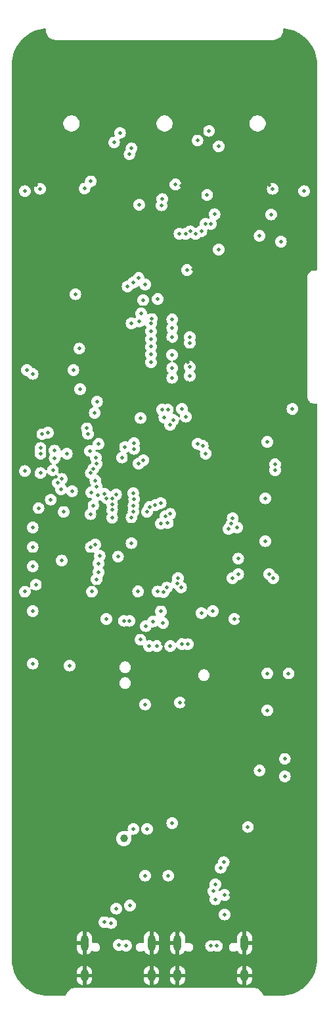
<source format=gbr>
%TF.GenerationSoftware,KiCad,Pcbnew,8.0.1*%
%TF.CreationDate,2024-03-28T17:00:14+01:00*%
%TF.ProjectId,KLST_CATERPILLAR,4b4c5354-5f43-4415-9445-5250494c4c41,rev?*%
%TF.SameCoordinates,Original*%
%TF.FileFunction,Copper,L5,Inr*%
%TF.FilePolarity,Positive*%
%FSLAX46Y46*%
G04 Gerber Fmt 4.6, Leading zero omitted, Abs format (unit mm)*
G04 Created by KiCad (PCBNEW 8.0.1) date 2024-03-28 17:00:14*
%MOMM*%
%LPD*%
G01*
G04 APERTURE LIST*
%TA.AperFunction,ComponentPad*%
%ADD10O,1.000000X2.100000*%
%TD*%
%TA.AperFunction,ComponentPad*%
%ADD11O,1.000000X1.600000*%
%TD*%
%TA.AperFunction,ViaPad*%
%ADD12C,0.500000*%
%TD*%
%TA.AperFunction,ViaPad*%
%ADD13C,1.000000*%
%TD*%
G04 APERTURE END LIST*
D10*
%TO.N,GND*%
%TO.C,J9*%
X71680000Y-167930000D03*
D11*
X71680000Y-172110000D03*
D10*
X80320000Y-167930000D03*
D11*
X80320000Y-172110000D03*
%TD*%
D10*
%TO.N,GND*%
%TO.C,J10*%
X59680000Y-167930000D03*
D11*
X59680000Y-172110000D03*
D10*
X68320000Y-167930000D03*
D11*
X68320000Y-172110000D03*
%TD*%
D12*
%TO.N,GND*%
X59750000Y-99750000D03*
X72250000Y-162750000D03*
X53000000Y-134910000D03*
X75000000Y-163755000D03*
X57250000Y-141500000D03*
X53000000Y-127250000D03*
X67750000Y-77500000D03*
X61000000Y-92000000D03*
X71000000Y-148000000D03*
X84500000Y-100500000D03*
X84500000Y-67000000D03*
X57449996Y-146750004D03*
X86257749Y-70549300D03*
X56854998Y-105871804D03*
X70250000Y-158250000D03*
X53000000Y-89250000D03*
X53750000Y-74250000D03*
X73000000Y-95903874D03*
X67750000Y-79750000D03*
X76250000Y-96000000D03*
X72148300Y-70526651D03*
X72250000Y-125500000D03*
X78500000Y-161750000D03*
X55249998Y-67000000D03*
X79750000Y-126250000D03*
X87300000Y-95797115D03*
X55823472Y-112136646D03*
X60841294Y-79904467D03*
X88486593Y-148000000D03*
X55000000Y-120000000D03*
X67250000Y-72000000D03*
X70425000Y-90670823D03*
X82325000Y-147750000D03*
X73000000Y-93250000D03*
X54249998Y-56000000D03*
X69750000Y-129500000D03*
X75000000Y-159250000D03*
X56500000Y-87750000D03*
X84500000Y-74750000D03*
X83000000Y-111750000D03*
X56000000Y-108000000D03*
X55250000Y-121000000D03*
X67093413Y-164593413D03*
X87500000Y-140250000D03*
X78000000Y-73750000D03*
X67499996Y-126000004D03*
X66000000Y-55999998D03*
X62000000Y-71000000D03*
X71750000Y-166500000D03*
X59750000Y-166250000D03*
X55750004Y-118500000D03*
X73906587Y-65906587D03*
X86000000Y-55999988D03*
X68250000Y-166250000D03*
X54000000Y-117500000D03*
X52000000Y-73750000D03*
X69250000Y-136750000D03*
X67250000Y-73750003D03*
X80250000Y-133500002D03*
X72000000Y-64750000D03*
X79250000Y-163500000D03*
X64000000Y-83750000D03*
X57712587Y-120250000D03*
X84250000Y-161250000D03*
X65250000Y-71750000D03*
X70526333Y-70973669D03*
X76250000Y-66750000D03*
X59000000Y-127250000D03*
X88000000Y-73750000D03*
X74607412Y-66832108D03*
X65000000Y-70750000D03*
X83492354Y-70502317D03*
X78000000Y-71750000D03*
X68750000Y-65750000D03*
X77000000Y-126000000D03*
X67250000Y-71010000D03*
X53416893Y-70429432D03*
X64250000Y-160000000D03*
X83250000Y-104500000D03*
X78000000Y-72750000D03*
X72707345Y-73260000D03*
X69641599Y-74147200D03*
X71000000Y-85750000D03*
X80250000Y-166250000D03*
X73708413Y-81291587D03*
X75500000Y-73000000D03*
X57500000Y-114500000D03*
X76200000Y-139750000D03*
X56250000Y-125250000D03*
X69000000Y-100500000D03*
X53500000Y-147750000D03*
X72750000Y-137000000D03*
X55753413Y-100190240D03*
X66000000Y-146750000D03*
X73750003Y-100250000D03*
X83000000Y-117250000D03*
X55250000Y-137500000D03*
X58500000Y-152000000D03*
X56000000Y-161250000D03*
X74529094Y-71094559D03*
X74750000Y-150500000D03*
X55000000Y-122000000D03*
X61500000Y-126250000D03*
X86500000Y-84500000D03*
X56500000Y-74250000D03*
X56250000Y-70500000D03*
X86337700Y-74250034D03*
X65500000Y-133500000D03*
%TO.N,NRST*%
X60500000Y-117000000D03*
X61640793Y-118140793D03*
%TO.N,/audio_codec/MIC_BIAS*%
X69612141Y-73063520D03*
X72906579Y-81406587D03*
%TO.N,/audio_codec/LINE_OUT_RIGHT*%
X65500000Y-66500000D03*
X63500000Y-65000004D03*
%TO.N,/audio_codec/LINE_OUT_LEFT*%
X64250000Y-63750000D03*
X65750000Y-65750000D03*
%TO.N,/audio_codec/HEADPHONE_RIGHT*%
X74250000Y-64750000D03*
X71410123Y-70393992D03*
%TO.N,+3.3V*%
X77000000Y-78750000D03*
X68250000Y-89250000D03*
X83000000Y-116250000D03*
X83250000Y-103500000D03*
X72750016Y-100250000D03*
X72000000Y-137000000D03*
X68250000Y-93250000D03*
X83000000Y-110750000D03*
X66907271Y-100423662D03*
X54000000Y-104285002D03*
X79000000Y-126250000D03*
X68250000Y-91250000D03*
X52000000Y-71250000D03*
X88000000Y-71250000D03*
X56750000Y-118750000D03*
X68369087Y-87694087D03*
X83957341Y-70949324D03*
X57000001Y-112500001D03*
X57750000Y-132250000D03*
X69534176Y-125284176D03*
X68250000Y-88250000D03*
X68250000Y-92250000D03*
X68250000Y-90250000D03*
X61000000Y-99750000D03*
X76456652Y-74213417D03*
X57399778Y-105004168D03*
X71000000Y-152500000D03*
X69712573Y-72268849D03*
X53000000Y-125250000D03*
X56750000Y-108250000D03*
X60130913Y-102444087D03*
X67500000Y-137250000D03*
X83750000Y-74250000D03*
X53957298Y-70949495D03*
X53000007Y-132000007D03*
X83250000Y-138000000D03*
X58500000Y-84500000D03*
X74750000Y-125500000D03*
X73250000Y-90000000D03*
X62500000Y-126250000D03*
%TO.N,_CARD_SDMMC_CK*%
X72250000Y-99250000D03*
X73250000Y-90750000D03*
X70970000Y-92302364D03*
%TO.N,_BUTTON_PROGRAMMER*%
X65500000Y-126500000D03*
X53000000Y-114500000D03*
%TO.N,/audio_codec/MIC_IN_MONO*%
X77000000Y-65500000D03*
X75750000Y-63500000D03*
%TO.N,_LED_01*%
X80750000Y-153000000D03*
X66000000Y-153250000D03*
X67750000Y-153250000D03*
X79500000Y-120500000D03*
X82250000Y-145750000D03*
X83500000Y-120500000D03*
%TO.N,_CARD_SDMMC_D0*%
X73250000Y-93853860D03*
X71000000Y-94000000D03*
X71112587Y-100656587D03*
%TO.N,_CARD_SDMMC_D1*%
X73250000Y-94999994D03*
X70721541Y-101296577D03*
X71000000Y-95250000D03*
%TO.N,_CARD_SDMMC_D2*%
X69965743Y-100358242D03*
X71000000Y-87750000D03*
%TO.N,_CARD_SDMMC_D3*%
X71000000Y-88878874D03*
X69675138Y-99337632D03*
%TO.N,_CARD_SDMMC_CMD*%
X70425000Y-99352155D03*
X71000000Y-90000000D03*
%TO.N,_LED_00*%
X84000000Y-121000000D03*
X78750000Y-121000000D03*
%TO.N,_USB_DEVICE_HOST_P*%
X77250000Y-158250000D03*
X84250000Y-106375000D03*
%TO.N,/USB/VBUS_HOST_OUT*%
X70500000Y-159250000D03*
X67500000Y-159250000D03*
%TO.N,/USB/USB_CONNECTOR_MINUS*%
X76554049Y-160380036D03*
X63791079Y-163500029D03*
X64079177Y-168164588D03*
X62250000Y-165250000D03*
X77750000Y-161750000D03*
X77750000Y-164250000D03*
X75999998Y-168300000D03*
%TO.N,_SWD_IO*%
X72125000Y-122188174D03*
X67585416Y-127170821D03*
%TO.N,_SWD_CLK*%
X68500003Y-126568166D03*
X71614385Y-121665058D03*
%TO.N,_SWD_OUT*%
X71750000Y-121000000D03*
X69825000Y-126782070D03*
%TO.N,/USB/USB_CONNECTOR_PLUS*%
X65063210Y-168249964D03*
X63138171Y-165357803D03*
X76550754Y-162300754D03*
X65541237Y-163110006D03*
X76750000Y-168300000D03*
X76278027Y-161258862D03*
%TO.N,_AUDIO_CODEC_I2C_SCL*%
X69857149Y-122797992D03*
X67250000Y-85250000D03*
X65250000Y-83500000D03*
X75273561Y-75428082D03*
%TO.N,_AUDIO_CODEC_I2C_SDA*%
X66000000Y-83000000D03*
X70286161Y-122230079D03*
X69125000Y-85125000D03*
X75998115Y-75469398D03*
%TO.N,_USB_DEVICE_HOST_VBUS*%
X85500000Y-146500000D03*
X85500000Y-144250000D03*
%TO.N,I2C_USR_SDA*%
X64915000Y-104143076D03*
X61250000Y-121146001D03*
%TO.N,I2C_USR_SCL*%
X66093553Y-104396221D03*
X60637587Y-122750000D03*
%TO.N,_AUDIO_MIC_CLK*%
X65740184Y-88240184D03*
X66990184Y-86990184D03*
X82250000Y-77000000D03*
X66668553Y-106279719D03*
%TO.N,_AUDIO_CODEC_SAI_SD_OUT*%
X74749996Y-76404527D03*
X64500000Y-105500000D03*
%TO.N,GPIO_11*%
X66072670Y-103624477D03*
X54250000Y-102500002D03*
%TO.N,GPIO_10*%
X60500000Y-107500000D03*
%TO.N,GPIO_09*%
X56674963Y-109575000D03*
%TO.N,GPIO_08*%
X55605805Y-107145000D03*
%TO.N,GPIO_03_PWM*%
X52250000Y-94250000D03*
X52000000Y-107250000D03*
X54000000Y-107500000D03*
X61250000Y-109250000D03*
X56250000Y-108750000D03*
%TO.N,GPIO_02_PWM*%
X58072210Y-109825000D03*
X58250000Y-94250000D03*
X54970000Y-102301584D03*
%TO.N,GPIO_01_PWM*%
X55839999Y-105572962D03*
%TO.N,GPIO_00_PWM*%
X59000012Y-91500000D03*
X60530947Y-109968359D03*
X61500000Y-103750000D03*
%TO.N,GPIO_07*%
X55820913Y-104615913D03*
%TO.N,_AUDIO_CODEC_SAI_MCLK*%
X71921712Y-76725038D03*
X61429516Y-110310088D03*
%TO.N,_AUDIO_CODEC_SAI_SCK*%
X72759848Y-76750000D03*
X66667659Y-82417659D03*
X62254465Y-110152672D03*
X67500000Y-83250014D03*
%TO.N,_AUDIO_CODEC_SAI_FS*%
X62548086Y-110735763D03*
X73329177Y-76414588D03*
%TO.N,SPI_USR_MISO*%
X53000000Y-119500000D03*
X61266002Y-106311141D03*
%TO.N,SPI_USR_MOSI*%
X60835095Y-106925000D03*
X53406587Y-121843413D03*
%TO.N,SERIAL_USR_RX*%
X61069455Y-116697098D03*
X61500000Y-120250000D03*
%TO.N,_AUDIO_CODEC_SAI_SD_IN*%
X74000000Y-76750000D03*
X66597678Y-122724025D03*
%TO.N,GPIO_05_ADC*%
X64750000Y-126500000D03*
X53000000Y-94750000D03*
%TO.N,GPIO_04_ADC*%
X59120000Y-96719975D03*
X69109478Y-122738892D03*
%TO.N,GPIO_17*%
X76250000Y-125250000D03*
X53750000Y-112000000D03*
%TO.N,GPIO_16*%
X60851564Y-111659839D03*
X68085412Y-111829177D03*
X66000000Y-111689752D03*
X63250000Y-111499994D03*
X78249997Y-114675000D03*
X70420823Y-113914588D03*
%TO.N,GPIO_15*%
X79390694Y-114500007D03*
X55343411Y-110906585D03*
X69500000Y-114000000D03*
X63250000Y-112249997D03*
X67750000Y-112500000D03*
X66000000Y-112437397D03*
%TO.N,GPIO_14*%
X63250001Y-110749992D03*
X66085412Y-110829177D03*
X78630267Y-114028549D03*
X61095407Y-108460000D03*
X70088014Y-113027820D03*
X68807421Y-111626183D03*
%TO.N,GPIO_13*%
X78795968Y-113297079D03*
X70750000Y-112750000D03*
X63750000Y-110250000D03*
X65975992Y-110087200D03*
X54000000Y-105000000D03*
X69500000Y-111351887D03*
%TO.N,SPI_USR_SCK*%
X52000002Y-122750000D03*
X60353230Y-104646770D03*
%TO.N,GPIO_12*%
X74287587Y-103727918D03*
X60000000Y-101750000D03*
%TO.N,SERIAL_USR_TX*%
X75324996Y-105000000D03*
X64000000Y-118250000D03*
X65749994Y-116500006D03*
X61477214Y-119117546D03*
%TO.N,SPI_USR_CS*%
X61145002Y-105500000D03*
X53000000Y-117000000D03*
%TO.N,_AUDIO_MIC_DATA*%
X85000000Y-77750000D03*
X67282860Y-105849450D03*
X66771771Y-88021771D03*
%TO.N,+1.8V*%
X66750000Y-73000000D03*
X86500000Y-99250000D03*
X86000000Y-133250000D03*
X75500000Y-71750000D03*
X83250000Y-133250000D03*
%TO.N,GPIO_06*%
X79500000Y-118500000D03*
X61299980Y-98300000D03*
%TO.N,/programmer/SWD_IO*%
X66877264Y-128925000D03*
%TO.N,/programmer/SWD_CLK*%
X68000000Y-129750000D03*
%TO.N,/programmer/SWD_OUT*%
X69000000Y-129749991D03*
%TO.N,/programmer/SERIAL_RX*%
X73000000Y-129500000D03*
%TO.N,/programmer/SERIAL_TX*%
X72259662Y-129490338D03*
%TO.N,/audio_codec/(LINE_IN_LEFT)*%
X59677199Y-70927199D03*
X60500000Y-70000000D03*
%TO.N,/programmer/RST*%
X70750000Y-129750000D03*
%TO.N,_USB_DEVICE_HOST_N*%
X84250000Y-107125000D03*
X77625735Y-157525735D03*
%TO.N,GPIO_18*%
X65750000Y-113187108D03*
X74933989Y-104000000D03*
X60445139Y-112784672D03*
X63250000Y-113249992D03*
D13*
%TO.N,+5V*%
X64750000Y-154500000D03*
%TD*%
%TA.AperFunction,Conductor*%
%TO.N,GND*%
G36*
X85810693Y-50371189D02*
G01*
X85821331Y-50373064D01*
X86211043Y-50459462D01*
X86221483Y-50462260D01*
X86602168Y-50582289D01*
X86612315Y-50585982D01*
X86981102Y-50738739D01*
X86990893Y-50743305D01*
X87270043Y-50888621D01*
X87344942Y-50927611D01*
X87354310Y-50933019D01*
X87690959Y-51147488D01*
X87699820Y-51153693D01*
X88016487Y-51396680D01*
X88024774Y-51403634D01*
X88319056Y-51673294D01*
X88326705Y-51680943D01*
X88596365Y-51975225D01*
X88603319Y-51983512D01*
X88846306Y-52300179D01*
X88852511Y-52309040D01*
X89066980Y-52645689D01*
X89072388Y-52655057D01*
X89256691Y-53009099D01*
X89261263Y-53018903D01*
X89414013Y-53387674D01*
X89417713Y-53397840D01*
X89537738Y-53778512D01*
X89540538Y-53788960D01*
X89626933Y-54178660D01*
X89628811Y-54189314D01*
X89680910Y-54585042D01*
X89681853Y-54595818D01*
X89699382Y-54997297D01*
X89699500Y-55002706D01*
X89699500Y-81240244D01*
X89697973Y-81259644D01*
X89692808Y-81292251D01*
X89680820Y-81329146D01*
X89670314Y-81349765D01*
X89647510Y-81381151D01*
X89631151Y-81397510D01*
X89599765Y-81420314D01*
X89579146Y-81430820D01*
X89542251Y-81442808D01*
X89529663Y-81444801D01*
X89509638Y-81447973D01*
X89490244Y-81449500D01*
X89171155Y-81449500D01*
X89016510Y-81480261D01*
X89016498Y-81480264D01*
X88870827Y-81540602D01*
X88870814Y-81540609D01*
X88739711Y-81628210D01*
X88739707Y-81628213D01*
X88628213Y-81739707D01*
X88628210Y-81739711D01*
X88540609Y-81870814D01*
X88540602Y-81870827D01*
X88480264Y-82016498D01*
X88480261Y-82016510D01*
X88449500Y-82171153D01*
X88449500Y-97828846D01*
X88480261Y-97983489D01*
X88480264Y-97983501D01*
X88540602Y-98129172D01*
X88540609Y-98129185D01*
X88628210Y-98260288D01*
X88628213Y-98260292D01*
X88739707Y-98371786D01*
X88739711Y-98371789D01*
X88870814Y-98459390D01*
X88870827Y-98459397D01*
X89001892Y-98513685D01*
X89016503Y-98519737D01*
X89171153Y-98550499D01*
X89171156Y-98550500D01*
X89171158Y-98550500D01*
X89210438Y-98550500D01*
X89452405Y-98550500D01*
X89490244Y-98550500D01*
X89509630Y-98552025D01*
X89542253Y-98557192D01*
X89579146Y-98569179D01*
X89599765Y-98579685D01*
X89631151Y-98602489D01*
X89647510Y-98618848D01*
X89670314Y-98650234D01*
X89680820Y-98670853D01*
X89692808Y-98707748D01*
X89697973Y-98740362D01*
X89699500Y-98759755D01*
X89699500Y-169997293D01*
X89699382Y-170002702D01*
X89681853Y-170404181D01*
X89680910Y-170414957D01*
X89628811Y-170810685D01*
X89626933Y-170821339D01*
X89540538Y-171211039D01*
X89537738Y-171221487D01*
X89417713Y-171602159D01*
X89414013Y-171612325D01*
X89261263Y-171981096D01*
X89256691Y-171990900D01*
X89072388Y-172344942D01*
X89066980Y-172354310D01*
X88852511Y-172690959D01*
X88846306Y-172699820D01*
X88603319Y-173016487D01*
X88596365Y-173024774D01*
X88326705Y-173319056D01*
X88319056Y-173326705D01*
X88024774Y-173596365D01*
X88016487Y-173603319D01*
X87699820Y-173846306D01*
X87690959Y-173852511D01*
X87354310Y-174066980D01*
X87344942Y-174072388D01*
X86990900Y-174256691D01*
X86981096Y-174261263D01*
X86612325Y-174414013D01*
X86602159Y-174417713D01*
X86221487Y-174537738D01*
X86211039Y-174540538D01*
X85821339Y-174626933D01*
X85810685Y-174628811D01*
X85414957Y-174680910D01*
X85404181Y-174681853D01*
X85092394Y-174695466D01*
X85018507Y-174698692D01*
X85002703Y-174699382D01*
X84997294Y-174699500D01*
X82859879Y-174699500D01*
X82792840Y-174679815D01*
X82747085Y-174627011D01*
X82741948Y-174613818D01*
X82723587Y-174557309D01*
X82705220Y-174500781D01*
X82612287Y-174318390D01*
X82599289Y-174300500D01*
X82491971Y-174152786D01*
X82347213Y-174008028D01*
X82181613Y-173887715D01*
X82181612Y-173887714D01*
X82181610Y-173887713D01*
X82106819Y-173849605D01*
X81999223Y-173794781D01*
X81804534Y-173731522D01*
X81629995Y-173703878D01*
X81602352Y-173699500D01*
X81539562Y-173699500D01*
X58547595Y-173699500D01*
X58500000Y-173699500D01*
X58397648Y-173699500D01*
X58373329Y-173703351D01*
X58195465Y-173731522D01*
X58000776Y-173794781D01*
X57818386Y-173887715D01*
X57652786Y-174008028D01*
X57508028Y-174152786D01*
X57387715Y-174318386D01*
X57294781Y-174500778D01*
X57258052Y-174613818D01*
X57218614Y-174671494D01*
X57154256Y-174698692D01*
X57140121Y-174699500D01*
X55002706Y-174699500D01*
X54997297Y-174699382D01*
X54981493Y-174698692D01*
X54863470Y-174693539D01*
X54595818Y-174681853D01*
X54585042Y-174680910D01*
X54189314Y-174628811D01*
X54178660Y-174626933D01*
X53788960Y-174540538D01*
X53778512Y-174537738D01*
X53397840Y-174417713D01*
X53387674Y-174414013D01*
X53018903Y-174261263D01*
X53009099Y-174256691D01*
X52655057Y-174072388D01*
X52645689Y-174066980D01*
X52309040Y-173852511D01*
X52300179Y-173846306D01*
X51983512Y-173603319D01*
X51975225Y-173596365D01*
X51680943Y-173326705D01*
X51673294Y-173319056D01*
X51403634Y-173024774D01*
X51396680Y-173016487D01*
X51153693Y-172699820D01*
X51147488Y-172690959D01*
X51121432Y-172650060D01*
X51031245Y-172508495D01*
X58680000Y-172508495D01*
X58718427Y-172701681D01*
X58718430Y-172701693D01*
X58793807Y-172883671D01*
X58793814Y-172883684D01*
X58903248Y-173047462D01*
X58903251Y-173047466D01*
X59042533Y-173186748D01*
X59042537Y-173186751D01*
X59206315Y-173296185D01*
X59206328Y-173296192D01*
X59388308Y-173371569D01*
X59430000Y-173379862D01*
X59430000Y-172576988D01*
X59439940Y-172594205D01*
X59495795Y-172650060D01*
X59564204Y-172689556D01*
X59640504Y-172710000D01*
X59719496Y-172710000D01*
X59795796Y-172689556D01*
X59864205Y-172650060D01*
X59920060Y-172594205D01*
X59930000Y-172576988D01*
X59930000Y-173379862D01*
X59971690Y-173371569D01*
X59971692Y-173371569D01*
X60153671Y-173296192D01*
X60153684Y-173296185D01*
X60317462Y-173186751D01*
X60317466Y-173186748D01*
X60456748Y-173047466D01*
X60456751Y-173047462D01*
X60566185Y-172883684D01*
X60566192Y-172883671D01*
X60641569Y-172701693D01*
X60641572Y-172701681D01*
X60679999Y-172508495D01*
X67320000Y-172508495D01*
X67358427Y-172701681D01*
X67358430Y-172701693D01*
X67433807Y-172883671D01*
X67433814Y-172883684D01*
X67543248Y-173047462D01*
X67543251Y-173047466D01*
X67682533Y-173186748D01*
X67682537Y-173186751D01*
X67846315Y-173296185D01*
X67846328Y-173296192D01*
X68028308Y-173371569D01*
X68070000Y-173379862D01*
X68070000Y-172576988D01*
X68079940Y-172594205D01*
X68135795Y-172650060D01*
X68204204Y-172689556D01*
X68280504Y-172710000D01*
X68359496Y-172710000D01*
X68435796Y-172689556D01*
X68504205Y-172650060D01*
X68560060Y-172594205D01*
X68570000Y-172576988D01*
X68570000Y-173379862D01*
X68611690Y-173371569D01*
X68611692Y-173371569D01*
X68793671Y-173296192D01*
X68793684Y-173296185D01*
X68957462Y-173186751D01*
X68957466Y-173186748D01*
X69096748Y-173047466D01*
X69096751Y-173047462D01*
X69206185Y-172883684D01*
X69206192Y-172883671D01*
X69281569Y-172701693D01*
X69281572Y-172701681D01*
X69319999Y-172508495D01*
X70680000Y-172508495D01*
X70718427Y-172701681D01*
X70718430Y-172701693D01*
X70793807Y-172883671D01*
X70793814Y-172883684D01*
X70903248Y-173047462D01*
X70903251Y-173047466D01*
X71042533Y-173186748D01*
X71042537Y-173186751D01*
X71206315Y-173296185D01*
X71206328Y-173296192D01*
X71388308Y-173371569D01*
X71430000Y-173379862D01*
X71430000Y-172576988D01*
X71439940Y-172594205D01*
X71495795Y-172650060D01*
X71564204Y-172689556D01*
X71640504Y-172710000D01*
X71719496Y-172710000D01*
X71795796Y-172689556D01*
X71864205Y-172650060D01*
X71920060Y-172594205D01*
X71930000Y-172576988D01*
X71930000Y-173379862D01*
X71971690Y-173371569D01*
X71971692Y-173371569D01*
X72153671Y-173296192D01*
X72153684Y-173296185D01*
X72317462Y-173186751D01*
X72317466Y-173186748D01*
X72456748Y-173047466D01*
X72456751Y-173047462D01*
X72566185Y-172883684D01*
X72566192Y-172883671D01*
X72641569Y-172701693D01*
X72641572Y-172701681D01*
X72679999Y-172508495D01*
X79320000Y-172508495D01*
X79358427Y-172701681D01*
X79358430Y-172701693D01*
X79433807Y-172883671D01*
X79433814Y-172883684D01*
X79543248Y-173047462D01*
X79543251Y-173047466D01*
X79682533Y-173186748D01*
X79682537Y-173186751D01*
X79846315Y-173296185D01*
X79846328Y-173296192D01*
X80028308Y-173371569D01*
X80070000Y-173379862D01*
X80070000Y-172576988D01*
X80079940Y-172594205D01*
X80135795Y-172650060D01*
X80204204Y-172689556D01*
X80280504Y-172710000D01*
X80359496Y-172710000D01*
X80435796Y-172689556D01*
X80504205Y-172650060D01*
X80560060Y-172594205D01*
X80570000Y-172576988D01*
X80570000Y-173379862D01*
X80611690Y-173371569D01*
X80611692Y-173371569D01*
X80793671Y-173296192D01*
X80793684Y-173296185D01*
X80957462Y-173186751D01*
X80957466Y-173186748D01*
X81096748Y-173047466D01*
X81096751Y-173047462D01*
X81206185Y-172883684D01*
X81206192Y-172883671D01*
X81281569Y-172701693D01*
X81281572Y-172701681D01*
X81319999Y-172508495D01*
X81320000Y-172508492D01*
X81320000Y-172360000D01*
X80620000Y-172360000D01*
X80620000Y-171860000D01*
X81320000Y-171860000D01*
X81320000Y-171711508D01*
X81319999Y-171711504D01*
X81281572Y-171518318D01*
X81281569Y-171518306D01*
X81206192Y-171336328D01*
X81206185Y-171336315D01*
X81096751Y-171172537D01*
X81096748Y-171172533D01*
X80957466Y-171033251D01*
X80957462Y-171033248D01*
X80793684Y-170923814D01*
X80793671Y-170923807D01*
X80611691Y-170848429D01*
X80611683Y-170848427D01*
X80570000Y-170840135D01*
X80570000Y-171643011D01*
X80560060Y-171625795D01*
X80504205Y-171569940D01*
X80435796Y-171530444D01*
X80359496Y-171510000D01*
X80280504Y-171510000D01*
X80204204Y-171530444D01*
X80135795Y-171569940D01*
X80079940Y-171625795D01*
X80070000Y-171643011D01*
X80070000Y-170840136D01*
X80069999Y-170840135D01*
X80028316Y-170848427D01*
X80028308Y-170848429D01*
X79846328Y-170923807D01*
X79846315Y-170923814D01*
X79682537Y-171033248D01*
X79682533Y-171033251D01*
X79543251Y-171172533D01*
X79543248Y-171172537D01*
X79433814Y-171336315D01*
X79433807Y-171336328D01*
X79358430Y-171518306D01*
X79358427Y-171518318D01*
X79320000Y-171711504D01*
X79320000Y-171860000D01*
X80020000Y-171860000D01*
X80020000Y-172360000D01*
X79320000Y-172360000D01*
X79320000Y-172508495D01*
X72679999Y-172508495D01*
X72680000Y-172508492D01*
X72680000Y-172360000D01*
X71980000Y-172360000D01*
X71980000Y-171860000D01*
X72680000Y-171860000D01*
X72680000Y-171711508D01*
X72679999Y-171711504D01*
X72641572Y-171518318D01*
X72641569Y-171518306D01*
X72566192Y-171336328D01*
X72566185Y-171336315D01*
X72456751Y-171172537D01*
X72456748Y-171172533D01*
X72317466Y-171033251D01*
X72317462Y-171033248D01*
X72153684Y-170923814D01*
X72153671Y-170923807D01*
X71971691Y-170848429D01*
X71971683Y-170848427D01*
X71930000Y-170840135D01*
X71930000Y-171643011D01*
X71920060Y-171625795D01*
X71864205Y-171569940D01*
X71795796Y-171530444D01*
X71719496Y-171510000D01*
X71640504Y-171510000D01*
X71564204Y-171530444D01*
X71495795Y-171569940D01*
X71439940Y-171625795D01*
X71430000Y-171643011D01*
X71430000Y-170840136D01*
X71429999Y-170840135D01*
X71388316Y-170848427D01*
X71388308Y-170848429D01*
X71206328Y-170923807D01*
X71206315Y-170923814D01*
X71042537Y-171033248D01*
X71042533Y-171033251D01*
X70903251Y-171172533D01*
X70903248Y-171172537D01*
X70793814Y-171336315D01*
X70793807Y-171336328D01*
X70718430Y-171518306D01*
X70718427Y-171518318D01*
X70680000Y-171711504D01*
X70680000Y-171860000D01*
X71380000Y-171860000D01*
X71380000Y-172360000D01*
X70680000Y-172360000D01*
X70680000Y-172508495D01*
X69319999Y-172508495D01*
X69320000Y-172508492D01*
X69320000Y-172360000D01*
X68620000Y-172360000D01*
X68620000Y-171860000D01*
X69320000Y-171860000D01*
X69320000Y-171711508D01*
X69319999Y-171711504D01*
X69281572Y-171518318D01*
X69281569Y-171518306D01*
X69206192Y-171336328D01*
X69206185Y-171336315D01*
X69096751Y-171172537D01*
X69096748Y-171172533D01*
X68957466Y-171033251D01*
X68957462Y-171033248D01*
X68793684Y-170923814D01*
X68793671Y-170923807D01*
X68611691Y-170848429D01*
X68611683Y-170848427D01*
X68570000Y-170840135D01*
X68570000Y-171643011D01*
X68560060Y-171625795D01*
X68504205Y-171569940D01*
X68435796Y-171530444D01*
X68359496Y-171510000D01*
X68280504Y-171510000D01*
X68204204Y-171530444D01*
X68135795Y-171569940D01*
X68079940Y-171625795D01*
X68070000Y-171643011D01*
X68070000Y-170840136D01*
X68069999Y-170840135D01*
X68028316Y-170848427D01*
X68028308Y-170848429D01*
X67846328Y-170923807D01*
X67846315Y-170923814D01*
X67682537Y-171033248D01*
X67682533Y-171033251D01*
X67543251Y-171172533D01*
X67543248Y-171172537D01*
X67433814Y-171336315D01*
X67433807Y-171336328D01*
X67358430Y-171518306D01*
X67358427Y-171518318D01*
X67320000Y-171711504D01*
X67320000Y-171860000D01*
X68020000Y-171860000D01*
X68020000Y-172360000D01*
X67320000Y-172360000D01*
X67320000Y-172508495D01*
X60679999Y-172508495D01*
X60680000Y-172508492D01*
X60680000Y-172360000D01*
X59980000Y-172360000D01*
X59980000Y-171860000D01*
X60680000Y-171860000D01*
X60680000Y-171711508D01*
X60679999Y-171711504D01*
X60641572Y-171518318D01*
X60641569Y-171518306D01*
X60566192Y-171336328D01*
X60566185Y-171336315D01*
X60456751Y-171172537D01*
X60456748Y-171172533D01*
X60317466Y-171033251D01*
X60317462Y-171033248D01*
X60153684Y-170923814D01*
X60153671Y-170923807D01*
X59971691Y-170848429D01*
X59971683Y-170848427D01*
X59930000Y-170840135D01*
X59930000Y-171643011D01*
X59920060Y-171625795D01*
X59864205Y-171569940D01*
X59795796Y-171530444D01*
X59719496Y-171510000D01*
X59640504Y-171510000D01*
X59564204Y-171530444D01*
X59495795Y-171569940D01*
X59439940Y-171625795D01*
X59430000Y-171643011D01*
X59430000Y-170840136D01*
X59429999Y-170840135D01*
X59388316Y-170848427D01*
X59388308Y-170848429D01*
X59206328Y-170923807D01*
X59206315Y-170923814D01*
X59042537Y-171033248D01*
X59042533Y-171033251D01*
X58903251Y-171172533D01*
X58903248Y-171172537D01*
X58793814Y-171336315D01*
X58793807Y-171336328D01*
X58718430Y-171518306D01*
X58718427Y-171518318D01*
X58680000Y-171711504D01*
X58680000Y-171860000D01*
X59380000Y-171860000D01*
X59380000Y-172360000D01*
X58680000Y-172360000D01*
X58680000Y-172508495D01*
X51031245Y-172508495D01*
X50933018Y-172354309D01*
X50927611Y-172344942D01*
X50743308Y-171990900D01*
X50738736Y-171981096D01*
X50585982Y-171612315D01*
X50582286Y-171602159D01*
X50572127Y-171569940D01*
X50462260Y-171221483D01*
X50459461Y-171211039D01*
X50450925Y-171172537D01*
X50373064Y-170821331D01*
X50371188Y-170810685D01*
X50350849Y-170656193D01*
X50319087Y-170414937D01*
X50318147Y-170404202D01*
X50300618Y-170002702D01*
X50300500Y-169997293D01*
X50300500Y-168578495D01*
X58680000Y-168578495D01*
X58718427Y-168771681D01*
X58718430Y-168771693D01*
X58793807Y-168953671D01*
X58793814Y-168953684D01*
X58903248Y-169117462D01*
X58903251Y-169117466D01*
X59042533Y-169256748D01*
X59042537Y-169256751D01*
X59206315Y-169366185D01*
X59206328Y-169366192D01*
X59388308Y-169441569D01*
X59430000Y-169449862D01*
X59430000Y-168646988D01*
X59439940Y-168664205D01*
X59495795Y-168720060D01*
X59564204Y-168759556D01*
X59640504Y-168780000D01*
X59719496Y-168780000D01*
X59795796Y-168759556D01*
X59864205Y-168720060D01*
X59920060Y-168664205D01*
X59930000Y-168646988D01*
X59930000Y-169449862D01*
X59971690Y-169441569D01*
X59971692Y-169441569D01*
X60153671Y-169366192D01*
X60153684Y-169366185D01*
X60317462Y-169256751D01*
X60317466Y-169256748D01*
X60456748Y-169117466D01*
X60456751Y-169117462D01*
X60569574Y-168948613D01*
X60571007Y-168949570D01*
X60614198Y-168905580D01*
X60682332Y-168890103D01*
X60748018Y-168913919D01*
X60750089Y-168915697D01*
X60750189Y-168915568D01*
X60756630Y-168920510D01*
X60756635Y-168920515D01*
X60887865Y-168996281D01*
X61034234Y-169035500D01*
X61034236Y-169035500D01*
X61185764Y-169035500D01*
X61185766Y-169035500D01*
X61332135Y-168996281D01*
X61463365Y-168920515D01*
X61570515Y-168813365D01*
X61646281Y-168682135D01*
X61685500Y-168535766D01*
X61685500Y-168384234D01*
X61646281Y-168237865D01*
X61603975Y-168164590D01*
X63323928Y-168164590D01*
X63342862Y-168332644D01*
X63398722Y-168492282D01*
X63398724Y-168492285D01*
X63488695Y-168635472D01*
X63488700Y-168635478D01*
X63608286Y-168755064D01*
X63608292Y-168755069D01*
X63751479Y-168845040D01*
X63751482Y-168845042D01*
X63751486Y-168845043D01*
X63751487Y-168845044D01*
X63824090Y-168870448D01*
X63911120Y-168900902D01*
X64079174Y-168919837D01*
X64079177Y-168919837D01*
X64079180Y-168919837D01*
X64205709Y-168905580D01*
X64247236Y-168900901D01*
X64406867Y-168845044D01*
X64421101Y-168836100D01*
X64439854Y-168824317D01*
X64507090Y-168805316D01*
X64573926Y-168825683D01*
X64586814Y-168836178D01*
X64586877Y-168836100D01*
X64592325Y-168840445D01*
X64735512Y-168930416D01*
X64735515Y-168930418D01*
X64735519Y-168930419D01*
X64735520Y-168930420D01*
X64787513Y-168948613D01*
X64895153Y-168986278D01*
X65063207Y-169005213D01*
X65063210Y-169005213D01*
X65063213Y-169005213D01*
X65231266Y-168986278D01*
X65231269Y-168986277D01*
X65390900Y-168930420D01*
X65390902Y-168930418D01*
X65390904Y-168930418D01*
X65390907Y-168930416D01*
X65534094Y-168840445D01*
X65534095Y-168840444D01*
X65534100Y-168840441D01*
X65653687Y-168720854D01*
X65654186Y-168720060D01*
X65743662Y-168577661D01*
X65743664Y-168577658D01*
X65743664Y-168577656D01*
X65743666Y-168577654D01*
X65758324Y-168535765D01*
X66314500Y-168535765D01*
X66353719Y-168682136D01*
X66391602Y-168747750D01*
X66429485Y-168813365D01*
X66536635Y-168920515D01*
X66667865Y-168996281D01*
X66814234Y-169035500D01*
X66814236Y-169035500D01*
X66965764Y-169035500D01*
X66965766Y-169035500D01*
X67112135Y-168996281D01*
X67243365Y-168920515D01*
X67243372Y-168920507D01*
X67249811Y-168915568D01*
X67252044Y-168918478D01*
X67298258Y-168892865D01*
X67367980Y-168897411D01*
X67424176Y-168938930D01*
X67430394Y-168948634D01*
X67430426Y-168948613D01*
X67543248Y-169117462D01*
X67543251Y-169117466D01*
X67682533Y-169256748D01*
X67682537Y-169256751D01*
X67846315Y-169366185D01*
X67846328Y-169366192D01*
X68028308Y-169441569D01*
X68070000Y-169449862D01*
X68070000Y-168646988D01*
X68079940Y-168664205D01*
X68135795Y-168720060D01*
X68204204Y-168759556D01*
X68280504Y-168780000D01*
X68359496Y-168780000D01*
X68435796Y-168759556D01*
X68504205Y-168720060D01*
X68560060Y-168664205D01*
X68570000Y-168646988D01*
X68570000Y-169449862D01*
X68611690Y-169441569D01*
X68611692Y-169441569D01*
X68793671Y-169366192D01*
X68793684Y-169366185D01*
X68957462Y-169256751D01*
X68957466Y-169256748D01*
X69096748Y-169117466D01*
X69096751Y-169117462D01*
X69206185Y-168953684D01*
X69206192Y-168953671D01*
X69281569Y-168771693D01*
X69281572Y-168771681D01*
X69319999Y-168578495D01*
X70680000Y-168578495D01*
X70718427Y-168771681D01*
X70718430Y-168771693D01*
X70793807Y-168953671D01*
X70793814Y-168953684D01*
X70903248Y-169117462D01*
X70903251Y-169117466D01*
X71042533Y-169256748D01*
X71042537Y-169256751D01*
X71206315Y-169366185D01*
X71206328Y-169366192D01*
X71388308Y-169441569D01*
X71430000Y-169449862D01*
X71430000Y-168646988D01*
X71439940Y-168664205D01*
X71495795Y-168720060D01*
X71564204Y-168759556D01*
X71640504Y-168780000D01*
X71719496Y-168780000D01*
X71795796Y-168759556D01*
X71864205Y-168720060D01*
X71920060Y-168664205D01*
X71930000Y-168646988D01*
X71930000Y-169449862D01*
X71971690Y-169441569D01*
X71971692Y-169441569D01*
X72153671Y-169366192D01*
X72153684Y-169366185D01*
X72317462Y-169256751D01*
X72317466Y-169256748D01*
X72456748Y-169117466D01*
X72456751Y-169117462D01*
X72569574Y-168948613D01*
X72571007Y-168949570D01*
X72614198Y-168905580D01*
X72682332Y-168890103D01*
X72748018Y-168913919D01*
X72750089Y-168915697D01*
X72750189Y-168915568D01*
X72756630Y-168920510D01*
X72756635Y-168920515D01*
X72887865Y-168996281D01*
X73034234Y-169035500D01*
X73034236Y-169035500D01*
X73185764Y-169035500D01*
X73185766Y-169035500D01*
X73332135Y-168996281D01*
X73463365Y-168920515D01*
X73570515Y-168813365D01*
X73646281Y-168682135D01*
X73685500Y-168535766D01*
X73685500Y-168384234D01*
X73662930Y-168300002D01*
X75244749Y-168300002D01*
X75263683Y-168468056D01*
X75319543Y-168627694D01*
X75319545Y-168627697D01*
X75409516Y-168770884D01*
X75409521Y-168770890D01*
X75529107Y-168890476D01*
X75529113Y-168890481D01*
X75672300Y-168980452D01*
X75672303Y-168980454D01*
X75672307Y-168980455D01*
X75672308Y-168980456D01*
X75743060Y-169005213D01*
X75831941Y-169036314D01*
X75999995Y-169055249D01*
X75999998Y-169055249D01*
X76000001Y-169055249D01*
X76168057Y-169036313D01*
X76168059Y-169036313D01*
X76334044Y-168978232D01*
X76403823Y-168974670D01*
X76415954Y-168978232D01*
X76581939Y-169036313D01*
X76749997Y-169055249D01*
X76750000Y-169055249D01*
X76750003Y-169055249D01*
X76918056Y-169036314D01*
X76920385Y-169035499D01*
X77077690Y-168980456D01*
X77077692Y-168980454D01*
X77077694Y-168980454D01*
X77077697Y-168980452D01*
X77220884Y-168890481D01*
X77220885Y-168890480D01*
X77220890Y-168890477D01*
X77340477Y-168770890D01*
X77407512Y-168664205D01*
X77430452Y-168627697D01*
X77430454Y-168627694D01*
X77430454Y-168627692D01*
X77430456Y-168627690D01*
X77462622Y-168535765D01*
X78314500Y-168535765D01*
X78353719Y-168682136D01*
X78391602Y-168747750D01*
X78429485Y-168813365D01*
X78536635Y-168920515D01*
X78667865Y-168996281D01*
X78814234Y-169035500D01*
X78814236Y-169035500D01*
X78965764Y-169035500D01*
X78965766Y-169035500D01*
X79112135Y-168996281D01*
X79243365Y-168920515D01*
X79243372Y-168920507D01*
X79249811Y-168915568D01*
X79252044Y-168918478D01*
X79298258Y-168892865D01*
X79367980Y-168897411D01*
X79424176Y-168938930D01*
X79430394Y-168948634D01*
X79430426Y-168948613D01*
X79543248Y-169117462D01*
X79543251Y-169117466D01*
X79682533Y-169256748D01*
X79682537Y-169256751D01*
X79846315Y-169366185D01*
X79846328Y-169366192D01*
X80028308Y-169441569D01*
X80070000Y-169449862D01*
X80070000Y-168646988D01*
X80079940Y-168664205D01*
X80135795Y-168720060D01*
X80204204Y-168759556D01*
X80280504Y-168780000D01*
X80359496Y-168780000D01*
X80435796Y-168759556D01*
X80504205Y-168720060D01*
X80560060Y-168664205D01*
X80570000Y-168646988D01*
X80570000Y-169449862D01*
X80611690Y-169441569D01*
X80611692Y-169441569D01*
X80793671Y-169366192D01*
X80793684Y-169366185D01*
X80957462Y-169256751D01*
X80957466Y-169256748D01*
X81096748Y-169117466D01*
X81096751Y-169117462D01*
X81206185Y-168953684D01*
X81206192Y-168953671D01*
X81281569Y-168771693D01*
X81281572Y-168771681D01*
X81319999Y-168578495D01*
X81320000Y-168578492D01*
X81320000Y-168180000D01*
X80620000Y-168180000D01*
X80620000Y-167680000D01*
X81320000Y-167680000D01*
X81320000Y-167281508D01*
X81319999Y-167281504D01*
X81281572Y-167088318D01*
X81281569Y-167088306D01*
X81206192Y-166906328D01*
X81206185Y-166906315D01*
X81096751Y-166742537D01*
X81096748Y-166742533D01*
X80957466Y-166603251D01*
X80957462Y-166603248D01*
X80793684Y-166493814D01*
X80793671Y-166493807D01*
X80611691Y-166418429D01*
X80611683Y-166418427D01*
X80570000Y-166410135D01*
X80570000Y-167213011D01*
X80560060Y-167195795D01*
X80504205Y-167139940D01*
X80435796Y-167100444D01*
X80359496Y-167080000D01*
X80280504Y-167080000D01*
X80204204Y-167100444D01*
X80135795Y-167139940D01*
X80079940Y-167195795D01*
X80070000Y-167213011D01*
X80070000Y-166410136D01*
X80069999Y-166410135D01*
X80028316Y-166418427D01*
X80028308Y-166418429D01*
X79846328Y-166493807D01*
X79846315Y-166493814D01*
X79682537Y-166603248D01*
X79682533Y-166603251D01*
X79543251Y-166742533D01*
X79543248Y-166742537D01*
X79433814Y-166906315D01*
X79433807Y-166906328D01*
X79358430Y-167088306D01*
X79358427Y-167088318D01*
X79320000Y-167281504D01*
X79320000Y-167828955D01*
X79300315Y-167895994D01*
X79247511Y-167941749D01*
X79178353Y-167951693D01*
X79134000Y-167936342D01*
X79112138Y-167923720D01*
X79112135Y-167923719D01*
X78965766Y-167884500D01*
X78814234Y-167884500D01*
X78667863Y-167923719D01*
X78536635Y-167999485D01*
X78536632Y-167999487D01*
X78429487Y-168106632D01*
X78429485Y-168106635D01*
X78353719Y-168237863D01*
X78314500Y-168384234D01*
X78314500Y-168535765D01*
X77462622Y-168535765D01*
X77486313Y-168468059D01*
X77486313Y-168468058D01*
X77486314Y-168468056D01*
X77505249Y-168300002D01*
X77505249Y-168299997D01*
X77486314Y-168131943D01*
X77455860Y-168044913D01*
X77430456Y-167972310D01*
X77430455Y-167972309D01*
X77430454Y-167972305D01*
X77430452Y-167972302D01*
X77340481Y-167829115D01*
X77340476Y-167829109D01*
X77220890Y-167709523D01*
X77220884Y-167709518D01*
X77077697Y-167619547D01*
X77077694Y-167619545D01*
X76918056Y-167563685D01*
X76750003Y-167544751D01*
X76749997Y-167544751D01*
X76581942Y-167563686D01*
X76415953Y-167621768D01*
X76346175Y-167625329D01*
X76334045Y-167621768D01*
X76168055Y-167563686D01*
X76000001Y-167544751D01*
X75999995Y-167544751D01*
X75831941Y-167563685D01*
X75672303Y-167619545D01*
X75672300Y-167619547D01*
X75529113Y-167709518D01*
X75529107Y-167709523D01*
X75409521Y-167829109D01*
X75409516Y-167829115D01*
X75319545Y-167972302D01*
X75319543Y-167972305D01*
X75263683Y-168131943D01*
X75244749Y-168299997D01*
X75244749Y-168300002D01*
X73662930Y-168300002D01*
X73646281Y-168237865D01*
X73570515Y-168106635D01*
X73463365Y-167999485D01*
X73353999Y-167936342D01*
X73332136Y-167923719D01*
X73258950Y-167904109D01*
X73185766Y-167884500D01*
X73034234Y-167884500D01*
X72887865Y-167923719D01*
X72887864Y-167923719D01*
X72887862Y-167923720D01*
X72887861Y-167923720D01*
X72866000Y-167936342D01*
X72798099Y-167952815D01*
X72732073Y-167929962D01*
X72688882Y-167875041D01*
X72680000Y-167828955D01*
X72680000Y-167281508D01*
X72679999Y-167281504D01*
X72641572Y-167088318D01*
X72641569Y-167088306D01*
X72566192Y-166906328D01*
X72566185Y-166906315D01*
X72456751Y-166742537D01*
X72456748Y-166742533D01*
X72317466Y-166603251D01*
X72317462Y-166603248D01*
X72153684Y-166493814D01*
X72153671Y-166493807D01*
X71971691Y-166418429D01*
X71971683Y-166418427D01*
X71930000Y-166410135D01*
X71930000Y-167213011D01*
X71920060Y-167195795D01*
X71864205Y-167139940D01*
X71795796Y-167100444D01*
X71719496Y-167080000D01*
X71640504Y-167080000D01*
X71564204Y-167100444D01*
X71495795Y-167139940D01*
X71439940Y-167195795D01*
X71430000Y-167213011D01*
X71430000Y-166410136D01*
X71429999Y-166410135D01*
X71388316Y-166418427D01*
X71388308Y-166418429D01*
X71206328Y-166493807D01*
X71206315Y-166493814D01*
X71042537Y-166603248D01*
X71042533Y-166603251D01*
X70903251Y-166742533D01*
X70903248Y-166742537D01*
X70793814Y-166906315D01*
X70793807Y-166906328D01*
X70718430Y-167088306D01*
X70718427Y-167088318D01*
X70680000Y-167281504D01*
X70680000Y-167680000D01*
X71380000Y-167680000D01*
X71380000Y-168180000D01*
X70680000Y-168180000D01*
X70680000Y-168578495D01*
X69319999Y-168578495D01*
X69320000Y-168578492D01*
X69320000Y-168180000D01*
X68620000Y-168180000D01*
X68620000Y-167680000D01*
X69320000Y-167680000D01*
X69320000Y-167281508D01*
X69319999Y-167281504D01*
X69281572Y-167088318D01*
X69281569Y-167088306D01*
X69206192Y-166906328D01*
X69206185Y-166906315D01*
X69096751Y-166742537D01*
X69096748Y-166742533D01*
X68957466Y-166603251D01*
X68957462Y-166603248D01*
X68793684Y-166493814D01*
X68793671Y-166493807D01*
X68611691Y-166418429D01*
X68611683Y-166418427D01*
X68570000Y-166410135D01*
X68570000Y-167213011D01*
X68560060Y-167195795D01*
X68504205Y-167139940D01*
X68435796Y-167100444D01*
X68359496Y-167080000D01*
X68280504Y-167080000D01*
X68204204Y-167100444D01*
X68135795Y-167139940D01*
X68079940Y-167195795D01*
X68070000Y-167213011D01*
X68070000Y-166410136D01*
X68069999Y-166410135D01*
X68028316Y-166418427D01*
X68028308Y-166418429D01*
X67846328Y-166493807D01*
X67846315Y-166493814D01*
X67682537Y-166603248D01*
X67682533Y-166603251D01*
X67543251Y-166742533D01*
X67543248Y-166742537D01*
X67433814Y-166906315D01*
X67433807Y-166906328D01*
X67358430Y-167088306D01*
X67358427Y-167088318D01*
X67320000Y-167281504D01*
X67320000Y-167828955D01*
X67300315Y-167895994D01*
X67247511Y-167941749D01*
X67178353Y-167951693D01*
X67134000Y-167936342D01*
X67112138Y-167923720D01*
X67112135Y-167923719D01*
X66965766Y-167884500D01*
X66814234Y-167884500D01*
X66667863Y-167923719D01*
X66536635Y-167999485D01*
X66536632Y-167999487D01*
X66429487Y-168106632D01*
X66429485Y-168106635D01*
X66353719Y-168237863D01*
X66314500Y-168384234D01*
X66314500Y-168535765D01*
X65758324Y-168535765D01*
X65799523Y-168418023D01*
X65799523Y-168418022D01*
X65799524Y-168418020D01*
X65818459Y-168249966D01*
X65818459Y-168249961D01*
X65799524Y-168081907D01*
X65761174Y-167972310D01*
X65743666Y-167922274D01*
X65743665Y-167922273D01*
X65743664Y-167922269D01*
X65743662Y-167922266D01*
X65653691Y-167779079D01*
X65653686Y-167779073D01*
X65534100Y-167659487D01*
X65534094Y-167659482D01*
X65390907Y-167569511D01*
X65390904Y-167569509D01*
X65231266Y-167513649D01*
X65063213Y-167494715D01*
X65063207Y-167494715D01*
X64895153Y-167513649D01*
X64735519Y-167569508D01*
X64702528Y-167590237D01*
X64635290Y-167609235D01*
X64568456Y-167588865D01*
X64555572Y-167578373D01*
X64555510Y-167578452D01*
X64550061Y-167574106D01*
X64406874Y-167484135D01*
X64406871Y-167484133D01*
X64247233Y-167428273D01*
X64079180Y-167409339D01*
X64079174Y-167409339D01*
X63911120Y-167428273D01*
X63751482Y-167484133D01*
X63751479Y-167484135D01*
X63608292Y-167574106D01*
X63608286Y-167574111D01*
X63488700Y-167693697D01*
X63488695Y-167693703D01*
X63398724Y-167836890D01*
X63398722Y-167836893D01*
X63342862Y-167996531D01*
X63323928Y-168164585D01*
X63323928Y-168164590D01*
X61603975Y-168164590D01*
X61570515Y-168106635D01*
X61463365Y-167999485D01*
X61353999Y-167936342D01*
X61332136Y-167923719D01*
X61258950Y-167904109D01*
X61185766Y-167884500D01*
X61034234Y-167884500D01*
X60887865Y-167923719D01*
X60887864Y-167923719D01*
X60887862Y-167923720D01*
X60887861Y-167923720D01*
X60866000Y-167936342D01*
X60798099Y-167952815D01*
X60732073Y-167929962D01*
X60688882Y-167875041D01*
X60680000Y-167828955D01*
X60680000Y-167281508D01*
X60679999Y-167281504D01*
X60641572Y-167088318D01*
X60641569Y-167088306D01*
X60566192Y-166906328D01*
X60566185Y-166906315D01*
X60456751Y-166742537D01*
X60456748Y-166742533D01*
X60317466Y-166603251D01*
X60317462Y-166603248D01*
X60153684Y-166493814D01*
X60153671Y-166493807D01*
X59971691Y-166418429D01*
X59971683Y-166418427D01*
X59930000Y-166410135D01*
X59930000Y-167213011D01*
X59920060Y-167195795D01*
X59864205Y-167139940D01*
X59795796Y-167100444D01*
X59719496Y-167080000D01*
X59640504Y-167080000D01*
X59564204Y-167100444D01*
X59495795Y-167139940D01*
X59439940Y-167195795D01*
X59430000Y-167213011D01*
X59430000Y-166410136D01*
X59429999Y-166410135D01*
X59388316Y-166418427D01*
X59388308Y-166418429D01*
X59206328Y-166493807D01*
X59206315Y-166493814D01*
X59042537Y-166603248D01*
X59042533Y-166603251D01*
X58903251Y-166742533D01*
X58903248Y-166742537D01*
X58793814Y-166906315D01*
X58793807Y-166906328D01*
X58718430Y-167088306D01*
X58718427Y-167088318D01*
X58680000Y-167281504D01*
X58680000Y-167680000D01*
X59380000Y-167680000D01*
X59380000Y-168180000D01*
X58680000Y-168180000D01*
X58680000Y-168578495D01*
X50300500Y-168578495D01*
X50300500Y-165250002D01*
X61494751Y-165250002D01*
X61513685Y-165418056D01*
X61569545Y-165577694D01*
X61569547Y-165577697D01*
X61659518Y-165720884D01*
X61659523Y-165720890D01*
X61779109Y-165840476D01*
X61779115Y-165840481D01*
X61922302Y-165930452D01*
X61922305Y-165930454D01*
X61922309Y-165930455D01*
X61922310Y-165930456D01*
X61973260Y-165948284D01*
X62081943Y-165986314D01*
X62249997Y-166005249D01*
X62250000Y-166005249D01*
X62250003Y-166005249D01*
X62376044Y-165991047D01*
X62418059Y-165986313D01*
X62560652Y-165936417D01*
X62630427Y-165932855D01*
X62667577Y-165948466D01*
X62727811Y-165986314D01*
X62810478Y-166038257D01*
X62810476Y-166038257D01*
X62810480Y-166038258D01*
X62810481Y-166038259D01*
X62883084Y-166063663D01*
X62970114Y-166094117D01*
X63138168Y-166113052D01*
X63138171Y-166113052D01*
X63138174Y-166113052D01*
X63306227Y-166094117D01*
X63306230Y-166094116D01*
X63465861Y-166038259D01*
X63465863Y-166038257D01*
X63465865Y-166038257D01*
X63465868Y-166038255D01*
X63609055Y-165948284D01*
X63609056Y-165948283D01*
X63609061Y-165948280D01*
X63728648Y-165828693D01*
X63728652Y-165828687D01*
X63818623Y-165685500D01*
X63818625Y-165685497D01*
X63818625Y-165685495D01*
X63818627Y-165685493D01*
X63874484Y-165525862D01*
X63874484Y-165525861D01*
X63874485Y-165525859D01*
X63893420Y-165357805D01*
X63893420Y-165357800D01*
X63874485Y-165189746D01*
X63818625Y-165030108D01*
X63818623Y-165030105D01*
X63728652Y-164886918D01*
X63728647Y-164886912D01*
X63609061Y-164767326D01*
X63609055Y-164767321D01*
X63465868Y-164677350D01*
X63465865Y-164677348D01*
X63306227Y-164621488D01*
X63138174Y-164602554D01*
X63138168Y-164602554D01*
X62970113Y-164621489D01*
X62827519Y-164671384D01*
X62757740Y-164674945D01*
X62720593Y-164659336D01*
X62577692Y-164569545D01*
X62577691Y-164569544D01*
X62577690Y-164569544D01*
X62539370Y-164556135D01*
X62418056Y-164513685D01*
X62250003Y-164494751D01*
X62249997Y-164494751D01*
X62081943Y-164513685D01*
X61922305Y-164569545D01*
X61922302Y-164569547D01*
X61779115Y-164659518D01*
X61779109Y-164659523D01*
X61659523Y-164779109D01*
X61659518Y-164779115D01*
X61569547Y-164922302D01*
X61569545Y-164922305D01*
X61513685Y-165081943D01*
X61494751Y-165249997D01*
X61494751Y-165250002D01*
X50300500Y-165250002D01*
X50300500Y-163500031D01*
X63035830Y-163500031D01*
X63054764Y-163668085D01*
X63110624Y-163827723D01*
X63110626Y-163827726D01*
X63200597Y-163970913D01*
X63200602Y-163970919D01*
X63320188Y-164090505D01*
X63320194Y-164090510D01*
X63463381Y-164180481D01*
X63463384Y-164180483D01*
X63463388Y-164180484D01*
X63463389Y-164180485D01*
X63535992Y-164205889D01*
X63623022Y-164236343D01*
X63791076Y-164255278D01*
X63791079Y-164255278D01*
X63791082Y-164255278D01*
X63837908Y-164250002D01*
X76994751Y-164250002D01*
X77013685Y-164418056D01*
X77069545Y-164577694D01*
X77069547Y-164577697D01*
X77159518Y-164720884D01*
X77159523Y-164720890D01*
X77279109Y-164840476D01*
X77279115Y-164840481D01*
X77422302Y-164930452D01*
X77422305Y-164930454D01*
X77422309Y-164930455D01*
X77422310Y-164930456D01*
X77494913Y-164955860D01*
X77581943Y-164986314D01*
X77749997Y-165005249D01*
X77750000Y-165005249D01*
X77750003Y-165005249D01*
X77918056Y-164986314D01*
X77918059Y-164986313D01*
X78077690Y-164930456D01*
X78077692Y-164930454D01*
X78077694Y-164930454D01*
X78077697Y-164930452D01*
X78220884Y-164840481D01*
X78220885Y-164840480D01*
X78220890Y-164840477D01*
X78340477Y-164720890D01*
X78340481Y-164720884D01*
X78430452Y-164577697D01*
X78430454Y-164577694D01*
X78430454Y-164577692D01*
X78430456Y-164577690D01*
X78486313Y-164418059D01*
X78486313Y-164418058D01*
X78486314Y-164418056D01*
X78505249Y-164250002D01*
X78505249Y-164249997D01*
X78486314Y-164081943D01*
X78430454Y-163922305D01*
X78430452Y-163922302D01*
X78340481Y-163779115D01*
X78340476Y-163779109D01*
X78220890Y-163659523D01*
X78220884Y-163659518D01*
X78077697Y-163569547D01*
X78077694Y-163569545D01*
X77918056Y-163513685D01*
X77750003Y-163494751D01*
X77749997Y-163494751D01*
X77581943Y-163513685D01*
X77422305Y-163569545D01*
X77422302Y-163569547D01*
X77279115Y-163659518D01*
X77279109Y-163659523D01*
X77159523Y-163779109D01*
X77159518Y-163779115D01*
X77069547Y-163922302D01*
X77069545Y-163922305D01*
X77013685Y-164081943D01*
X76994751Y-164249997D01*
X76994751Y-164250002D01*
X63837908Y-164250002D01*
X63959135Y-164236343D01*
X63959138Y-164236342D01*
X64118769Y-164180485D01*
X64118771Y-164180483D01*
X64118773Y-164180483D01*
X64118776Y-164180481D01*
X64261963Y-164090510D01*
X64261964Y-164090509D01*
X64261969Y-164090506D01*
X64381556Y-163970919D01*
X64381560Y-163970913D01*
X64471531Y-163827726D01*
X64471533Y-163827723D01*
X64471533Y-163827721D01*
X64471535Y-163827719D01*
X64527392Y-163668088D01*
X64527392Y-163668087D01*
X64527393Y-163668085D01*
X64546328Y-163500031D01*
X64546328Y-163500026D01*
X64527393Y-163331972D01*
X64471533Y-163172334D01*
X64471531Y-163172331D01*
X64432371Y-163110008D01*
X64785988Y-163110008D01*
X64804922Y-163278062D01*
X64860782Y-163437700D01*
X64860784Y-163437703D01*
X64950755Y-163580890D01*
X64950760Y-163580896D01*
X65070346Y-163700482D01*
X65070352Y-163700487D01*
X65213539Y-163790458D01*
X65213542Y-163790460D01*
X65213546Y-163790461D01*
X65213547Y-163790462D01*
X65286150Y-163815866D01*
X65373180Y-163846320D01*
X65541234Y-163865255D01*
X65541237Y-163865255D01*
X65541240Y-163865255D01*
X65709293Y-163846320D01*
X65709296Y-163846319D01*
X65868927Y-163790462D01*
X65868929Y-163790460D01*
X65868931Y-163790460D01*
X65868934Y-163790458D01*
X66012121Y-163700487D01*
X66012122Y-163700486D01*
X66012127Y-163700483D01*
X66131714Y-163580896D01*
X66138845Y-163569547D01*
X66221689Y-163437703D01*
X66221691Y-163437700D01*
X66221691Y-163437698D01*
X66221693Y-163437696D01*
X66277550Y-163278065D01*
X66277550Y-163278064D01*
X66277551Y-163278062D01*
X66296486Y-163110008D01*
X66296486Y-163110003D01*
X66277551Y-162941949D01*
X66221691Y-162782311D01*
X66221689Y-162782308D01*
X66131718Y-162639121D01*
X66131713Y-162639115D01*
X66012127Y-162519529D01*
X66012121Y-162519524D01*
X65868934Y-162429553D01*
X65868931Y-162429551D01*
X65709293Y-162373691D01*
X65541240Y-162354757D01*
X65541234Y-162354757D01*
X65373180Y-162373691D01*
X65213542Y-162429551D01*
X65213539Y-162429553D01*
X65070352Y-162519524D01*
X65070346Y-162519529D01*
X64950760Y-162639115D01*
X64950755Y-162639121D01*
X64860784Y-162782308D01*
X64860782Y-162782311D01*
X64804922Y-162941949D01*
X64785988Y-163110003D01*
X64785988Y-163110008D01*
X64432371Y-163110008D01*
X64381560Y-163029144D01*
X64381555Y-163029138D01*
X64261969Y-162909552D01*
X64261963Y-162909547D01*
X64118776Y-162819576D01*
X64118773Y-162819574D01*
X63959135Y-162763714D01*
X63791082Y-162744780D01*
X63791076Y-162744780D01*
X63623022Y-162763714D01*
X63463384Y-162819574D01*
X63463381Y-162819576D01*
X63320194Y-162909547D01*
X63320188Y-162909552D01*
X63200602Y-163029138D01*
X63200597Y-163029144D01*
X63110626Y-163172331D01*
X63110624Y-163172334D01*
X63054764Y-163331972D01*
X63035830Y-163500026D01*
X63035830Y-163500031D01*
X50300500Y-163500031D01*
X50300500Y-161258864D01*
X75522778Y-161258864D01*
X75541712Y-161426918D01*
X75597572Y-161586556D01*
X75597574Y-161586559D01*
X75687545Y-161729746D01*
X75687550Y-161729752D01*
X75807137Y-161849339D01*
X75810674Y-161851561D01*
X75812471Y-161853592D01*
X75812583Y-161853682D01*
X75812567Y-161853701D01*
X75856965Y-161903894D01*
X75867614Y-161972948D01*
X75861744Y-161997509D01*
X75814440Y-162132696D01*
X75795505Y-162300751D01*
X75795505Y-162300756D01*
X75814439Y-162468810D01*
X75870299Y-162628448D01*
X75870301Y-162628451D01*
X75960272Y-162771638D01*
X75960277Y-162771644D01*
X76079863Y-162891230D01*
X76079869Y-162891235D01*
X76223056Y-162981206D01*
X76223059Y-162981208D01*
X76223063Y-162981209D01*
X76223064Y-162981210D01*
X76295667Y-163006614D01*
X76382697Y-163037068D01*
X76550751Y-163056003D01*
X76550754Y-163056003D01*
X76550757Y-163056003D01*
X76718810Y-163037068D01*
X76718813Y-163037067D01*
X76878444Y-162981210D01*
X76878446Y-162981208D01*
X76878448Y-162981208D01*
X76878451Y-162981206D01*
X77021638Y-162891235D01*
X77021639Y-162891234D01*
X77021644Y-162891231D01*
X77141231Y-162771644D01*
X77158111Y-162744780D01*
X77231206Y-162628451D01*
X77231209Y-162628446D01*
X77231210Y-162628444D01*
X77272823Y-162509519D01*
X77313543Y-162452745D01*
X77378496Y-162426997D01*
X77430817Y-162433432D01*
X77486009Y-162452745D01*
X77581943Y-162486314D01*
X77749997Y-162505249D01*
X77750000Y-162505249D01*
X77750003Y-162505249D01*
X77918056Y-162486314D01*
X77968071Y-162468813D01*
X78077690Y-162430456D01*
X78077692Y-162430454D01*
X78077694Y-162430454D01*
X78077697Y-162430452D01*
X78220884Y-162340481D01*
X78220885Y-162340480D01*
X78220890Y-162340477D01*
X78340477Y-162220890D01*
X78340481Y-162220884D01*
X78430452Y-162077697D01*
X78430454Y-162077694D01*
X78430454Y-162077692D01*
X78430456Y-162077690D01*
X78486313Y-161918059D01*
X78486313Y-161918058D01*
X78486314Y-161918056D01*
X78505249Y-161750002D01*
X78505249Y-161749997D01*
X78486314Y-161581943D01*
X78430454Y-161422305D01*
X78430452Y-161422302D01*
X78340481Y-161279115D01*
X78340476Y-161279109D01*
X78220890Y-161159523D01*
X78220884Y-161159518D01*
X78077697Y-161069547D01*
X78077694Y-161069545D01*
X77918056Y-161013685D01*
X77750003Y-160994751D01*
X77749997Y-160994751D01*
X77581943Y-161013685D01*
X77422305Y-161069545D01*
X77422302Y-161069547D01*
X77279115Y-161159518D01*
X77279108Y-161159524D01*
X77230181Y-161208451D01*
X77168858Y-161241935D01*
X77099166Y-161236950D01*
X77043233Y-161195079D01*
X77019281Y-161134652D01*
X77014341Y-161090807D01*
X77011641Y-161083091D01*
X77008077Y-161013312D01*
X77041000Y-160954452D01*
X77064288Y-160931164D01*
X77144526Y-160850926D01*
X77234501Y-160707733D01*
X77234503Y-160707730D01*
X77234503Y-160707728D01*
X77234505Y-160707726D01*
X77290362Y-160548095D01*
X77290362Y-160548094D01*
X77290363Y-160548092D01*
X77309298Y-160380038D01*
X77309298Y-160380033D01*
X77290363Y-160211979D01*
X77234503Y-160052341D01*
X77234501Y-160052338D01*
X77144530Y-159909151D01*
X77144525Y-159909145D01*
X77024939Y-159789559D01*
X77024933Y-159789554D01*
X76881746Y-159699583D01*
X76881743Y-159699581D01*
X76722105Y-159643721D01*
X76554052Y-159624787D01*
X76554046Y-159624787D01*
X76385992Y-159643721D01*
X76226354Y-159699581D01*
X76226351Y-159699583D01*
X76083164Y-159789554D01*
X76083158Y-159789559D01*
X75963572Y-159909145D01*
X75963567Y-159909151D01*
X75873596Y-160052338D01*
X75873594Y-160052341D01*
X75817734Y-160211979D01*
X75798800Y-160380033D01*
X75798800Y-160380038D01*
X75817735Y-160548095D01*
X75817735Y-160548097D01*
X75820436Y-160555815D01*
X75823995Y-160625594D01*
X75791075Y-160684445D01*
X75687551Y-160787970D01*
X75687545Y-160787977D01*
X75597574Y-160931164D01*
X75597572Y-160931167D01*
X75541712Y-161090805D01*
X75522778Y-161258859D01*
X75522778Y-161258864D01*
X50300500Y-161258864D01*
X50300500Y-159250002D01*
X66744751Y-159250002D01*
X66763685Y-159418056D01*
X66819545Y-159577694D01*
X66819547Y-159577697D01*
X66909518Y-159720884D01*
X66909523Y-159720890D01*
X67029109Y-159840476D01*
X67029115Y-159840481D01*
X67172302Y-159930452D01*
X67172305Y-159930454D01*
X67172309Y-159930455D01*
X67172310Y-159930456D01*
X67244913Y-159955860D01*
X67331943Y-159986314D01*
X67499997Y-160005249D01*
X67500000Y-160005249D01*
X67500003Y-160005249D01*
X67668056Y-159986314D01*
X67668059Y-159986313D01*
X67827690Y-159930456D01*
X67827692Y-159930454D01*
X67827694Y-159930454D01*
X67827697Y-159930452D01*
X67970884Y-159840481D01*
X67970885Y-159840480D01*
X67970890Y-159840477D01*
X68090477Y-159720890D01*
X68103865Y-159699583D01*
X68180452Y-159577697D01*
X68180454Y-159577694D01*
X68180454Y-159577692D01*
X68180456Y-159577690D01*
X68236313Y-159418059D01*
X68236313Y-159418058D01*
X68236314Y-159418056D01*
X68255249Y-159250002D01*
X69744751Y-159250002D01*
X69763685Y-159418056D01*
X69819545Y-159577694D01*
X69819547Y-159577697D01*
X69909518Y-159720884D01*
X69909523Y-159720890D01*
X70029109Y-159840476D01*
X70029115Y-159840481D01*
X70172302Y-159930452D01*
X70172305Y-159930454D01*
X70172309Y-159930455D01*
X70172310Y-159930456D01*
X70244913Y-159955860D01*
X70331943Y-159986314D01*
X70499997Y-160005249D01*
X70500000Y-160005249D01*
X70500003Y-160005249D01*
X70668056Y-159986314D01*
X70668059Y-159986313D01*
X70827690Y-159930456D01*
X70827692Y-159930454D01*
X70827694Y-159930454D01*
X70827697Y-159930452D01*
X70970884Y-159840481D01*
X70970885Y-159840480D01*
X70970890Y-159840477D01*
X71090477Y-159720890D01*
X71103865Y-159699583D01*
X71180452Y-159577697D01*
X71180454Y-159577694D01*
X71180454Y-159577692D01*
X71180456Y-159577690D01*
X71236313Y-159418059D01*
X71236313Y-159418058D01*
X71236314Y-159418056D01*
X71255249Y-159250002D01*
X71255249Y-159249997D01*
X71236314Y-159081943D01*
X71183306Y-158930456D01*
X71180456Y-158922310D01*
X71180455Y-158922309D01*
X71180454Y-158922305D01*
X71180452Y-158922302D01*
X71090481Y-158779115D01*
X71090476Y-158779109D01*
X70970890Y-158659523D01*
X70970884Y-158659518D01*
X70827697Y-158569547D01*
X70827694Y-158569545D01*
X70668056Y-158513685D01*
X70500003Y-158494751D01*
X70499997Y-158494751D01*
X70331943Y-158513685D01*
X70172305Y-158569545D01*
X70172302Y-158569547D01*
X70029115Y-158659518D01*
X70029109Y-158659523D01*
X69909523Y-158779109D01*
X69909518Y-158779115D01*
X69819547Y-158922302D01*
X69819545Y-158922305D01*
X69763685Y-159081943D01*
X69744751Y-159249997D01*
X69744751Y-159250002D01*
X68255249Y-159250002D01*
X68255249Y-159249997D01*
X68236314Y-159081943D01*
X68183306Y-158930456D01*
X68180456Y-158922310D01*
X68180455Y-158922309D01*
X68180454Y-158922305D01*
X68180452Y-158922302D01*
X68090481Y-158779115D01*
X68090476Y-158779109D01*
X67970890Y-158659523D01*
X67970884Y-158659518D01*
X67827697Y-158569547D01*
X67827694Y-158569545D01*
X67668056Y-158513685D01*
X67500003Y-158494751D01*
X67499997Y-158494751D01*
X67331943Y-158513685D01*
X67172305Y-158569545D01*
X67172302Y-158569547D01*
X67029115Y-158659518D01*
X67029109Y-158659523D01*
X66909523Y-158779109D01*
X66909518Y-158779115D01*
X66819547Y-158922302D01*
X66819545Y-158922305D01*
X66763685Y-159081943D01*
X66744751Y-159249997D01*
X66744751Y-159250002D01*
X50300500Y-159250002D01*
X50300500Y-158250002D01*
X76494751Y-158250002D01*
X76513685Y-158418056D01*
X76569545Y-158577694D01*
X76569547Y-158577697D01*
X76659518Y-158720884D01*
X76659523Y-158720890D01*
X76779109Y-158840476D01*
X76779115Y-158840481D01*
X76922302Y-158930452D01*
X76922305Y-158930454D01*
X76922309Y-158930455D01*
X76922310Y-158930456D01*
X76994913Y-158955860D01*
X77081943Y-158986314D01*
X77249997Y-159005249D01*
X77250000Y-159005249D01*
X77250003Y-159005249D01*
X77418056Y-158986314D01*
X77418059Y-158986313D01*
X77577690Y-158930456D01*
X77577692Y-158930454D01*
X77577694Y-158930454D01*
X77577697Y-158930452D01*
X77720884Y-158840481D01*
X77720885Y-158840480D01*
X77720890Y-158840477D01*
X77840477Y-158720890D01*
X77930452Y-158577697D01*
X77930454Y-158577694D01*
X77930454Y-158577692D01*
X77930456Y-158577690D01*
X77986313Y-158418059D01*
X77986313Y-158418057D01*
X77986314Y-158418055D01*
X78005249Y-158250002D01*
X78005249Y-158243035D01*
X78008247Y-158243035D01*
X78017935Y-158187391D01*
X78063183Y-158137224D01*
X78096625Y-158116212D01*
X78216212Y-157996625D01*
X78216216Y-157996619D01*
X78306187Y-157853432D01*
X78306189Y-157853429D01*
X78306189Y-157853427D01*
X78306191Y-157853425D01*
X78362048Y-157693794D01*
X78362048Y-157693793D01*
X78362049Y-157693791D01*
X78380984Y-157525737D01*
X78380984Y-157525732D01*
X78362049Y-157357678D01*
X78306189Y-157198040D01*
X78306187Y-157198037D01*
X78216216Y-157054850D01*
X78216211Y-157054844D01*
X78096625Y-156935258D01*
X78096619Y-156935253D01*
X77953432Y-156845282D01*
X77953429Y-156845280D01*
X77793791Y-156789420D01*
X77625738Y-156770486D01*
X77625732Y-156770486D01*
X77457678Y-156789420D01*
X77298040Y-156845280D01*
X77298037Y-156845282D01*
X77154850Y-156935253D01*
X77154844Y-156935258D01*
X77035258Y-157054844D01*
X77035253Y-157054850D01*
X76945282Y-157198037D01*
X76945280Y-157198040D01*
X76889420Y-157357678D01*
X76870486Y-157525732D01*
X76870486Y-157532699D01*
X76867514Y-157532699D01*
X76857733Y-157588478D01*
X76812552Y-157638508D01*
X76791453Y-157651767D01*
X76779108Y-157659524D01*
X76659523Y-157779109D01*
X76659518Y-157779115D01*
X76569547Y-157922302D01*
X76569545Y-157922305D01*
X76513685Y-158081943D01*
X76494751Y-158249997D01*
X76494751Y-158250002D01*
X50300500Y-158250002D01*
X50300500Y-154500000D01*
X63744659Y-154500000D01*
X63763975Y-154696129D01*
X63821188Y-154884733D01*
X63914086Y-155058532D01*
X63914090Y-155058539D01*
X64039116Y-155210883D01*
X64191460Y-155335909D01*
X64191467Y-155335913D01*
X64365266Y-155428811D01*
X64365269Y-155428811D01*
X64365273Y-155428814D01*
X64553868Y-155486024D01*
X64750000Y-155505341D01*
X64946132Y-155486024D01*
X65134727Y-155428814D01*
X65308538Y-155335910D01*
X65460883Y-155210883D01*
X65585910Y-155058538D01*
X65678814Y-154884727D01*
X65736024Y-154696132D01*
X65755341Y-154500000D01*
X65736024Y-154303868D01*
X65687403Y-154143590D01*
X65686780Y-154073725D01*
X65724027Y-154014612D01*
X65787321Y-153985021D01*
X65824924Y-153986388D01*
X65825021Y-153985534D01*
X65999997Y-154005249D01*
X66000000Y-154005249D01*
X66000003Y-154005249D01*
X66168056Y-153986314D01*
X66171751Y-153985021D01*
X66327690Y-153930456D01*
X66327692Y-153930454D01*
X66327694Y-153930454D01*
X66327697Y-153930452D01*
X66470884Y-153840481D01*
X66470885Y-153840480D01*
X66470890Y-153840477D01*
X66590477Y-153720890D01*
X66672419Y-153590481D01*
X66680452Y-153577697D01*
X66680454Y-153577694D01*
X66680454Y-153577692D01*
X66680456Y-153577690D01*
X66736313Y-153418059D01*
X66736313Y-153418058D01*
X66736314Y-153418056D01*
X66751780Y-153280791D01*
X66764556Y-153250385D01*
X66764174Y-153249613D01*
X66985443Y-153249613D01*
X66997140Y-153273281D01*
X66998220Y-153280791D01*
X67013685Y-153418056D01*
X67069545Y-153577694D01*
X67069547Y-153577697D01*
X67159518Y-153720884D01*
X67159523Y-153720890D01*
X67279109Y-153840476D01*
X67279115Y-153840481D01*
X67422302Y-153930452D01*
X67422305Y-153930454D01*
X67422309Y-153930455D01*
X67422310Y-153930456D01*
X67453758Y-153941460D01*
X67581943Y-153986314D01*
X67749997Y-154005249D01*
X67750000Y-154005249D01*
X67750003Y-154005249D01*
X67918056Y-153986314D01*
X67921751Y-153985021D01*
X68077690Y-153930456D01*
X68077692Y-153930454D01*
X68077694Y-153930454D01*
X68077697Y-153930452D01*
X68220884Y-153840481D01*
X68220885Y-153840480D01*
X68220890Y-153840477D01*
X68340477Y-153720890D01*
X68422419Y-153590481D01*
X68430452Y-153577697D01*
X68430454Y-153577694D01*
X68430454Y-153577692D01*
X68430456Y-153577690D01*
X68486313Y-153418059D01*
X68486313Y-153418058D01*
X68486314Y-153418056D01*
X68505249Y-153250002D01*
X68505249Y-153249997D01*
X68486314Y-153081943D01*
X68430454Y-152922305D01*
X68430452Y-152922302D01*
X68340481Y-152779115D01*
X68340476Y-152779109D01*
X68220890Y-152659523D01*
X68220884Y-152659518D01*
X68077697Y-152569547D01*
X68077694Y-152569545D01*
X67918056Y-152513685D01*
X67796609Y-152500002D01*
X70244751Y-152500002D01*
X70263685Y-152668056D01*
X70319545Y-152827694D01*
X70319547Y-152827697D01*
X70409518Y-152970884D01*
X70409523Y-152970890D01*
X70529109Y-153090476D01*
X70529115Y-153090481D01*
X70672302Y-153180452D01*
X70672305Y-153180454D01*
X70672309Y-153180455D01*
X70672310Y-153180456D01*
X70744913Y-153205860D01*
X70831943Y-153236314D01*
X70999997Y-153255249D01*
X71000000Y-153255249D01*
X71000003Y-153255249D01*
X71168056Y-153236314D01*
X71195480Y-153226718D01*
X71327690Y-153180456D01*
X71327692Y-153180454D01*
X71327694Y-153180454D01*
X71327697Y-153180452D01*
X71470884Y-153090481D01*
X71470885Y-153090480D01*
X71470890Y-153090477D01*
X71561365Y-153000002D01*
X79994751Y-153000002D01*
X80013685Y-153168056D01*
X80069545Y-153327694D01*
X80069547Y-153327697D01*
X80159518Y-153470884D01*
X80159523Y-153470890D01*
X80279109Y-153590476D01*
X80279115Y-153590481D01*
X80422302Y-153680452D01*
X80422305Y-153680454D01*
X80422309Y-153680455D01*
X80422310Y-153680456D01*
X80494913Y-153705860D01*
X80581943Y-153736314D01*
X80749997Y-153755249D01*
X80750000Y-153755249D01*
X80750003Y-153755249D01*
X80918056Y-153736314D01*
X80918059Y-153736313D01*
X81077690Y-153680456D01*
X81077692Y-153680454D01*
X81077694Y-153680454D01*
X81077697Y-153680452D01*
X81220884Y-153590481D01*
X81220885Y-153590480D01*
X81220890Y-153590477D01*
X81340477Y-153470890D01*
X81340481Y-153470884D01*
X81430452Y-153327697D01*
X81430454Y-153327694D01*
X81430454Y-153327692D01*
X81430456Y-153327690D01*
X81486313Y-153168059D01*
X81486313Y-153168058D01*
X81486314Y-153168056D01*
X81505249Y-153000002D01*
X81505249Y-152999997D01*
X81486314Y-152831943D01*
X81430454Y-152672305D01*
X81430452Y-152672302D01*
X81340481Y-152529115D01*
X81340476Y-152529109D01*
X81220890Y-152409523D01*
X81220884Y-152409518D01*
X81077697Y-152319547D01*
X81077694Y-152319545D01*
X80918056Y-152263685D01*
X80750003Y-152244751D01*
X80749997Y-152244751D01*
X80581943Y-152263685D01*
X80422305Y-152319545D01*
X80422302Y-152319547D01*
X80279115Y-152409518D01*
X80279109Y-152409523D01*
X80159523Y-152529109D01*
X80159518Y-152529115D01*
X80069547Y-152672302D01*
X80069545Y-152672305D01*
X80013685Y-152831943D01*
X79994751Y-152999997D01*
X79994751Y-153000002D01*
X71561365Y-153000002D01*
X71590477Y-152970890D01*
X71680452Y-152827697D01*
X71680454Y-152827694D01*
X71680454Y-152827692D01*
X71680456Y-152827690D01*
X71736313Y-152668059D01*
X71736313Y-152668058D01*
X71736314Y-152668056D01*
X71755249Y-152500002D01*
X71755249Y-152499997D01*
X71736314Y-152331943D01*
X71680454Y-152172305D01*
X71680452Y-152172302D01*
X71590481Y-152029115D01*
X71590476Y-152029109D01*
X71470890Y-151909523D01*
X71470884Y-151909518D01*
X71327697Y-151819547D01*
X71327694Y-151819545D01*
X71168056Y-151763685D01*
X71000003Y-151744751D01*
X70999997Y-151744751D01*
X70831943Y-151763685D01*
X70672305Y-151819545D01*
X70672302Y-151819547D01*
X70529115Y-151909518D01*
X70529109Y-151909523D01*
X70409523Y-152029109D01*
X70409518Y-152029115D01*
X70319547Y-152172302D01*
X70319545Y-152172305D01*
X70263685Y-152331943D01*
X70244751Y-152499997D01*
X70244751Y-152500002D01*
X67796609Y-152500002D01*
X67750003Y-152494751D01*
X67749997Y-152494751D01*
X67581943Y-152513685D01*
X67422305Y-152569545D01*
X67422302Y-152569547D01*
X67279115Y-152659518D01*
X67279109Y-152659523D01*
X67159523Y-152779109D01*
X67159518Y-152779115D01*
X67069547Y-152922302D01*
X67069545Y-152922305D01*
X67013685Y-153081943D01*
X66998220Y-153219208D01*
X66985443Y-153249613D01*
X66764174Y-153249613D01*
X66752860Y-153226718D01*
X66751780Y-153219208D01*
X66736314Y-153081943D01*
X66680454Y-152922305D01*
X66680452Y-152922302D01*
X66590481Y-152779115D01*
X66590476Y-152779109D01*
X66470890Y-152659523D01*
X66470884Y-152659518D01*
X66327697Y-152569547D01*
X66327694Y-152569545D01*
X66168056Y-152513685D01*
X66000003Y-152494751D01*
X65999997Y-152494751D01*
X65831943Y-152513685D01*
X65672305Y-152569545D01*
X65672302Y-152569547D01*
X65529115Y-152659518D01*
X65529109Y-152659523D01*
X65409523Y-152779109D01*
X65409518Y-152779115D01*
X65319547Y-152922302D01*
X65319545Y-152922305D01*
X65263685Y-153081943D01*
X65244751Y-153249997D01*
X65244751Y-153250002D01*
X65264466Y-153424979D01*
X65262755Y-153425171D01*
X65259016Y-153486095D01*
X65217710Y-153542448D01*
X65152495Y-153567524D01*
X65106407Y-153562595D01*
X64946134Y-153513976D01*
X64750000Y-153494659D01*
X64553870Y-153513975D01*
X64365266Y-153571188D01*
X64191467Y-153664086D01*
X64191460Y-153664090D01*
X64039116Y-153789116D01*
X63914090Y-153941460D01*
X63914086Y-153941467D01*
X63821188Y-154115266D01*
X63763975Y-154303870D01*
X63744659Y-154500000D01*
X50300500Y-154500000D01*
X50300500Y-145750002D01*
X81494751Y-145750002D01*
X81513685Y-145918056D01*
X81569545Y-146077694D01*
X81569547Y-146077697D01*
X81659518Y-146220884D01*
X81659523Y-146220890D01*
X81779109Y-146340476D01*
X81779115Y-146340481D01*
X81922302Y-146430452D01*
X81922305Y-146430454D01*
X81922309Y-146430455D01*
X81922310Y-146430456D01*
X81994913Y-146455860D01*
X82081943Y-146486314D01*
X82249997Y-146505249D01*
X82250000Y-146505249D01*
X82250003Y-146505249D01*
X82296571Y-146500002D01*
X84744751Y-146500002D01*
X84763685Y-146668056D01*
X84819545Y-146827694D01*
X84819547Y-146827697D01*
X84909518Y-146970884D01*
X84909523Y-146970890D01*
X85029109Y-147090476D01*
X85029115Y-147090481D01*
X85172302Y-147180452D01*
X85172305Y-147180454D01*
X85172309Y-147180455D01*
X85172310Y-147180456D01*
X85244913Y-147205860D01*
X85331943Y-147236314D01*
X85499997Y-147255249D01*
X85500000Y-147255249D01*
X85500003Y-147255249D01*
X85668056Y-147236314D01*
X85668059Y-147236313D01*
X85827690Y-147180456D01*
X85827692Y-147180454D01*
X85827694Y-147180454D01*
X85827697Y-147180452D01*
X85970884Y-147090481D01*
X85970885Y-147090480D01*
X85970890Y-147090477D01*
X86090477Y-146970890D01*
X86180452Y-146827697D01*
X86180454Y-146827694D01*
X86180454Y-146827692D01*
X86180456Y-146827690D01*
X86236313Y-146668059D01*
X86236313Y-146668058D01*
X86236314Y-146668056D01*
X86255249Y-146500002D01*
X86255249Y-146499997D01*
X86236314Y-146331943D01*
X86180454Y-146172305D01*
X86180452Y-146172302D01*
X86090481Y-146029115D01*
X86090476Y-146029109D01*
X85970890Y-145909523D01*
X85970884Y-145909518D01*
X85827697Y-145819547D01*
X85827694Y-145819545D01*
X85668056Y-145763685D01*
X85500003Y-145744751D01*
X85499997Y-145744751D01*
X85331943Y-145763685D01*
X85172305Y-145819545D01*
X85172302Y-145819547D01*
X85029115Y-145909518D01*
X85029109Y-145909523D01*
X84909523Y-146029109D01*
X84909518Y-146029115D01*
X84819547Y-146172302D01*
X84819545Y-146172305D01*
X84763685Y-146331943D01*
X84744751Y-146499997D01*
X84744751Y-146500002D01*
X82296571Y-146500002D01*
X82418056Y-146486314D01*
X82418059Y-146486313D01*
X82577690Y-146430456D01*
X82577692Y-146430454D01*
X82577694Y-146430454D01*
X82577697Y-146430452D01*
X82720884Y-146340481D01*
X82720885Y-146340480D01*
X82720890Y-146340477D01*
X82840477Y-146220890D01*
X82930452Y-146077697D01*
X82930454Y-146077694D01*
X82930454Y-146077692D01*
X82930456Y-146077690D01*
X82986313Y-145918059D01*
X82986313Y-145918058D01*
X82986314Y-145918056D01*
X83005249Y-145750002D01*
X83005249Y-145749997D01*
X82986314Y-145581943D01*
X82930454Y-145422305D01*
X82930452Y-145422302D01*
X82840481Y-145279115D01*
X82840476Y-145279109D01*
X82720890Y-145159523D01*
X82720884Y-145159518D01*
X82577697Y-145069547D01*
X82577694Y-145069545D01*
X82418056Y-145013685D01*
X82250003Y-144994751D01*
X82249997Y-144994751D01*
X82081943Y-145013685D01*
X81922305Y-145069545D01*
X81922302Y-145069547D01*
X81779115Y-145159518D01*
X81779109Y-145159523D01*
X81659523Y-145279109D01*
X81659518Y-145279115D01*
X81569547Y-145422302D01*
X81569545Y-145422305D01*
X81513685Y-145581943D01*
X81494751Y-145749997D01*
X81494751Y-145750002D01*
X50300500Y-145750002D01*
X50300500Y-144250002D01*
X84744751Y-144250002D01*
X84763685Y-144418056D01*
X84819545Y-144577694D01*
X84819547Y-144577697D01*
X84909518Y-144720884D01*
X84909523Y-144720890D01*
X85029109Y-144840476D01*
X85029115Y-144840481D01*
X85172302Y-144930452D01*
X85172305Y-144930454D01*
X85172309Y-144930455D01*
X85172310Y-144930456D01*
X85244913Y-144955860D01*
X85331943Y-144986314D01*
X85499997Y-145005249D01*
X85500000Y-145005249D01*
X85500003Y-145005249D01*
X85668056Y-144986314D01*
X85668059Y-144986313D01*
X85827690Y-144930456D01*
X85827692Y-144930454D01*
X85827694Y-144930454D01*
X85827697Y-144930452D01*
X85970884Y-144840481D01*
X85970885Y-144840480D01*
X85970890Y-144840477D01*
X86090477Y-144720890D01*
X86180452Y-144577697D01*
X86180454Y-144577694D01*
X86180454Y-144577692D01*
X86180456Y-144577690D01*
X86236313Y-144418059D01*
X86236313Y-144418058D01*
X86236314Y-144418056D01*
X86255249Y-144250002D01*
X86255249Y-144249997D01*
X86236314Y-144081943D01*
X86180454Y-143922305D01*
X86180452Y-143922302D01*
X86090481Y-143779115D01*
X86090476Y-143779109D01*
X85970890Y-143659523D01*
X85970884Y-143659518D01*
X85827697Y-143569547D01*
X85827694Y-143569545D01*
X85668056Y-143513685D01*
X85500003Y-143494751D01*
X85499997Y-143494751D01*
X85331943Y-143513685D01*
X85172305Y-143569545D01*
X85172302Y-143569547D01*
X85029115Y-143659518D01*
X85029109Y-143659523D01*
X84909523Y-143779109D01*
X84909518Y-143779115D01*
X84819547Y-143922302D01*
X84819545Y-143922305D01*
X84763685Y-144081943D01*
X84744751Y-144249997D01*
X84744751Y-144250002D01*
X50300500Y-144250002D01*
X50300500Y-137250002D01*
X66744751Y-137250002D01*
X66763685Y-137418056D01*
X66819545Y-137577694D01*
X66819547Y-137577697D01*
X66909518Y-137720884D01*
X66909523Y-137720890D01*
X67029109Y-137840476D01*
X67029115Y-137840481D01*
X67172302Y-137930452D01*
X67172305Y-137930454D01*
X67172309Y-137930455D01*
X67172310Y-137930456D01*
X67244913Y-137955860D01*
X67331943Y-137986314D01*
X67499997Y-138005249D01*
X67500000Y-138005249D01*
X67500003Y-138005249D01*
X67546571Y-138000002D01*
X82494751Y-138000002D01*
X82513685Y-138168056D01*
X82569545Y-138327694D01*
X82569547Y-138327697D01*
X82659518Y-138470884D01*
X82659523Y-138470890D01*
X82779109Y-138590476D01*
X82779115Y-138590481D01*
X82922302Y-138680452D01*
X82922305Y-138680454D01*
X82922309Y-138680455D01*
X82922310Y-138680456D01*
X82994913Y-138705860D01*
X83081943Y-138736314D01*
X83249997Y-138755249D01*
X83250000Y-138755249D01*
X83250003Y-138755249D01*
X83418056Y-138736314D01*
X83418059Y-138736313D01*
X83577690Y-138680456D01*
X83577692Y-138680454D01*
X83577694Y-138680454D01*
X83577697Y-138680452D01*
X83720884Y-138590481D01*
X83720885Y-138590480D01*
X83720890Y-138590477D01*
X83840477Y-138470890D01*
X83930452Y-138327697D01*
X83930454Y-138327694D01*
X83930454Y-138327692D01*
X83930456Y-138327690D01*
X83986313Y-138168059D01*
X83986313Y-138168058D01*
X83986314Y-138168056D01*
X84005249Y-138000002D01*
X84005249Y-137999997D01*
X83986314Y-137831943D01*
X83933306Y-137680456D01*
X83930456Y-137672310D01*
X83930455Y-137672309D01*
X83930454Y-137672305D01*
X83930452Y-137672302D01*
X83840481Y-137529115D01*
X83840476Y-137529109D01*
X83720890Y-137409523D01*
X83720884Y-137409518D01*
X83577697Y-137319547D01*
X83577694Y-137319545D01*
X83418056Y-137263685D01*
X83250003Y-137244751D01*
X83249997Y-137244751D01*
X83081943Y-137263685D01*
X82922305Y-137319545D01*
X82922302Y-137319547D01*
X82779115Y-137409518D01*
X82779109Y-137409523D01*
X82659523Y-137529109D01*
X82659518Y-137529115D01*
X82569547Y-137672302D01*
X82569545Y-137672305D01*
X82513685Y-137831943D01*
X82494751Y-137999997D01*
X82494751Y-138000002D01*
X67546571Y-138000002D01*
X67668056Y-137986314D01*
X67668059Y-137986313D01*
X67827690Y-137930456D01*
X67827692Y-137930454D01*
X67827694Y-137930454D01*
X67827697Y-137930452D01*
X67970884Y-137840481D01*
X67970885Y-137840480D01*
X67970890Y-137840477D01*
X68090477Y-137720890D01*
X68172419Y-137590481D01*
X68180452Y-137577697D01*
X68180454Y-137577694D01*
X68180454Y-137577692D01*
X68180456Y-137577690D01*
X68236313Y-137418059D01*
X68236313Y-137418058D01*
X68236314Y-137418056D01*
X68255249Y-137250002D01*
X68255249Y-137249997D01*
X68236314Y-137081943D01*
X68207641Y-137000002D01*
X71244751Y-137000002D01*
X71263685Y-137168056D01*
X71319545Y-137327694D01*
X71319547Y-137327697D01*
X71409518Y-137470884D01*
X71409523Y-137470890D01*
X71529109Y-137590476D01*
X71529115Y-137590481D01*
X71672302Y-137680452D01*
X71672305Y-137680454D01*
X71672309Y-137680455D01*
X71672310Y-137680456D01*
X71744913Y-137705860D01*
X71831943Y-137736314D01*
X71999997Y-137755249D01*
X72000000Y-137755249D01*
X72000003Y-137755249D01*
X72168056Y-137736314D01*
X72168059Y-137736313D01*
X72327690Y-137680456D01*
X72327692Y-137680454D01*
X72327694Y-137680454D01*
X72327697Y-137680452D01*
X72470884Y-137590481D01*
X72470885Y-137590480D01*
X72470890Y-137590477D01*
X72590477Y-137470890D01*
X72680452Y-137327697D01*
X72680454Y-137327694D01*
X72680454Y-137327692D01*
X72680456Y-137327690D01*
X72736313Y-137168059D01*
X72736313Y-137168058D01*
X72736314Y-137168056D01*
X72755249Y-137000002D01*
X72755249Y-136999997D01*
X72736314Y-136831943D01*
X72680454Y-136672305D01*
X72680452Y-136672302D01*
X72590481Y-136529115D01*
X72590476Y-136529109D01*
X72470890Y-136409523D01*
X72470884Y-136409518D01*
X72327697Y-136319547D01*
X72327694Y-136319545D01*
X72168056Y-136263685D01*
X72000003Y-136244751D01*
X71999997Y-136244751D01*
X71831943Y-136263685D01*
X71672305Y-136319545D01*
X71672302Y-136319547D01*
X71529115Y-136409518D01*
X71529109Y-136409523D01*
X71409523Y-136529109D01*
X71409518Y-136529115D01*
X71319547Y-136672302D01*
X71319545Y-136672305D01*
X71263685Y-136831943D01*
X71244751Y-136999997D01*
X71244751Y-137000002D01*
X68207641Y-137000002D01*
X68180454Y-136922305D01*
X68180452Y-136922302D01*
X68090481Y-136779115D01*
X68090476Y-136779109D01*
X67970890Y-136659523D01*
X67970884Y-136659518D01*
X67827697Y-136569547D01*
X67827694Y-136569545D01*
X67668056Y-136513685D01*
X67500003Y-136494751D01*
X67499997Y-136494751D01*
X67331943Y-136513685D01*
X67172305Y-136569545D01*
X67172302Y-136569547D01*
X67029115Y-136659518D01*
X67029109Y-136659523D01*
X66909523Y-136779109D01*
X66909518Y-136779115D01*
X66819547Y-136922302D01*
X66819545Y-136922305D01*
X66763685Y-137081943D01*
X66744751Y-137249997D01*
X66744751Y-137250002D01*
X50300500Y-137250002D01*
X50300500Y-134570105D01*
X64174500Y-134570105D01*
X64203147Y-134714122D01*
X64203149Y-134714130D01*
X64259345Y-134849800D01*
X64259350Y-134849809D01*
X64340931Y-134971903D01*
X64340934Y-134971907D01*
X64444768Y-135075741D01*
X64444772Y-135075744D01*
X64566866Y-135157325D01*
X64566872Y-135157328D01*
X64566873Y-135157329D01*
X64702546Y-135213527D01*
X64846570Y-135242175D01*
X64846574Y-135242176D01*
X64846575Y-135242176D01*
X64993426Y-135242176D01*
X64993427Y-135242175D01*
X65137454Y-135213527D01*
X65273127Y-135157329D01*
X65395228Y-135075744D01*
X65499068Y-134971904D01*
X65580653Y-134849803D01*
X65636851Y-134714130D01*
X65665500Y-134570101D01*
X65665500Y-134423251D01*
X65636851Y-134279222D01*
X65580653Y-134143549D01*
X65580652Y-134143548D01*
X65580649Y-134143542D01*
X65499068Y-134021448D01*
X65499065Y-134021444D01*
X65395231Y-133917610D01*
X65395227Y-133917607D01*
X65273133Y-133836026D01*
X65273124Y-133836021D01*
X65137454Y-133779825D01*
X65137446Y-133779823D01*
X64993429Y-133751176D01*
X64993425Y-133751176D01*
X64846575Y-133751176D01*
X64846570Y-133751176D01*
X64702553Y-133779823D01*
X64702545Y-133779825D01*
X64566875Y-133836021D01*
X64566866Y-133836026D01*
X64444772Y-133917607D01*
X64444768Y-133917610D01*
X64340934Y-134021444D01*
X64340931Y-134021448D01*
X64259350Y-134143542D01*
X64259345Y-134143551D01*
X64203149Y-134279221D01*
X64203147Y-134279229D01*
X64174500Y-134423246D01*
X64174500Y-134570105D01*
X50300500Y-134570105D01*
X50300500Y-133554105D01*
X74334500Y-133554105D01*
X74363147Y-133698122D01*
X74363149Y-133698130D01*
X74419345Y-133833800D01*
X74419350Y-133833809D01*
X74500931Y-133955903D01*
X74500934Y-133955907D01*
X74604768Y-134059741D01*
X74604772Y-134059744D01*
X74726866Y-134141325D01*
X74726875Y-134141330D01*
X74732237Y-134143551D01*
X74862546Y-134197527D01*
X75006570Y-134226175D01*
X75006574Y-134226176D01*
X75006575Y-134226176D01*
X75153426Y-134226176D01*
X75153427Y-134226175D01*
X75297454Y-134197527D01*
X75433127Y-134141329D01*
X75555228Y-134059744D01*
X75659068Y-133955904D01*
X75740653Y-133833803D01*
X75796851Y-133698130D01*
X75825500Y-133554101D01*
X75825500Y-133407251D01*
X75796851Y-133263222D01*
X75791375Y-133250002D01*
X82494751Y-133250002D01*
X82513685Y-133418056D01*
X82569545Y-133577694D01*
X82569547Y-133577697D01*
X82659518Y-133720884D01*
X82659523Y-133720890D01*
X82779109Y-133840476D01*
X82779115Y-133840481D01*
X82922302Y-133930452D01*
X82922305Y-133930454D01*
X82922309Y-133930455D01*
X82922310Y-133930456D01*
X82994913Y-133955860D01*
X83081943Y-133986314D01*
X83249997Y-134005249D01*
X83250000Y-134005249D01*
X83250003Y-134005249D01*
X83418056Y-133986314D01*
X83418059Y-133986313D01*
X83577690Y-133930456D01*
X83577692Y-133930454D01*
X83577694Y-133930454D01*
X83577697Y-133930452D01*
X83720884Y-133840481D01*
X83720885Y-133840480D01*
X83720890Y-133840477D01*
X83840477Y-133720890D01*
X83930452Y-133577697D01*
X83930454Y-133577694D01*
X83930454Y-133577692D01*
X83930456Y-133577690D01*
X83986313Y-133418059D01*
X83986313Y-133418058D01*
X83986314Y-133418056D01*
X84005249Y-133250002D01*
X85244751Y-133250002D01*
X85263685Y-133418056D01*
X85319545Y-133577694D01*
X85319547Y-133577697D01*
X85409518Y-133720884D01*
X85409523Y-133720890D01*
X85529109Y-133840476D01*
X85529115Y-133840481D01*
X85672302Y-133930452D01*
X85672305Y-133930454D01*
X85672309Y-133930455D01*
X85672310Y-133930456D01*
X85744913Y-133955860D01*
X85831943Y-133986314D01*
X85999997Y-134005249D01*
X86000000Y-134005249D01*
X86000003Y-134005249D01*
X86168056Y-133986314D01*
X86168059Y-133986313D01*
X86327690Y-133930456D01*
X86327692Y-133930454D01*
X86327694Y-133930454D01*
X86327697Y-133930452D01*
X86470884Y-133840481D01*
X86470885Y-133840480D01*
X86470890Y-133840477D01*
X86590477Y-133720890D01*
X86680452Y-133577697D01*
X86680454Y-133577694D01*
X86680454Y-133577692D01*
X86680456Y-133577690D01*
X86736313Y-133418059D01*
X86736313Y-133418058D01*
X86736314Y-133418056D01*
X86755249Y-133250002D01*
X86755249Y-133249997D01*
X86736314Y-133081943D01*
X86683306Y-132930456D01*
X86680456Y-132922310D01*
X86680455Y-132922309D01*
X86680454Y-132922305D01*
X86680452Y-132922302D01*
X86590481Y-132779115D01*
X86590476Y-132779109D01*
X86470890Y-132659523D01*
X86470884Y-132659518D01*
X86327697Y-132569547D01*
X86327694Y-132569545D01*
X86168056Y-132513685D01*
X86000003Y-132494751D01*
X85999997Y-132494751D01*
X85831943Y-132513685D01*
X85672305Y-132569545D01*
X85672302Y-132569547D01*
X85529115Y-132659518D01*
X85529109Y-132659523D01*
X85409523Y-132779109D01*
X85409518Y-132779115D01*
X85319547Y-132922302D01*
X85319545Y-132922305D01*
X85263685Y-133081943D01*
X85244751Y-133249997D01*
X85244751Y-133250002D01*
X84005249Y-133250002D01*
X84005249Y-133249997D01*
X83986314Y-133081943D01*
X83933306Y-132930456D01*
X83930456Y-132922310D01*
X83930455Y-132922309D01*
X83930454Y-132922305D01*
X83930452Y-132922302D01*
X83840481Y-132779115D01*
X83840476Y-132779109D01*
X83720890Y-132659523D01*
X83720884Y-132659518D01*
X83577697Y-132569547D01*
X83577694Y-132569545D01*
X83418056Y-132513685D01*
X83250003Y-132494751D01*
X83249997Y-132494751D01*
X83081943Y-132513685D01*
X82922305Y-132569545D01*
X82922302Y-132569547D01*
X82779115Y-132659518D01*
X82779109Y-132659523D01*
X82659523Y-132779109D01*
X82659518Y-132779115D01*
X82569547Y-132922302D01*
X82569545Y-132922305D01*
X82513685Y-133081943D01*
X82494751Y-133249997D01*
X82494751Y-133250002D01*
X75791375Y-133250002D01*
X75740653Y-133127549D01*
X75740652Y-133127548D01*
X75740649Y-133127542D01*
X75659068Y-133005448D01*
X75659065Y-133005444D01*
X75555231Y-132901610D01*
X75555227Y-132901607D01*
X75433133Y-132820026D01*
X75433124Y-132820021D01*
X75297454Y-132763825D01*
X75297446Y-132763823D01*
X75153429Y-132735176D01*
X75153425Y-132735176D01*
X75006575Y-132735176D01*
X75006570Y-132735176D01*
X74862553Y-132763823D01*
X74862545Y-132763825D01*
X74726875Y-132820021D01*
X74726866Y-132820026D01*
X74604772Y-132901607D01*
X74604768Y-132901610D01*
X74500934Y-133005444D01*
X74500931Y-133005448D01*
X74419350Y-133127542D01*
X74419345Y-133127551D01*
X74363149Y-133263221D01*
X74363147Y-133263229D01*
X74334500Y-133407246D01*
X74334500Y-133554105D01*
X50300500Y-133554105D01*
X50300500Y-132000009D01*
X52244758Y-132000009D01*
X52263692Y-132168063D01*
X52319552Y-132327701D01*
X52319554Y-132327704D01*
X52409525Y-132470891D01*
X52409530Y-132470897D01*
X52529116Y-132590483D01*
X52529122Y-132590488D01*
X52672309Y-132680459D01*
X52672312Y-132680461D01*
X52672316Y-132680462D01*
X52672317Y-132680463D01*
X52744920Y-132705867D01*
X52831950Y-132736321D01*
X53000004Y-132755256D01*
X53000007Y-132755256D01*
X53000010Y-132755256D01*
X53168063Y-132736321D01*
X53171335Y-132735176D01*
X53327697Y-132680463D01*
X53327699Y-132680461D01*
X53327701Y-132680461D01*
X53327704Y-132680459D01*
X53470891Y-132590488D01*
X53470892Y-132590487D01*
X53470897Y-132590484D01*
X53590484Y-132470897D01*
X53590488Y-132470891D01*
X53680459Y-132327704D01*
X53680461Y-132327701D01*
X53680461Y-132327699D01*
X53680463Y-132327697D01*
X53707650Y-132250002D01*
X56994751Y-132250002D01*
X57013685Y-132418056D01*
X57069545Y-132577694D01*
X57069547Y-132577697D01*
X57159518Y-132720884D01*
X57159523Y-132720890D01*
X57279109Y-132840476D01*
X57279115Y-132840481D01*
X57422302Y-132930452D01*
X57422305Y-132930454D01*
X57422309Y-132930455D01*
X57422310Y-132930456D01*
X57449311Y-132939904D01*
X57581943Y-132986314D01*
X57749997Y-133005249D01*
X57750000Y-133005249D01*
X57750003Y-133005249D01*
X57918056Y-132986314D01*
X57918059Y-132986313D01*
X58077690Y-132930456D01*
X58077692Y-132930454D01*
X58077694Y-132930454D01*
X58077697Y-132930452D01*
X58220884Y-132840481D01*
X58220885Y-132840480D01*
X58220890Y-132840477D01*
X58340477Y-132720890D01*
X58365879Y-132680463D01*
X58430452Y-132577697D01*
X58430454Y-132577694D01*
X58430454Y-132577692D01*
X58430456Y-132577690D01*
X58444307Y-132538105D01*
X64174500Y-132538105D01*
X64203147Y-132682122D01*
X64203149Y-132682130D01*
X64259345Y-132817800D01*
X64259350Y-132817809D01*
X64340931Y-132939903D01*
X64340934Y-132939907D01*
X64444768Y-133043741D01*
X64444772Y-133043744D01*
X64566866Y-133125325D01*
X64566875Y-133125330D01*
X64572237Y-133127551D01*
X64702546Y-133181527D01*
X64846570Y-133210175D01*
X64846574Y-133210176D01*
X64846575Y-133210176D01*
X64993426Y-133210176D01*
X64993427Y-133210175D01*
X65137454Y-133181527D01*
X65273127Y-133125329D01*
X65395228Y-133043744D01*
X65499068Y-132939904D01*
X65580653Y-132817803D01*
X65636851Y-132682130D01*
X65665500Y-132538101D01*
X65665500Y-132391251D01*
X65665500Y-132391246D01*
X65637404Y-132250002D01*
X65636851Y-132247222D01*
X65580653Y-132111549D01*
X65580652Y-132111548D01*
X65580649Y-132111542D01*
X65499068Y-131989448D01*
X65499065Y-131989444D01*
X65395231Y-131885610D01*
X65395227Y-131885607D01*
X65273133Y-131804026D01*
X65273124Y-131804021D01*
X65137454Y-131747825D01*
X65137446Y-131747823D01*
X64993429Y-131719176D01*
X64993425Y-131719176D01*
X64846575Y-131719176D01*
X64846570Y-131719176D01*
X64702553Y-131747823D01*
X64702545Y-131747825D01*
X64566875Y-131804021D01*
X64566866Y-131804026D01*
X64444772Y-131885607D01*
X64444768Y-131885610D01*
X64340934Y-131989444D01*
X64340931Y-131989448D01*
X64259350Y-132111542D01*
X64259345Y-132111551D01*
X64203149Y-132247221D01*
X64203147Y-132247229D01*
X64174500Y-132391246D01*
X64174500Y-132538105D01*
X58444307Y-132538105D01*
X58486313Y-132418059D01*
X58486313Y-132418058D01*
X58486314Y-132418056D01*
X58505249Y-132250002D01*
X58505249Y-132249997D01*
X58486314Y-132081943D01*
X58430454Y-131922305D01*
X58430452Y-131922302D01*
X58340481Y-131779115D01*
X58340476Y-131779109D01*
X58220890Y-131659523D01*
X58220884Y-131659518D01*
X58077697Y-131569547D01*
X58077694Y-131569545D01*
X57918056Y-131513685D01*
X57750003Y-131494751D01*
X57749997Y-131494751D01*
X57581943Y-131513685D01*
X57422305Y-131569545D01*
X57422302Y-131569547D01*
X57279115Y-131659518D01*
X57279109Y-131659523D01*
X57159523Y-131779109D01*
X57159518Y-131779115D01*
X57069547Y-131922302D01*
X57069545Y-131922305D01*
X57013685Y-132081943D01*
X56994751Y-132249997D01*
X56994751Y-132250002D01*
X53707650Y-132250002D01*
X53736320Y-132168066D01*
X53736320Y-132168065D01*
X53736321Y-132168063D01*
X53755256Y-132000009D01*
X53755256Y-132000004D01*
X53736321Y-131831950D01*
X53705867Y-131744920D01*
X53680463Y-131672317D01*
X53680462Y-131672316D01*
X53680461Y-131672312D01*
X53680459Y-131672309D01*
X53590488Y-131529122D01*
X53590483Y-131529116D01*
X53470897Y-131409530D01*
X53470891Y-131409525D01*
X53327704Y-131319554D01*
X53327701Y-131319552D01*
X53168063Y-131263692D01*
X53000010Y-131244758D01*
X53000004Y-131244758D01*
X52831950Y-131263692D01*
X52672312Y-131319552D01*
X52672309Y-131319554D01*
X52529122Y-131409525D01*
X52529116Y-131409530D01*
X52409530Y-131529116D01*
X52409525Y-131529122D01*
X52319554Y-131672309D01*
X52319552Y-131672312D01*
X52263692Y-131831950D01*
X52244758Y-132000004D01*
X52244758Y-132000009D01*
X50300500Y-132000009D01*
X50300500Y-128925002D01*
X66122015Y-128925002D01*
X66140949Y-129093056D01*
X66196809Y-129252694D01*
X66196811Y-129252697D01*
X66286782Y-129395884D01*
X66286787Y-129395890D01*
X66406373Y-129515476D01*
X66406379Y-129515481D01*
X66549566Y-129605452D01*
X66549569Y-129605454D01*
X66549573Y-129605455D01*
X66549574Y-129605456D01*
X66622177Y-129630860D01*
X66709207Y-129661314D01*
X66877261Y-129680249D01*
X66877264Y-129680249D01*
X66877267Y-129680249D01*
X67003308Y-129666047D01*
X67045323Y-129661313D01*
X67080806Y-129648896D01*
X67150585Y-129645334D01*
X67211212Y-129680062D01*
X67243440Y-129742055D01*
X67244982Y-129752054D01*
X67263685Y-129918056D01*
X67319545Y-130077694D01*
X67319547Y-130077697D01*
X67409518Y-130220884D01*
X67409523Y-130220890D01*
X67529109Y-130340476D01*
X67529115Y-130340481D01*
X67672302Y-130430452D01*
X67672305Y-130430454D01*
X67672309Y-130430455D01*
X67672310Y-130430456D01*
X67744913Y-130455860D01*
X67831943Y-130486314D01*
X67999997Y-130505249D01*
X68000000Y-130505249D01*
X68000003Y-130505249D01*
X68168056Y-130486314D01*
X68168085Y-130486304D01*
X68327690Y-130430456D01*
X68434035Y-130363634D01*
X68501269Y-130344634D01*
X68565978Y-130363634D01*
X68672310Y-130430447D01*
X68793621Y-130472895D01*
X68831943Y-130486305D01*
X68999997Y-130505240D01*
X69000000Y-130505240D01*
X69000003Y-130505240D01*
X69168056Y-130486305D01*
X69168059Y-130486304D01*
X69327690Y-130430447D01*
X69327692Y-130430445D01*
X69327694Y-130430445D01*
X69327697Y-130430443D01*
X69470884Y-130340472D01*
X69470885Y-130340471D01*
X69470890Y-130340468D01*
X69590477Y-130220881D01*
X69615879Y-130180454D01*
X69680452Y-130077688D01*
X69680454Y-130077685D01*
X69680454Y-130077683D01*
X69680456Y-130077681D01*
X69736313Y-129918050D01*
X69736313Y-129918048D01*
X69736314Y-129918046D01*
X69751779Y-129780787D01*
X69764555Y-129750380D01*
X69764174Y-129749610D01*
X69985443Y-129749610D01*
X69997139Y-129773276D01*
X69998219Y-129780786D01*
X70013685Y-129918056D01*
X70069545Y-130077694D01*
X70069547Y-130077697D01*
X70159518Y-130220884D01*
X70159523Y-130220890D01*
X70279109Y-130340476D01*
X70279115Y-130340481D01*
X70422302Y-130430452D01*
X70422305Y-130430454D01*
X70422309Y-130430455D01*
X70422310Y-130430456D01*
X70494913Y-130455860D01*
X70581943Y-130486314D01*
X70749997Y-130505249D01*
X70750000Y-130505249D01*
X70750003Y-130505249D01*
X70918056Y-130486314D01*
X70918085Y-130486304D01*
X71077690Y-130430456D01*
X71077692Y-130430454D01*
X71077694Y-130430454D01*
X71077697Y-130430452D01*
X71220884Y-130340481D01*
X71220885Y-130340480D01*
X71220890Y-130340477D01*
X71340477Y-130220890D01*
X71340483Y-130220881D01*
X71430452Y-130077697D01*
X71430455Y-130077691D01*
X71430456Y-130077690D01*
X71457482Y-130000452D01*
X71498204Y-129943677D01*
X71563156Y-129917929D01*
X71631718Y-129931385D01*
X71663242Y-129957322D01*
X71664261Y-129956304D01*
X71788771Y-130080814D01*
X71788777Y-130080819D01*
X71931964Y-130170790D01*
X71931967Y-130170792D01*
X71931971Y-130170793D01*
X71931972Y-130170794D01*
X72004575Y-130196198D01*
X72091605Y-130226652D01*
X72259659Y-130245587D01*
X72259662Y-130245587D01*
X72259665Y-130245587D01*
X72385706Y-130231385D01*
X72427721Y-130226651D01*
X72576458Y-130174605D01*
X72646233Y-130171043D01*
X72671222Y-130179932D01*
X72672311Y-130180457D01*
X72776085Y-130216768D01*
X72831941Y-130236313D01*
X72873955Y-130241047D01*
X72999997Y-130255249D01*
X73000000Y-130255249D01*
X73000003Y-130255249D01*
X73168056Y-130236314D01*
X73168059Y-130236313D01*
X73327690Y-130180456D01*
X73327692Y-130180454D01*
X73327694Y-130180454D01*
X73327697Y-130180452D01*
X73470884Y-130090481D01*
X73470885Y-130090480D01*
X73470890Y-130090477D01*
X73590477Y-129970890D01*
X73596548Y-129961228D01*
X73680452Y-129827697D01*
X73680454Y-129827694D01*
X73680454Y-129827692D01*
X73680456Y-129827690D01*
X73736313Y-129668059D01*
X73736313Y-129668058D01*
X73736314Y-129668056D01*
X73755249Y-129500002D01*
X73755249Y-129499997D01*
X73736314Y-129331943D01*
X73680454Y-129172305D01*
X73680452Y-129172302D01*
X73590481Y-129029115D01*
X73590476Y-129029109D01*
X73470890Y-128909523D01*
X73470884Y-128909518D01*
X73327697Y-128819547D01*
X73327694Y-128819545D01*
X73168056Y-128763685D01*
X73000003Y-128744751D01*
X72999997Y-128744751D01*
X72831942Y-128763686D01*
X72683204Y-128815731D01*
X72613425Y-128819292D01*
X72588457Y-128810413D01*
X72587362Y-128809886D01*
X72587353Y-128809883D01*
X72587352Y-128809882D01*
X72532259Y-128790604D01*
X72427718Y-128754023D01*
X72259665Y-128735089D01*
X72259659Y-128735089D01*
X72091605Y-128754023D01*
X71931967Y-128809883D01*
X71931964Y-128809885D01*
X71788777Y-128899856D01*
X71788771Y-128899861D01*
X71669185Y-129019447D01*
X71669180Y-129019453D01*
X71579209Y-129162640D01*
X71579205Y-129162649D01*
X71552178Y-129239886D01*
X71511456Y-129296661D01*
X71446503Y-129322408D01*
X71377941Y-129308951D01*
X71346420Y-129283014D01*
X71345401Y-129284034D01*
X71220890Y-129159523D01*
X71220884Y-129159518D01*
X71077697Y-129069547D01*
X71077694Y-129069545D01*
X70918056Y-129013685D01*
X70750003Y-128994751D01*
X70749997Y-128994751D01*
X70581943Y-129013685D01*
X70422305Y-129069545D01*
X70422302Y-129069547D01*
X70279115Y-129159518D01*
X70279109Y-129159523D01*
X70159523Y-129279109D01*
X70159518Y-129279115D01*
X70069547Y-129422302D01*
X70069545Y-129422305D01*
X70013685Y-129581944D01*
X69998220Y-129719204D01*
X69985443Y-129749610D01*
X69764174Y-129749610D01*
X69752859Y-129726714D01*
X69751780Y-129719203D01*
X69736314Y-129581935D01*
X69713061Y-129515481D01*
X69680456Y-129422301D01*
X69680455Y-129422300D01*
X69680454Y-129422296D01*
X69680452Y-129422293D01*
X69590481Y-129279106D01*
X69590476Y-129279100D01*
X69470890Y-129159514D01*
X69470884Y-129159509D01*
X69327697Y-129069538D01*
X69327694Y-129069536D01*
X69168056Y-129013676D01*
X69000003Y-128994742D01*
X68999997Y-128994742D01*
X68831943Y-129013676D01*
X68672307Y-129069536D01*
X68565964Y-129136356D01*
X68498727Y-129155356D01*
X68434020Y-129136355D01*
X68327697Y-129069547D01*
X68327694Y-129069545D01*
X68168056Y-129013685D01*
X68000003Y-128994751D01*
X67999997Y-128994751D01*
X67831940Y-129013686D01*
X67796454Y-129026103D01*
X67726675Y-129029664D01*
X67666048Y-128994934D01*
X67633822Y-128932940D01*
X67632281Y-128922944D01*
X67630768Y-128909518D01*
X67620631Y-128819544D01*
X67613578Y-128756944D01*
X67612556Y-128754023D01*
X67557720Y-128597310D01*
X67557719Y-128597309D01*
X67557718Y-128597305D01*
X67557716Y-128597302D01*
X67467745Y-128454115D01*
X67467740Y-128454109D01*
X67348154Y-128334523D01*
X67348148Y-128334518D01*
X67204961Y-128244547D01*
X67204958Y-128244545D01*
X67045320Y-128188685D01*
X66877267Y-128169751D01*
X66877261Y-128169751D01*
X66709207Y-128188685D01*
X66549569Y-128244545D01*
X66549566Y-128244547D01*
X66406379Y-128334518D01*
X66406373Y-128334523D01*
X66286787Y-128454109D01*
X66286782Y-128454115D01*
X66196811Y-128597302D01*
X66196809Y-128597305D01*
X66140949Y-128756943D01*
X66122015Y-128924997D01*
X66122015Y-128925002D01*
X50300500Y-128925002D01*
X50300500Y-126250002D01*
X61744751Y-126250002D01*
X61763685Y-126418056D01*
X61819545Y-126577694D01*
X61819547Y-126577697D01*
X61909518Y-126720884D01*
X61909523Y-126720890D01*
X62029109Y-126840476D01*
X62029115Y-126840481D01*
X62172302Y-126930452D01*
X62172305Y-126930454D01*
X62172309Y-126930455D01*
X62172310Y-126930456D01*
X62228524Y-126950126D01*
X62331943Y-126986314D01*
X62499997Y-127005249D01*
X62500000Y-127005249D01*
X62500003Y-127005249D01*
X62668056Y-126986314D01*
X62668059Y-126986313D01*
X62827690Y-126930456D01*
X62827692Y-126930454D01*
X62827694Y-126930454D01*
X62827697Y-126930452D01*
X62970884Y-126840481D01*
X62970885Y-126840480D01*
X62970890Y-126840477D01*
X63090477Y-126720890D01*
X63090481Y-126720884D01*
X63180452Y-126577697D01*
X63180454Y-126577694D01*
X63180454Y-126577692D01*
X63180456Y-126577690D01*
X63207640Y-126500002D01*
X63994751Y-126500002D01*
X64013685Y-126668056D01*
X64069545Y-126827694D01*
X64069547Y-126827697D01*
X64159518Y-126970884D01*
X64159523Y-126970890D01*
X64279109Y-127090476D01*
X64279115Y-127090481D01*
X64422302Y-127180452D01*
X64422305Y-127180454D01*
X64422309Y-127180455D01*
X64422310Y-127180456D01*
X64494913Y-127205860D01*
X64581943Y-127236314D01*
X64749997Y-127255249D01*
X64750000Y-127255249D01*
X64750003Y-127255249D01*
X64918059Y-127236313D01*
X64918060Y-127236313D01*
X65007237Y-127205108D01*
X65077690Y-127180456D01*
X65077690Y-127180455D01*
X65084045Y-127178232D01*
X65153824Y-127174670D01*
X65165955Y-127178232D01*
X65172309Y-127180455D01*
X65172310Y-127180456D01*
X65215918Y-127195715D01*
X65331939Y-127236313D01*
X65499997Y-127255249D01*
X65500000Y-127255249D01*
X65500003Y-127255249D01*
X65668056Y-127236314D01*
X65668059Y-127236313D01*
X65827690Y-127180456D01*
X65827692Y-127180454D01*
X65827694Y-127180454D01*
X65827697Y-127180452D01*
X65843021Y-127170823D01*
X66830167Y-127170823D01*
X66849101Y-127338877D01*
X66904961Y-127498515D01*
X66904963Y-127498518D01*
X66994934Y-127641705D01*
X66994939Y-127641711D01*
X67114525Y-127761297D01*
X67114531Y-127761302D01*
X67257718Y-127851273D01*
X67257721Y-127851275D01*
X67257725Y-127851276D01*
X67257726Y-127851277D01*
X67330329Y-127876681D01*
X67417359Y-127907135D01*
X67585413Y-127926070D01*
X67585416Y-127926070D01*
X67585419Y-127926070D01*
X67753472Y-127907135D01*
X67753475Y-127907134D01*
X67913106Y-127851277D01*
X67913108Y-127851275D01*
X67913110Y-127851275D01*
X67913113Y-127851273D01*
X68056300Y-127761302D01*
X68056301Y-127761301D01*
X68056306Y-127761298D01*
X68175893Y-127641711D01*
X68175897Y-127641705D01*
X68265868Y-127498518D01*
X68265871Y-127498513D01*
X68265872Y-127498511D01*
X68301037Y-127398012D01*
X68341757Y-127341239D01*
X68406710Y-127315491D01*
X68431961Y-127315749D01*
X68499999Y-127323415D01*
X68500003Y-127323415D01*
X68500006Y-127323415D01*
X68668059Y-127304480D01*
X68668062Y-127304479D01*
X68827693Y-127248622D01*
X68827695Y-127248620D01*
X68827697Y-127248620D01*
X68827700Y-127248618D01*
X68970887Y-127158647D01*
X68970888Y-127158646D01*
X68970893Y-127158643D01*
X68986450Y-127143086D01*
X69047773Y-127109601D01*
X69117465Y-127114585D01*
X69173398Y-127156457D01*
X69179124Y-127164794D01*
X69224063Y-127236313D01*
X69234523Y-127252960D01*
X69354109Y-127372546D01*
X69354115Y-127372551D01*
X69497302Y-127462522D01*
X69497305Y-127462524D01*
X69497309Y-127462525D01*
X69497310Y-127462526D01*
X69569913Y-127487930D01*
X69656943Y-127518384D01*
X69824997Y-127537319D01*
X69825000Y-127537319D01*
X69825003Y-127537319D01*
X69993056Y-127518384D01*
X70049830Y-127498518D01*
X70152690Y-127462526D01*
X70152692Y-127462524D01*
X70152694Y-127462524D01*
X70152697Y-127462522D01*
X70295884Y-127372551D01*
X70295885Y-127372550D01*
X70295890Y-127372547D01*
X70415477Y-127252960D01*
X70418204Y-127248620D01*
X70505452Y-127109767D01*
X70505454Y-127109764D01*
X70505454Y-127109762D01*
X70505456Y-127109760D01*
X70561313Y-126950129D01*
X70561313Y-126950128D01*
X70561314Y-126950126D01*
X70580249Y-126782072D01*
X70580249Y-126782067D01*
X70561314Y-126614013D01*
X70505454Y-126454375D01*
X70505452Y-126454372D01*
X70415481Y-126311185D01*
X70415476Y-126311179D01*
X70295890Y-126191593D01*
X70295884Y-126191588D01*
X70152697Y-126101617D01*
X70152686Y-126101612D01*
X70061472Y-126069694D01*
X70004696Y-126028972D01*
X69978949Y-125964019D01*
X69992406Y-125895458D01*
X70014740Y-125864978D01*
X70124653Y-125755066D01*
X70124657Y-125755060D01*
X70214628Y-125611873D01*
X70214630Y-125611870D01*
X70214630Y-125611868D01*
X70214632Y-125611866D01*
X70253775Y-125500002D01*
X73994751Y-125500002D01*
X74013685Y-125668056D01*
X74069545Y-125827694D01*
X74069547Y-125827697D01*
X74159518Y-125970884D01*
X74159523Y-125970890D01*
X74279109Y-126090476D01*
X74279115Y-126090481D01*
X74422302Y-126180452D01*
X74422305Y-126180454D01*
X74422309Y-126180455D01*
X74422310Y-126180456D01*
X74454124Y-126191588D01*
X74581943Y-126236314D01*
X74749997Y-126255249D01*
X74750000Y-126255249D01*
X74750003Y-126255249D01*
X74796571Y-126250002D01*
X78244751Y-126250002D01*
X78263685Y-126418056D01*
X78319545Y-126577694D01*
X78319547Y-126577697D01*
X78409518Y-126720884D01*
X78409523Y-126720890D01*
X78529109Y-126840476D01*
X78529115Y-126840481D01*
X78672302Y-126930452D01*
X78672305Y-126930454D01*
X78672309Y-126930455D01*
X78672310Y-126930456D01*
X78728524Y-126950126D01*
X78831943Y-126986314D01*
X78999997Y-127005249D01*
X79000000Y-127005249D01*
X79000003Y-127005249D01*
X79168056Y-126986314D01*
X79168059Y-126986313D01*
X79327690Y-126930456D01*
X79327692Y-126930454D01*
X79327694Y-126930454D01*
X79327697Y-126930452D01*
X79470884Y-126840481D01*
X79470885Y-126840480D01*
X79470890Y-126840477D01*
X79590477Y-126720890D01*
X79590481Y-126720884D01*
X79680452Y-126577697D01*
X79680454Y-126577694D01*
X79680454Y-126577692D01*
X79680456Y-126577690D01*
X79736313Y-126418059D01*
X79736313Y-126418058D01*
X79736314Y-126418056D01*
X79755249Y-126250002D01*
X79755249Y-126249997D01*
X79736314Y-126081943D01*
X79695265Y-125964632D01*
X79680456Y-125922310D01*
X79680455Y-125922309D01*
X79680454Y-125922305D01*
X79680452Y-125922302D01*
X79590481Y-125779115D01*
X79590476Y-125779109D01*
X79470890Y-125659523D01*
X79470884Y-125659518D01*
X79327697Y-125569547D01*
X79327694Y-125569545D01*
X79168056Y-125513685D01*
X79000003Y-125494751D01*
X78999997Y-125494751D01*
X78831943Y-125513685D01*
X78672305Y-125569545D01*
X78672302Y-125569547D01*
X78529115Y-125659518D01*
X78529109Y-125659523D01*
X78409523Y-125779109D01*
X78409518Y-125779115D01*
X78319547Y-125922302D01*
X78319545Y-125922305D01*
X78263685Y-126081943D01*
X78244751Y-126249997D01*
X78244751Y-126250002D01*
X74796571Y-126250002D01*
X74918056Y-126236314D01*
X74918059Y-126236313D01*
X75077690Y-126180456D01*
X75077692Y-126180454D01*
X75077694Y-126180454D01*
X75077697Y-126180452D01*
X75220884Y-126090481D01*
X75220885Y-126090480D01*
X75220890Y-126090477D01*
X75340477Y-125970890D01*
X75344409Y-125964632D01*
X75430452Y-125827697D01*
X75430456Y-125827690D01*
X75436246Y-125811142D01*
X75452338Y-125765152D01*
X75493058Y-125708379D01*
X75558010Y-125682630D01*
X75626572Y-125696085D01*
X75657060Y-125718427D01*
X75779109Y-125840476D01*
X75779115Y-125840481D01*
X75922302Y-125930452D01*
X75922305Y-125930454D01*
X75922309Y-125930455D01*
X75922310Y-125930456D01*
X75994913Y-125955860D01*
X76081943Y-125986314D01*
X76249997Y-126005249D01*
X76250000Y-126005249D01*
X76250003Y-126005249D01*
X76418056Y-125986314D01*
X76442719Y-125977684D01*
X76577690Y-125930456D01*
X76577692Y-125930454D01*
X76577694Y-125930454D01*
X76577697Y-125930452D01*
X76720884Y-125840481D01*
X76720885Y-125840480D01*
X76720890Y-125840477D01*
X76840477Y-125720890D01*
X76856063Y-125696085D01*
X76930452Y-125577697D01*
X76930454Y-125577694D01*
X76930454Y-125577692D01*
X76930456Y-125577690D01*
X76986313Y-125418059D01*
X76986313Y-125418058D01*
X76986314Y-125418056D01*
X77005249Y-125250002D01*
X77005249Y-125249997D01*
X76986314Y-125081943D01*
X76930454Y-124922305D01*
X76930452Y-124922302D01*
X76840481Y-124779115D01*
X76840476Y-124779109D01*
X76720890Y-124659523D01*
X76720884Y-124659518D01*
X76577697Y-124569547D01*
X76577694Y-124569545D01*
X76418056Y-124513685D01*
X76250003Y-124494751D01*
X76249997Y-124494751D01*
X76081943Y-124513685D01*
X75922305Y-124569545D01*
X75922302Y-124569547D01*
X75779115Y-124659518D01*
X75779109Y-124659523D01*
X75659523Y-124779109D01*
X75659518Y-124779115D01*
X75569547Y-124922302D01*
X75569542Y-124922313D01*
X75547661Y-124984846D01*
X75506940Y-125041622D01*
X75441987Y-125067369D01*
X75373425Y-125053913D01*
X75342939Y-125031572D01*
X75220890Y-124909523D01*
X75220884Y-124909518D01*
X75077697Y-124819547D01*
X75077694Y-124819545D01*
X74918056Y-124763685D01*
X74750003Y-124744751D01*
X74749997Y-124744751D01*
X74581943Y-124763685D01*
X74422305Y-124819545D01*
X74422302Y-124819547D01*
X74279115Y-124909518D01*
X74279109Y-124909523D01*
X74159523Y-125029109D01*
X74159518Y-125029115D01*
X74069547Y-125172302D01*
X74069545Y-125172305D01*
X74013685Y-125331943D01*
X73994751Y-125499997D01*
X73994751Y-125500002D01*
X70253775Y-125500002D01*
X70270489Y-125452235D01*
X70270489Y-125452234D01*
X70270490Y-125452232D01*
X70289425Y-125284178D01*
X70289425Y-125284173D01*
X70270490Y-125116119D01*
X70240036Y-125029089D01*
X70214632Y-124956486D01*
X70214631Y-124956485D01*
X70214630Y-124956481D01*
X70214628Y-124956478D01*
X70124657Y-124813291D01*
X70124652Y-124813285D01*
X70005066Y-124693699D01*
X70005060Y-124693694D01*
X69861873Y-124603723D01*
X69861870Y-124603721D01*
X69702232Y-124547861D01*
X69534179Y-124528927D01*
X69534173Y-124528927D01*
X69366119Y-124547861D01*
X69206481Y-124603721D01*
X69206478Y-124603723D01*
X69063291Y-124693694D01*
X69063285Y-124693699D01*
X68943699Y-124813285D01*
X68943694Y-124813291D01*
X68853723Y-124956478D01*
X68853721Y-124956481D01*
X68797861Y-125116119D01*
X68778927Y-125284173D01*
X68778927Y-125284178D01*
X68797861Y-125452232D01*
X68853721Y-125611868D01*
X68894690Y-125677070D01*
X68913690Y-125744307D01*
X68893322Y-125811142D01*
X68840054Y-125856356D01*
X68770798Y-125865593D01*
X68748741Y-125860083D01*
X68668063Y-125831852D01*
X68500006Y-125812917D01*
X68500000Y-125812917D01*
X68331946Y-125831851D01*
X68172308Y-125887711D01*
X68172305Y-125887713D01*
X68029118Y-125977684D01*
X68029112Y-125977689D01*
X67909526Y-126097275D01*
X67909521Y-126097281D01*
X67819550Y-126240468D01*
X67819548Y-126240471D01*
X67794807Y-126311179D01*
X67787542Y-126331943D01*
X67784382Y-126340973D01*
X67743660Y-126397749D01*
X67678707Y-126423496D01*
X67653456Y-126423238D01*
X67585419Y-126415572D01*
X67585413Y-126415572D01*
X67417359Y-126434506D01*
X67257721Y-126490366D01*
X67257718Y-126490368D01*
X67114531Y-126580339D01*
X67114525Y-126580344D01*
X66994939Y-126699930D01*
X66994934Y-126699936D01*
X66904963Y-126843123D01*
X66904961Y-126843126D01*
X66849101Y-127002764D01*
X66830167Y-127170818D01*
X66830167Y-127170823D01*
X65843021Y-127170823D01*
X65970884Y-127090481D01*
X65970885Y-127090480D01*
X65970890Y-127090477D01*
X66090477Y-126970890D01*
X66172419Y-126840481D01*
X66180452Y-126827697D01*
X66180454Y-126827694D01*
X66180454Y-126827692D01*
X66180456Y-126827690D01*
X66236313Y-126668059D01*
X66236313Y-126668058D01*
X66236314Y-126668056D01*
X66255249Y-126500002D01*
X66255249Y-126499997D01*
X66236314Y-126331943D01*
X66187203Y-126191593D01*
X66180456Y-126172310D01*
X66180455Y-126172309D01*
X66180454Y-126172305D01*
X66180452Y-126172302D01*
X66090481Y-126029115D01*
X66090476Y-126029109D01*
X65970890Y-125909523D01*
X65970884Y-125909518D01*
X65827697Y-125819547D01*
X65827694Y-125819545D01*
X65668056Y-125763685D01*
X65500003Y-125744751D01*
X65499997Y-125744751D01*
X65331943Y-125763685D01*
X65197190Y-125810838D01*
X65172310Y-125819544D01*
X65172309Y-125819544D01*
X65165955Y-125821768D01*
X65096176Y-125825329D01*
X65084045Y-125821768D01*
X65077690Y-125819544D01*
X65044077Y-125807782D01*
X64918056Y-125763685D01*
X64750003Y-125744751D01*
X64749997Y-125744751D01*
X64581943Y-125763685D01*
X64422305Y-125819545D01*
X64422302Y-125819547D01*
X64279115Y-125909518D01*
X64279109Y-125909523D01*
X64159523Y-126029109D01*
X64159518Y-126029115D01*
X64069547Y-126172302D01*
X64069545Y-126172305D01*
X64013685Y-126331943D01*
X63994751Y-126499997D01*
X63994751Y-126500002D01*
X63207640Y-126500002D01*
X63236313Y-126418059D01*
X63236313Y-126418058D01*
X63236314Y-126418056D01*
X63255249Y-126250002D01*
X63255249Y-126249997D01*
X63236314Y-126081943D01*
X63195265Y-125964632D01*
X63180456Y-125922310D01*
X63180455Y-125922309D01*
X63180454Y-125922305D01*
X63180452Y-125922302D01*
X63090481Y-125779115D01*
X63090476Y-125779109D01*
X62970890Y-125659523D01*
X62970884Y-125659518D01*
X62827697Y-125569547D01*
X62827694Y-125569545D01*
X62668056Y-125513685D01*
X62500003Y-125494751D01*
X62499997Y-125494751D01*
X62331943Y-125513685D01*
X62172305Y-125569545D01*
X62172302Y-125569547D01*
X62029115Y-125659518D01*
X62029109Y-125659523D01*
X61909523Y-125779109D01*
X61909518Y-125779115D01*
X61819547Y-125922302D01*
X61819545Y-125922305D01*
X61763685Y-126081943D01*
X61744751Y-126249997D01*
X61744751Y-126250002D01*
X50300500Y-126250002D01*
X50300500Y-125250002D01*
X52244751Y-125250002D01*
X52263685Y-125418056D01*
X52319545Y-125577694D01*
X52319547Y-125577697D01*
X52409518Y-125720884D01*
X52409523Y-125720890D01*
X52529109Y-125840476D01*
X52529115Y-125840481D01*
X52672302Y-125930452D01*
X52672305Y-125930454D01*
X52672309Y-125930455D01*
X52672310Y-125930456D01*
X52744913Y-125955860D01*
X52831943Y-125986314D01*
X52999997Y-126005249D01*
X53000000Y-126005249D01*
X53000003Y-126005249D01*
X53168056Y-125986314D01*
X53192719Y-125977684D01*
X53327690Y-125930456D01*
X53327692Y-125930454D01*
X53327694Y-125930454D01*
X53327697Y-125930452D01*
X53470884Y-125840481D01*
X53470885Y-125840480D01*
X53470890Y-125840477D01*
X53590477Y-125720890D01*
X53606063Y-125696085D01*
X53680452Y-125577697D01*
X53680454Y-125577694D01*
X53680454Y-125577692D01*
X53680456Y-125577690D01*
X53736313Y-125418059D01*
X53736313Y-125418058D01*
X53736314Y-125418056D01*
X53755249Y-125250002D01*
X53755249Y-125249997D01*
X53736314Y-125081943D01*
X53680454Y-124922305D01*
X53680452Y-124922302D01*
X53590481Y-124779115D01*
X53590476Y-124779109D01*
X53470890Y-124659523D01*
X53470884Y-124659518D01*
X53327697Y-124569547D01*
X53327694Y-124569545D01*
X53168056Y-124513685D01*
X53000003Y-124494751D01*
X52999997Y-124494751D01*
X52831943Y-124513685D01*
X52672305Y-124569545D01*
X52672302Y-124569547D01*
X52529115Y-124659518D01*
X52529109Y-124659523D01*
X52409523Y-124779109D01*
X52409518Y-124779115D01*
X52319547Y-124922302D01*
X52319545Y-124922305D01*
X52263685Y-125081943D01*
X52244751Y-125249997D01*
X52244751Y-125250002D01*
X50300500Y-125250002D01*
X50300500Y-122750002D01*
X51244753Y-122750002D01*
X51263687Y-122918056D01*
X51319547Y-123077694D01*
X51319549Y-123077697D01*
X51409520Y-123220884D01*
X51409525Y-123220890D01*
X51529111Y-123340476D01*
X51529117Y-123340481D01*
X51672304Y-123430452D01*
X51672307Y-123430454D01*
X51672311Y-123430455D01*
X51672312Y-123430456D01*
X51744915Y-123455860D01*
X51831945Y-123486314D01*
X51999999Y-123505249D01*
X52000002Y-123505249D01*
X52000005Y-123505249D01*
X52168058Y-123486314D01*
X52190538Y-123478448D01*
X52327692Y-123430456D01*
X52327694Y-123430454D01*
X52327696Y-123430454D01*
X52327699Y-123430452D01*
X52470886Y-123340481D01*
X52470887Y-123340480D01*
X52470892Y-123340477D01*
X52590479Y-123220890D01*
X52597459Y-123209782D01*
X52680454Y-123077697D01*
X52680456Y-123077694D01*
X52680456Y-123077692D01*
X52680458Y-123077690D01*
X52736315Y-122918059D01*
X52736315Y-122918058D01*
X52736316Y-122918056D01*
X52755251Y-122750002D01*
X52755251Y-122749997D01*
X52736315Y-122581941D01*
X52728740Y-122560292D01*
X52725177Y-122490513D01*
X52759906Y-122429885D01*
X52821899Y-122397658D01*
X52891474Y-122404062D01*
X52933462Y-122431655D01*
X52935696Y-122433889D01*
X52935702Y-122433894D01*
X53078889Y-122523865D01*
X53078892Y-122523867D01*
X53078896Y-122523868D01*
X53078897Y-122523869D01*
X53151500Y-122549273D01*
X53238530Y-122579727D01*
X53406584Y-122598662D01*
X53406587Y-122598662D01*
X53406590Y-122598662D01*
X53574643Y-122579727D01*
X53600055Y-122570835D01*
X53734277Y-122523869D01*
X53734279Y-122523867D01*
X53734281Y-122523867D01*
X53734284Y-122523865D01*
X53877471Y-122433894D01*
X53877472Y-122433893D01*
X53877477Y-122433890D01*
X53997064Y-122314303D01*
X53997068Y-122314297D01*
X54087039Y-122171110D01*
X54087041Y-122171107D01*
X54087041Y-122171105D01*
X54087043Y-122171103D01*
X54142900Y-122011472D01*
X54142900Y-122011471D01*
X54142901Y-122011469D01*
X54161836Y-121843415D01*
X54161836Y-121843410D01*
X54142901Y-121675356D01*
X54087041Y-121515718D01*
X54087039Y-121515715D01*
X53997068Y-121372528D01*
X53997063Y-121372522D01*
X53877477Y-121252936D01*
X53877471Y-121252931D01*
X53734284Y-121162960D01*
X53734281Y-121162958D01*
X53574643Y-121107098D01*
X53406590Y-121088164D01*
X53406584Y-121088164D01*
X53238530Y-121107098D01*
X53078892Y-121162958D01*
X53078889Y-121162960D01*
X52935702Y-121252931D01*
X52935696Y-121252936D01*
X52816110Y-121372522D01*
X52816105Y-121372528D01*
X52726134Y-121515715D01*
X52726132Y-121515718D01*
X52670272Y-121675356D01*
X52651338Y-121843410D01*
X52651338Y-121843415D01*
X52670273Y-122011472D01*
X52677849Y-122033123D01*
X52681410Y-122102901D01*
X52646681Y-122163528D01*
X52584687Y-122195755D01*
X52515111Y-122189349D01*
X52473126Y-122161757D01*
X52470892Y-122159523D01*
X52470886Y-122159518D01*
X52327699Y-122069547D01*
X52327696Y-122069545D01*
X52168058Y-122013685D01*
X52000005Y-121994751D01*
X51999999Y-121994751D01*
X51831945Y-122013685D01*
X51672307Y-122069545D01*
X51672304Y-122069547D01*
X51529117Y-122159518D01*
X51529111Y-122159523D01*
X51409525Y-122279109D01*
X51409520Y-122279115D01*
X51319549Y-122422302D01*
X51319547Y-122422305D01*
X51263687Y-122581943D01*
X51244753Y-122749997D01*
X51244753Y-122750002D01*
X50300500Y-122750002D01*
X50300500Y-119500002D01*
X52244751Y-119500002D01*
X52263685Y-119668056D01*
X52319545Y-119827694D01*
X52319547Y-119827697D01*
X52409518Y-119970884D01*
X52409523Y-119970890D01*
X52529109Y-120090476D01*
X52529115Y-120090481D01*
X52672302Y-120180452D01*
X52672305Y-120180454D01*
X52672309Y-120180455D01*
X52672310Y-120180456D01*
X52744913Y-120205860D01*
X52831943Y-120236314D01*
X52999997Y-120255249D01*
X53000000Y-120255249D01*
X53000003Y-120255249D01*
X53168056Y-120236314D01*
X53168059Y-120236313D01*
X53327690Y-120180456D01*
X53327692Y-120180454D01*
X53327694Y-120180454D01*
X53327697Y-120180452D01*
X53470884Y-120090481D01*
X53470885Y-120090480D01*
X53470890Y-120090477D01*
X53590477Y-119970890D01*
X53680452Y-119827697D01*
X53680454Y-119827694D01*
X53680454Y-119827692D01*
X53680456Y-119827690D01*
X53736313Y-119668059D01*
X53736313Y-119668058D01*
X53736314Y-119668056D01*
X53755249Y-119500002D01*
X53755249Y-119499997D01*
X53736314Y-119331943D01*
X53683306Y-119180456D01*
X53680456Y-119172310D01*
X53680455Y-119172309D01*
X53680454Y-119172305D01*
X53680452Y-119172302D01*
X53590481Y-119029115D01*
X53590476Y-119029109D01*
X53470890Y-118909523D01*
X53470884Y-118909518D01*
X53327697Y-118819547D01*
X53327694Y-118819545D01*
X53168056Y-118763685D01*
X53046609Y-118750002D01*
X55994751Y-118750002D01*
X56013685Y-118918056D01*
X56069545Y-119077694D01*
X56069547Y-119077697D01*
X56159518Y-119220884D01*
X56159523Y-119220890D01*
X56279109Y-119340476D01*
X56279115Y-119340481D01*
X56422302Y-119430452D01*
X56422305Y-119430454D01*
X56422309Y-119430455D01*
X56422310Y-119430456D01*
X56464569Y-119445243D01*
X56581943Y-119486314D01*
X56749997Y-119505249D01*
X56750000Y-119505249D01*
X56750003Y-119505249D01*
X56918056Y-119486314D01*
X56918059Y-119486313D01*
X57077690Y-119430456D01*
X57077692Y-119430454D01*
X57077694Y-119430454D01*
X57077697Y-119430452D01*
X57220884Y-119340481D01*
X57220885Y-119340480D01*
X57220890Y-119340477D01*
X57340477Y-119220890D01*
X57371007Y-119172302D01*
X57430452Y-119077697D01*
X57430454Y-119077694D01*
X57430454Y-119077692D01*
X57430456Y-119077690D01*
X57486313Y-118918059D01*
X57486313Y-118918058D01*
X57486314Y-118918056D01*
X57505249Y-118750002D01*
X57505249Y-118749997D01*
X57486314Y-118581943D01*
X57446613Y-118468485D01*
X57430456Y-118422310D01*
X57430455Y-118422309D01*
X57430454Y-118422305D01*
X57430452Y-118422302D01*
X57340481Y-118279115D01*
X57340476Y-118279109D01*
X57220890Y-118159523D01*
X57220884Y-118159518D01*
X57077697Y-118069547D01*
X57077694Y-118069545D01*
X56918056Y-118013685D01*
X56750003Y-117994751D01*
X56749997Y-117994751D01*
X56581943Y-118013685D01*
X56422305Y-118069545D01*
X56422302Y-118069547D01*
X56279115Y-118159518D01*
X56279109Y-118159523D01*
X56159523Y-118279109D01*
X56159518Y-118279115D01*
X56069547Y-118422302D01*
X56069545Y-118422305D01*
X56013685Y-118581943D01*
X55994751Y-118749997D01*
X55994751Y-118750002D01*
X53046609Y-118750002D01*
X53000003Y-118744751D01*
X52999997Y-118744751D01*
X52831943Y-118763685D01*
X52672305Y-118819545D01*
X52672302Y-118819547D01*
X52529115Y-118909518D01*
X52529109Y-118909523D01*
X52409523Y-119029109D01*
X52409518Y-119029115D01*
X52319547Y-119172302D01*
X52319545Y-119172305D01*
X52263685Y-119331943D01*
X52244751Y-119499997D01*
X52244751Y-119500002D01*
X50300500Y-119500002D01*
X50300500Y-117000002D01*
X52244751Y-117000002D01*
X52263685Y-117168056D01*
X52319545Y-117327694D01*
X52319547Y-117327697D01*
X52409518Y-117470884D01*
X52409523Y-117470890D01*
X52529109Y-117590476D01*
X52529115Y-117590481D01*
X52672302Y-117680452D01*
X52672305Y-117680454D01*
X52672309Y-117680455D01*
X52672310Y-117680456D01*
X52744913Y-117705860D01*
X52831943Y-117736314D01*
X52999997Y-117755249D01*
X53000000Y-117755249D01*
X53000003Y-117755249D01*
X53168056Y-117736314D01*
X53168059Y-117736313D01*
X53327690Y-117680456D01*
X53327692Y-117680454D01*
X53327694Y-117680454D01*
X53327697Y-117680452D01*
X53470884Y-117590481D01*
X53470885Y-117590480D01*
X53470890Y-117590477D01*
X53590477Y-117470890D01*
X53597106Y-117460340D01*
X53680452Y-117327697D01*
X53680454Y-117327694D01*
X53680454Y-117327692D01*
X53680456Y-117327690D01*
X53736313Y-117168059D01*
X53736313Y-117168058D01*
X53736314Y-117168056D01*
X53755249Y-117000002D01*
X59744751Y-117000002D01*
X59763685Y-117168056D01*
X59819545Y-117327694D01*
X59819547Y-117327697D01*
X59909518Y-117470884D01*
X59909523Y-117470890D01*
X60029109Y-117590476D01*
X60029115Y-117590481D01*
X60172302Y-117680452D01*
X60172305Y-117680454D01*
X60172309Y-117680455D01*
X60172310Y-117680456D01*
X60244913Y-117705860D01*
X60331943Y-117736314D01*
X60499997Y-117755249D01*
X60500000Y-117755249D01*
X60500003Y-117755249D01*
X60668059Y-117736313D01*
X60668061Y-117736313D01*
X60788695Y-117694101D01*
X60858474Y-117690539D01*
X60919101Y-117725267D01*
X60951329Y-117787260D01*
X60946692Y-117852096D01*
X60904479Y-117972735D01*
X60885544Y-118140790D01*
X60885544Y-118140795D01*
X60904478Y-118308849D01*
X60961710Y-118472406D01*
X60965271Y-118542185D01*
X60932350Y-118601041D01*
X60886739Y-118646652D01*
X60886734Y-118646658D01*
X60796761Y-118789848D01*
X60796759Y-118789851D01*
X60740899Y-118949489D01*
X60721965Y-119117543D01*
X60721965Y-119117548D01*
X60740899Y-119285602D01*
X60796759Y-119445240D01*
X60796761Y-119445243D01*
X60886732Y-119588430D01*
X60886737Y-119588436D01*
X60905786Y-119607485D01*
X60939271Y-119668808D01*
X60934287Y-119738500D01*
X60912423Y-119772518D01*
X60913864Y-119773667D01*
X60909518Y-119779115D01*
X60819547Y-119922302D01*
X60819545Y-119922305D01*
X60763685Y-120081943D01*
X60744751Y-120249997D01*
X60744751Y-120250002D01*
X60763685Y-120418055D01*
X60777584Y-120457775D01*
X60781145Y-120527553D01*
X60748224Y-120586408D01*
X60659524Y-120675109D01*
X60659518Y-120675116D01*
X60569547Y-120818303D01*
X60569545Y-120818306D01*
X60513685Y-120977944D01*
X60494751Y-121145998D01*
X60494751Y-121146003D01*
X60513685Y-121314057D01*
X60569545Y-121473695D01*
X60569547Y-121473698D01*
X60659518Y-121616885D01*
X60659523Y-121616891D01*
X60779110Y-121736478D01*
X60850875Y-121781571D01*
X60897165Y-121833905D01*
X60907813Y-121902958D01*
X60879438Y-121966807D01*
X60821049Y-122005179D01*
X60771019Y-122009784D01*
X60637591Y-121994751D01*
X60637584Y-121994751D01*
X60469530Y-122013685D01*
X60309892Y-122069545D01*
X60309889Y-122069547D01*
X60166702Y-122159518D01*
X60166696Y-122159523D01*
X60047110Y-122279109D01*
X60047105Y-122279115D01*
X59957134Y-122422302D01*
X59957132Y-122422305D01*
X59901272Y-122581943D01*
X59882338Y-122749997D01*
X59882338Y-122750002D01*
X59901272Y-122918056D01*
X59957132Y-123077694D01*
X59957134Y-123077697D01*
X60047105Y-123220884D01*
X60047110Y-123220890D01*
X60166696Y-123340476D01*
X60166702Y-123340481D01*
X60309889Y-123430452D01*
X60309892Y-123430454D01*
X60309896Y-123430455D01*
X60309897Y-123430456D01*
X60382500Y-123455860D01*
X60469530Y-123486314D01*
X60637584Y-123505249D01*
X60637587Y-123505249D01*
X60637590Y-123505249D01*
X60805643Y-123486314D01*
X60828123Y-123478448D01*
X60965277Y-123430456D01*
X60965279Y-123430454D01*
X60965281Y-123430454D01*
X60965284Y-123430452D01*
X61108471Y-123340481D01*
X61108472Y-123340480D01*
X61108477Y-123340477D01*
X61228064Y-123220890D01*
X61235044Y-123209782D01*
X61318039Y-123077697D01*
X61318041Y-123077694D01*
X61318041Y-123077692D01*
X61318043Y-123077690D01*
X61373900Y-122918059D01*
X61373900Y-122918058D01*
X61373901Y-122918056D01*
X61392836Y-122750002D01*
X61392836Y-122749997D01*
X61389910Y-122724027D01*
X65842429Y-122724027D01*
X65861363Y-122892081D01*
X65917223Y-123051719D01*
X65917225Y-123051722D01*
X66007196Y-123194909D01*
X66007201Y-123194915D01*
X66126787Y-123314501D01*
X66126793Y-123314506D01*
X66269980Y-123404477D01*
X66269983Y-123404479D01*
X66269987Y-123404480D01*
X66269988Y-123404481D01*
X66342591Y-123429885D01*
X66429621Y-123460339D01*
X66597675Y-123479274D01*
X66597678Y-123479274D01*
X66597681Y-123479274D01*
X66765734Y-123460339D01*
X66765737Y-123460338D01*
X66925368Y-123404481D01*
X66925370Y-123404479D01*
X66925372Y-123404479D01*
X66925375Y-123404477D01*
X67068562Y-123314506D01*
X67068563Y-123314505D01*
X67068568Y-123314502D01*
X67188155Y-123194915D01*
X67231657Y-123125683D01*
X67278130Y-123051722D01*
X67278132Y-123051719D01*
X67278132Y-123051717D01*
X67278134Y-123051715D01*
X67333991Y-122892084D01*
X67333991Y-122892083D01*
X67333992Y-122892081D01*
X67351252Y-122738894D01*
X68354229Y-122738894D01*
X68373163Y-122906948D01*
X68429023Y-123066586D01*
X68429025Y-123066589D01*
X68518996Y-123209776D01*
X68519001Y-123209782D01*
X68638587Y-123329368D01*
X68638593Y-123329373D01*
X68781780Y-123419344D01*
X68781783Y-123419346D01*
X68781787Y-123419347D01*
X68781788Y-123419348D01*
X68813533Y-123430456D01*
X68941421Y-123475206D01*
X69109475Y-123494141D01*
X69109478Y-123494141D01*
X69109481Y-123494141D01*
X69277532Y-123475206D01*
X69277533Y-123475205D01*
X69277537Y-123475205D01*
X69379669Y-123439466D01*
X69449445Y-123435904D01*
X69486595Y-123451515D01*
X69521314Y-123473330D01*
X69524299Y-123475206D01*
X69529456Y-123478446D01*
X69529454Y-123478446D01*
X69529458Y-123478447D01*
X69529459Y-123478448D01*
X69602062Y-123503852D01*
X69689092Y-123534306D01*
X69857146Y-123553241D01*
X69857149Y-123553241D01*
X69857152Y-123553241D01*
X70025205Y-123534306D01*
X70025208Y-123534305D01*
X70184839Y-123478448D01*
X70184841Y-123478446D01*
X70184843Y-123478446D01*
X70184846Y-123478444D01*
X70328033Y-123388473D01*
X70328034Y-123388472D01*
X70328039Y-123388469D01*
X70447626Y-123268882D01*
X70477782Y-123220890D01*
X70537601Y-123125689D01*
X70537604Y-123125683D01*
X70537605Y-123125682D01*
X70593462Y-122966051D01*
X70593462Y-122966050D01*
X70595762Y-122959478D01*
X70596975Y-122959902D01*
X70627516Y-122905296D01*
X70648326Y-122888872D01*
X70757051Y-122820556D01*
X70876638Y-122700969D01*
X70940922Y-122598662D01*
X70966613Y-122557776D01*
X70966615Y-122557773D01*
X70966615Y-122557771D01*
X70966617Y-122557769D01*
X71022474Y-122398138D01*
X71023384Y-122390058D01*
X71050448Y-122325643D01*
X71108040Y-122286085D01*
X71177877Y-122283944D01*
X71212578Y-122298943D01*
X71286692Y-122345512D01*
X71286690Y-122345512D01*
X71286694Y-122345513D01*
X71286695Y-122345514D01*
X71342278Y-122364963D01*
X71399054Y-122405685D01*
X71418364Y-122441049D01*
X71444543Y-122515862D01*
X71444547Y-122515871D01*
X71534518Y-122659058D01*
X71534523Y-122659064D01*
X71654109Y-122778650D01*
X71654115Y-122778655D01*
X71797302Y-122868626D01*
X71797305Y-122868628D01*
X71797309Y-122868629D01*
X71797310Y-122868630D01*
X71864338Y-122892084D01*
X71956943Y-122924488D01*
X72124997Y-122943423D01*
X72125000Y-122943423D01*
X72125003Y-122943423D01*
X72293056Y-122924488D01*
X72311438Y-122918056D01*
X72452690Y-122868630D01*
X72452692Y-122868628D01*
X72452694Y-122868628D01*
X72452697Y-122868626D01*
X72595884Y-122778655D01*
X72595885Y-122778654D01*
X72595890Y-122778651D01*
X72715477Y-122659064D01*
X72715481Y-122659058D01*
X72805452Y-122515871D01*
X72805454Y-122515868D01*
X72805454Y-122515866D01*
X72805456Y-122515864D01*
X72861313Y-122356233D01*
X72861313Y-122356232D01*
X72861314Y-122356230D01*
X72880249Y-122188176D01*
X72880249Y-122188171D01*
X72861314Y-122020117D01*
X72820116Y-121902381D01*
X72805456Y-121860484D01*
X72805455Y-121860483D01*
X72805454Y-121860479D01*
X72805452Y-121860476D01*
X72715481Y-121717289D01*
X72715476Y-121717283D01*
X72595890Y-121597697D01*
X72595884Y-121597692D01*
X72460643Y-121512714D01*
X72414352Y-121460380D01*
X72403704Y-121391326D01*
X72421625Y-121341744D01*
X72424375Y-121337368D01*
X72430456Y-121327690D01*
X72486313Y-121168059D01*
X72505249Y-121000002D01*
X77994751Y-121000002D01*
X78013685Y-121168056D01*
X78069545Y-121327694D01*
X78069547Y-121327697D01*
X78159518Y-121470884D01*
X78159523Y-121470890D01*
X78279109Y-121590476D01*
X78279115Y-121590481D01*
X78422302Y-121680452D01*
X78422305Y-121680454D01*
X78422309Y-121680455D01*
X78422310Y-121680456D01*
X78494913Y-121705860D01*
X78581943Y-121736314D01*
X78749997Y-121755249D01*
X78750000Y-121755249D01*
X78750003Y-121755249D01*
X78918056Y-121736314D01*
X78918059Y-121736313D01*
X79077690Y-121680456D01*
X79077692Y-121680454D01*
X79077694Y-121680454D01*
X79077697Y-121680452D01*
X79220884Y-121590481D01*
X79220885Y-121590480D01*
X79220890Y-121590477D01*
X79340477Y-121470890D01*
X79340481Y-121470884D01*
X79430452Y-121327697D01*
X79430455Y-121327691D01*
X79430456Y-121327690D01*
X79430457Y-121327685D01*
X79433477Y-121321417D01*
X79436337Y-121322794D01*
X79468744Y-121277382D01*
X79531413Y-121251709D01*
X79582091Y-121245999D01*
X79668055Y-121236314D01*
X79668057Y-121236313D01*
X79668059Y-121236313D01*
X79827690Y-121180456D01*
X79827692Y-121180454D01*
X79827694Y-121180454D01*
X79827697Y-121180452D01*
X79970884Y-121090481D01*
X79970885Y-121090480D01*
X79970890Y-121090477D01*
X80090477Y-120970890D01*
X80161845Y-120857309D01*
X80180452Y-120827697D01*
X80180454Y-120827694D01*
X80180454Y-120827692D01*
X80180456Y-120827690D01*
X80236313Y-120668059D01*
X80236313Y-120668058D01*
X80236314Y-120668056D01*
X80255249Y-120500002D01*
X82744751Y-120500002D01*
X82763685Y-120668056D01*
X82819545Y-120827694D01*
X82819547Y-120827697D01*
X82909518Y-120970884D01*
X82909523Y-120970890D01*
X83029109Y-121090476D01*
X83029115Y-121090481D01*
X83172302Y-121180452D01*
X83172310Y-121180456D01*
X83225013Y-121198897D01*
X83281790Y-121239618D01*
X83301102Y-121274985D01*
X83319544Y-121327691D01*
X83319547Y-121327697D01*
X83409518Y-121470884D01*
X83409523Y-121470890D01*
X83529109Y-121590476D01*
X83529115Y-121590481D01*
X83672302Y-121680452D01*
X83672305Y-121680454D01*
X83672309Y-121680455D01*
X83672310Y-121680456D01*
X83744913Y-121705860D01*
X83831943Y-121736314D01*
X83999997Y-121755249D01*
X84000000Y-121755249D01*
X84000003Y-121755249D01*
X84168056Y-121736314D01*
X84168059Y-121736313D01*
X84327690Y-121680456D01*
X84327692Y-121680454D01*
X84327694Y-121680454D01*
X84327697Y-121680452D01*
X84470884Y-121590481D01*
X84470885Y-121590480D01*
X84470890Y-121590477D01*
X84590477Y-121470890D01*
X84590481Y-121470884D01*
X84680452Y-121327697D01*
X84680454Y-121327694D01*
X84680455Y-121327691D01*
X84680456Y-121327690D01*
X84736313Y-121168059D01*
X84736313Y-121168058D01*
X84736314Y-121168056D01*
X84755249Y-121000002D01*
X84755249Y-120999997D01*
X84736314Y-120831943D01*
X84680454Y-120672305D01*
X84680452Y-120672302D01*
X84590481Y-120529115D01*
X84590476Y-120529109D01*
X84470890Y-120409523D01*
X84470884Y-120409518D01*
X84327697Y-120319547D01*
X84327691Y-120319544D01*
X84274985Y-120301102D01*
X84218209Y-120260380D01*
X84198897Y-120225013D01*
X84180456Y-120172310D01*
X84180452Y-120172302D01*
X84090481Y-120029115D01*
X84090476Y-120029109D01*
X83970890Y-119909523D01*
X83970884Y-119909518D01*
X83827697Y-119819547D01*
X83827694Y-119819545D01*
X83668056Y-119763685D01*
X83500003Y-119744751D01*
X83499997Y-119744751D01*
X83331943Y-119763685D01*
X83172305Y-119819545D01*
X83172302Y-119819547D01*
X83029115Y-119909518D01*
X83029109Y-119909523D01*
X82909523Y-120029109D01*
X82909518Y-120029115D01*
X82819547Y-120172302D01*
X82819545Y-120172305D01*
X82763685Y-120331943D01*
X82744751Y-120499997D01*
X82744751Y-120500002D01*
X80255249Y-120500002D01*
X80255249Y-120499997D01*
X80236314Y-120331943D01*
X80183306Y-120180456D01*
X80180456Y-120172310D01*
X80180455Y-120172309D01*
X80180454Y-120172305D01*
X80180452Y-120172302D01*
X80090481Y-120029115D01*
X80090476Y-120029109D01*
X79970890Y-119909523D01*
X79970884Y-119909518D01*
X79827697Y-119819547D01*
X79827694Y-119819545D01*
X79668056Y-119763685D01*
X79500003Y-119744751D01*
X79499997Y-119744751D01*
X79331943Y-119763685D01*
X79172305Y-119819545D01*
X79172302Y-119819547D01*
X79029115Y-119909518D01*
X79029109Y-119909523D01*
X78909523Y-120029109D01*
X78819541Y-120172314D01*
X78816522Y-120178585D01*
X78813720Y-120177235D01*
X78780954Y-120222854D01*
X78718586Y-120248290D01*
X78581943Y-120263685D01*
X78422305Y-120319545D01*
X78422302Y-120319547D01*
X78279115Y-120409518D01*
X78279109Y-120409523D01*
X78159523Y-120529109D01*
X78159518Y-120529115D01*
X78069547Y-120672302D01*
X78069545Y-120672305D01*
X78013685Y-120831943D01*
X77994751Y-120999997D01*
X77994751Y-121000002D01*
X72505249Y-121000002D01*
X72505249Y-121000000D01*
X72501969Y-120970890D01*
X72486314Y-120831943D01*
X72430454Y-120672305D01*
X72430452Y-120672302D01*
X72340481Y-120529115D01*
X72340476Y-120529109D01*
X72220890Y-120409523D01*
X72220884Y-120409518D01*
X72077697Y-120319547D01*
X72077694Y-120319545D01*
X71918056Y-120263685D01*
X71750003Y-120244751D01*
X71749997Y-120244751D01*
X71581943Y-120263685D01*
X71422305Y-120319545D01*
X71422302Y-120319547D01*
X71279115Y-120409518D01*
X71279109Y-120409523D01*
X71159523Y-120529109D01*
X71159518Y-120529115D01*
X71069547Y-120672302D01*
X71069545Y-120672305D01*
X71013685Y-120831943D01*
X70994751Y-120999997D01*
X70994751Y-121000004D01*
X71012876Y-121160875D01*
X71000821Y-121229697D01*
X70994650Y-121240730D01*
X70933930Y-121337365D01*
X70878071Y-121497001D01*
X70877160Y-121505086D01*
X70850092Y-121569500D01*
X70792496Y-121609053D01*
X70722659Y-121611190D01*
X70687968Y-121596194D01*
X70613853Y-121549624D01*
X70613852Y-121549623D01*
X70613851Y-121549623D01*
X70575531Y-121536214D01*
X70454217Y-121493764D01*
X70286164Y-121474830D01*
X70286158Y-121474830D01*
X70118104Y-121493764D01*
X69958466Y-121549624D01*
X69958463Y-121549626D01*
X69815276Y-121639597D01*
X69815270Y-121639602D01*
X69695684Y-121759188D01*
X69695679Y-121759194D01*
X69605708Y-121902381D01*
X69605703Y-121902392D01*
X69579627Y-121976912D01*
X69538905Y-122033688D01*
X69473952Y-122059435D01*
X69421632Y-122052999D01*
X69277535Y-122002578D01*
X69109481Y-121983643D01*
X69109475Y-121983643D01*
X68941421Y-122002577D01*
X68781783Y-122058437D01*
X68781780Y-122058439D01*
X68638593Y-122148410D01*
X68638587Y-122148415D01*
X68519001Y-122268001D01*
X68518996Y-122268007D01*
X68429025Y-122411194D01*
X68429023Y-122411197D01*
X68373163Y-122570835D01*
X68354229Y-122738889D01*
X68354229Y-122738894D01*
X67351252Y-122738894D01*
X67352927Y-122724027D01*
X67352927Y-122724022D01*
X67333992Y-122555968D01*
X67290493Y-122431655D01*
X67278134Y-122396335D01*
X67278133Y-122396334D01*
X67278132Y-122396330D01*
X67278130Y-122396327D01*
X67188159Y-122253140D01*
X67188154Y-122253134D01*
X67068568Y-122133548D01*
X67068562Y-122133543D01*
X66925375Y-122043572D01*
X66925372Y-122043570D01*
X66765734Y-121987710D01*
X66597681Y-121968776D01*
X66597675Y-121968776D01*
X66429621Y-121987710D01*
X66269983Y-122043570D01*
X66269980Y-122043572D01*
X66126793Y-122133543D01*
X66126787Y-122133548D01*
X66007201Y-122253134D01*
X66007196Y-122253140D01*
X65917225Y-122396327D01*
X65917223Y-122396330D01*
X65861363Y-122555968D01*
X65842429Y-122724022D01*
X65842429Y-122724027D01*
X61389910Y-122724027D01*
X61373901Y-122581943D01*
X61322095Y-122433890D01*
X61318043Y-122422310D01*
X61318042Y-122422309D01*
X61318041Y-122422305D01*
X61318039Y-122422302D01*
X61228068Y-122279115D01*
X61228063Y-122279109D01*
X61108477Y-122159523D01*
X61067130Y-122133543D01*
X61036711Y-122114429D01*
X60990421Y-122062095D01*
X60979773Y-121993041D01*
X61008148Y-121929193D01*
X61066538Y-121890821D01*
X61116568Y-121886216D01*
X61249997Y-121901250D01*
X61250000Y-121901250D01*
X61250003Y-121901250D01*
X61418056Y-121882315D01*
X61418059Y-121882314D01*
X61577690Y-121826457D01*
X61577692Y-121826455D01*
X61577694Y-121826455D01*
X61577697Y-121826453D01*
X61720884Y-121736482D01*
X61720885Y-121736481D01*
X61720890Y-121736478D01*
X61840477Y-121616891D01*
X61845402Y-121609053D01*
X61930452Y-121473698D01*
X61930454Y-121473695D01*
X61930454Y-121473693D01*
X61930456Y-121473691D01*
X61986313Y-121314060D01*
X61986313Y-121314059D01*
X61986314Y-121314057D01*
X62005249Y-121146003D01*
X62005249Y-121145998D01*
X61986314Y-120977944D01*
X61972416Y-120938227D01*
X61968854Y-120868448D01*
X62001776Y-120809591D01*
X62090477Y-120720890D01*
X62119242Y-120675111D01*
X62180452Y-120577697D01*
X62180454Y-120577694D01*
X62180454Y-120577692D01*
X62180456Y-120577690D01*
X62236313Y-120418059D01*
X62236313Y-120418058D01*
X62236314Y-120418056D01*
X62255249Y-120250002D01*
X62255249Y-120249997D01*
X62236314Y-120081943D01*
X62180454Y-119922305D01*
X62180452Y-119922302D01*
X62090481Y-119779115D01*
X62090476Y-119779109D01*
X62071428Y-119760061D01*
X62037943Y-119698738D01*
X62042927Y-119629046D01*
X62064790Y-119595027D01*
X62063350Y-119593879D01*
X62067687Y-119588439D01*
X62067691Y-119588436D01*
X62123258Y-119500002D01*
X62157666Y-119445243D01*
X62157668Y-119445240D01*
X62157668Y-119445238D01*
X62157670Y-119445236D01*
X62213527Y-119285605D01*
X62213527Y-119285604D01*
X62213528Y-119285602D01*
X62232463Y-119117548D01*
X62232463Y-119117543D01*
X62213527Y-118949486D01*
X62213527Y-118949484D01*
X62156297Y-118785931D01*
X62152735Y-118716152D01*
X62185655Y-118657296D01*
X62231270Y-118611683D01*
X62321249Y-118468483D01*
X62377106Y-118308852D01*
X62377106Y-118308851D01*
X62377107Y-118308849D01*
X62383737Y-118250002D01*
X63244751Y-118250002D01*
X63263685Y-118418056D01*
X63319545Y-118577694D01*
X63319547Y-118577697D01*
X63409518Y-118720884D01*
X63409523Y-118720890D01*
X63529109Y-118840476D01*
X63529115Y-118840481D01*
X63672302Y-118930452D01*
X63672305Y-118930454D01*
X63672309Y-118930455D01*
X63672310Y-118930456D01*
X63744913Y-118955860D01*
X63831943Y-118986314D01*
X63999997Y-119005249D01*
X64000000Y-119005249D01*
X64000003Y-119005249D01*
X64168056Y-118986314D01*
X64168059Y-118986313D01*
X64327690Y-118930456D01*
X64327692Y-118930454D01*
X64327694Y-118930454D01*
X64327697Y-118930452D01*
X64470884Y-118840481D01*
X64470885Y-118840480D01*
X64470890Y-118840477D01*
X64590477Y-118720890D01*
X64630438Y-118657293D01*
X64680452Y-118577697D01*
X64680454Y-118577694D01*
X64680454Y-118577692D01*
X64680456Y-118577690D01*
X64707640Y-118500002D01*
X78744751Y-118500002D01*
X78763685Y-118668056D01*
X78819545Y-118827694D01*
X78819547Y-118827697D01*
X78909518Y-118970884D01*
X78909523Y-118970890D01*
X79029109Y-119090476D01*
X79029115Y-119090481D01*
X79172302Y-119180452D01*
X79172305Y-119180454D01*
X79172309Y-119180455D01*
X79172310Y-119180456D01*
X79244913Y-119205860D01*
X79331943Y-119236314D01*
X79499997Y-119255249D01*
X79500000Y-119255249D01*
X79500003Y-119255249D01*
X79668056Y-119236314D01*
X79668059Y-119236313D01*
X79827690Y-119180456D01*
X79827692Y-119180454D01*
X79827694Y-119180454D01*
X79827697Y-119180452D01*
X79970884Y-119090481D01*
X79970885Y-119090480D01*
X79970890Y-119090477D01*
X80090477Y-118970890D01*
X80103924Y-118949489D01*
X80180452Y-118827697D01*
X80180454Y-118827694D01*
X80180454Y-118827692D01*
X80180456Y-118827690D01*
X80236313Y-118668059D01*
X80236313Y-118668058D01*
X80236314Y-118668056D01*
X80255249Y-118500002D01*
X80255249Y-118499997D01*
X80236314Y-118331943D01*
X80180454Y-118172305D01*
X80180452Y-118172302D01*
X80090481Y-118029115D01*
X80090476Y-118029109D01*
X79970890Y-117909523D01*
X79970884Y-117909518D01*
X79827697Y-117819547D01*
X79827694Y-117819545D01*
X79668056Y-117763685D01*
X79500003Y-117744751D01*
X79499997Y-117744751D01*
X79331943Y-117763685D01*
X79172305Y-117819545D01*
X79172302Y-117819547D01*
X79029115Y-117909518D01*
X79029109Y-117909523D01*
X78909523Y-118029109D01*
X78909518Y-118029115D01*
X78819547Y-118172302D01*
X78819545Y-118172305D01*
X78763685Y-118331943D01*
X78744751Y-118499997D01*
X78744751Y-118500002D01*
X64707640Y-118500002D01*
X64736313Y-118418059D01*
X64736313Y-118418058D01*
X64736314Y-118418056D01*
X64755249Y-118250002D01*
X64755249Y-118249997D01*
X64736314Y-118081943D01*
X64680454Y-117922305D01*
X64680452Y-117922302D01*
X64590481Y-117779115D01*
X64590476Y-117779109D01*
X64470890Y-117659523D01*
X64470884Y-117659518D01*
X64327697Y-117569547D01*
X64327694Y-117569545D01*
X64168056Y-117513685D01*
X64000003Y-117494751D01*
X63999997Y-117494751D01*
X63831943Y-117513685D01*
X63672305Y-117569545D01*
X63672302Y-117569547D01*
X63529115Y-117659518D01*
X63529109Y-117659523D01*
X63409523Y-117779109D01*
X63409518Y-117779115D01*
X63319547Y-117922302D01*
X63319545Y-117922305D01*
X63263685Y-118081943D01*
X63244751Y-118249997D01*
X63244751Y-118250002D01*
X62383737Y-118250002D01*
X62396042Y-118140795D01*
X62396042Y-118140790D01*
X62377107Y-117972736D01*
X62321247Y-117813098D01*
X62321245Y-117813095D01*
X62231274Y-117669908D01*
X62231269Y-117669902D01*
X62111683Y-117550316D01*
X62111677Y-117550311D01*
X61968490Y-117460340D01*
X61968487Y-117460338D01*
X61808848Y-117404478D01*
X61718337Y-117394280D01*
X61653923Y-117367213D01*
X61614368Y-117309618D01*
X61612231Y-117239781D01*
X61644540Y-117183379D01*
X61659932Y-117167988D01*
X61659936Y-117167982D01*
X61749907Y-117024795D01*
X61749909Y-117024792D01*
X61749909Y-117024790D01*
X61749911Y-117024788D01*
X61805768Y-116865157D01*
X61805768Y-116865156D01*
X61805769Y-116865154D01*
X61824704Y-116697100D01*
X61824704Y-116697095D01*
X61805769Y-116529041D01*
X61795610Y-116500008D01*
X64994745Y-116500008D01*
X65013679Y-116668062D01*
X65069539Y-116827700D01*
X65069541Y-116827703D01*
X65159512Y-116970890D01*
X65159517Y-116970896D01*
X65279103Y-117090482D01*
X65279109Y-117090487D01*
X65422296Y-117180458D01*
X65422299Y-117180460D01*
X65422303Y-117180461D01*
X65422304Y-117180462D01*
X65430635Y-117183377D01*
X65581937Y-117236320D01*
X65749991Y-117255255D01*
X65749994Y-117255255D01*
X65749997Y-117255255D01*
X65918050Y-117236320D01*
X65918053Y-117236319D01*
X66077684Y-117180462D01*
X66077686Y-117180460D01*
X66077688Y-117180460D01*
X66077691Y-117180458D01*
X66220878Y-117090487D01*
X66220879Y-117090486D01*
X66220884Y-117090483D01*
X66340471Y-116970896D01*
X66340475Y-116970890D01*
X66430446Y-116827703D01*
X66430448Y-116827700D01*
X66430448Y-116827698D01*
X66430450Y-116827696D01*
X66486307Y-116668065D01*
X66486307Y-116668064D01*
X66486308Y-116668062D01*
X66505243Y-116500008D01*
X66505243Y-116500003D01*
X66486308Y-116331949D01*
X66457633Y-116250002D01*
X82244751Y-116250002D01*
X82263685Y-116418056D01*
X82319545Y-116577694D01*
X82319547Y-116577697D01*
X82409518Y-116720884D01*
X82409523Y-116720890D01*
X82529109Y-116840476D01*
X82529115Y-116840481D01*
X82672302Y-116930452D01*
X82672305Y-116930454D01*
X82672309Y-116930455D01*
X82672310Y-116930456D01*
X82744913Y-116955860D01*
X82831943Y-116986314D01*
X82999997Y-117005249D01*
X83000000Y-117005249D01*
X83000003Y-117005249D01*
X83168056Y-116986314D01*
X83212118Y-116970896D01*
X83327690Y-116930456D01*
X83327692Y-116930454D01*
X83327694Y-116930454D01*
X83327697Y-116930452D01*
X83470884Y-116840481D01*
X83470885Y-116840480D01*
X83470890Y-116840477D01*
X83590477Y-116720890D01*
X83590481Y-116720884D01*
X83680452Y-116577697D01*
X83680454Y-116577694D01*
X83680454Y-116577692D01*
X83680456Y-116577690D01*
X83736313Y-116418059D01*
X83736313Y-116418058D01*
X83736314Y-116418056D01*
X83755249Y-116250002D01*
X83755249Y-116249997D01*
X83736314Y-116081943D01*
X83680454Y-115922305D01*
X83680452Y-115922302D01*
X83590481Y-115779115D01*
X83590476Y-115779109D01*
X83470890Y-115659523D01*
X83470884Y-115659518D01*
X83327697Y-115569547D01*
X83327694Y-115569545D01*
X83168056Y-115513685D01*
X83000003Y-115494751D01*
X82999997Y-115494751D01*
X82831943Y-115513685D01*
X82672305Y-115569545D01*
X82672302Y-115569547D01*
X82529115Y-115659518D01*
X82529109Y-115659523D01*
X82409523Y-115779109D01*
X82409518Y-115779115D01*
X82319547Y-115922302D01*
X82319545Y-115922305D01*
X82263685Y-116081943D01*
X82244751Y-116249997D01*
X82244751Y-116250002D01*
X66457633Y-116250002D01*
X66449309Y-116226213D01*
X66430450Y-116172316D01*
X66430449Y-116172315D01*
X66430448Y-116172311D01*
X66430446Y-116172308D01*
X66340475Y-116029121D01*
X66340470Y-116029115D01*
X66220884Y-115909529D01*
X66220878Y-115909524D01*
X66077691Y-115819553D01*
X66077688Y-115819551D01*
X65918050Y-115763691D01*
X65749997Y-115744757D01*
X65749991Y-115744757D01*
X65581937Y-115763691D01*
X65422299Y-115819551D01*
X65422296Y-115819553D01*
X65279109Y-115909524D01*
X65279103Y-115909529D01*
X65159517Y-116029115D01*
X65159512Y-116029121D01*
X65069541Y-116172308D01*
X65069539Y-116172311D01*
X65013679Y-116331949D01*
X64994745Y-116500003D01*
X64994745Y-116500008D01*
X61795610Y-116500008D01*
X61766935Y-116418059D01*
X61749911Y-116369408D01*
X61749910Y-116369407D01*
X61749909Y-116369403D01*
X61749907Y-116369400D01*
X61659936Y-116226213D01*
X61659931Y-116226207D01*
X61540345Y-116106621D01*
X61540339Y-116106616D01*
X61397152Y-116016645D01*
X61397149Y-116016643D01*
X61237511Y-115960783D01*
X61069458Y-115941849D01*
X61069452Y-115941849D01*
X60901398Y-115960783D01*
X60741760Y-116016643D01*
X60741757Y-116016645D01*
X60598570Y-116106616D01*
X60598563Y-116106622D01*
X60486090Y-116219094D01*
X60424767Y-116252578D01*
X60412296Y-116254632D01*
X60331941Y-116263687D01*
X60172307Y-116319544D01*
X60172302Y-116319547D01*
X60029115Y-116409518D01*
X60029109Y-116409523D01*
X59909523Y-116529109D01*
X59909518Y-116529115D01*
X59819547Y-116672302D01*
X59819545Y-116672305D01*
X59763685Y-116831943D01*
X59744751Y-116999997D01*
X59744751Y-117000002D01*
X53755249Y-117000002D01*
X53755249Y-116999997D01*
X53736314Y-116831943D01*
X53689130Y-116697100D01*
X53680456Y-116672310D01*
X53680455Y-116672309D01*
X53680454Y-116672305D01*
X53680452Y-116672302D01*
X53590481Y-116529115D01*
X53590476Y-116529109D01*
X53470890Y-116409523D01*
X53470884Y-116409518D01*
X53327697Y-116319547D01*
X53327694Y-116319545D01*
X53168056Y-116263685D01*
X53000003Y-116244751D01*
X52999997Y-116244751D01*
X52831943Y-116263685D01*
X52672305Y-116319545D01*
X52672302Y-116319547D01*
X52529115Y-116409518D01*
X52529109Y-116409523D01*
X52409523Y-116529109D01*
X52409518Y-116529115D01*
X52319547Y-116672302D01*
X52319545Y-116672305D01*
X52263685Y-116831943D01*
X52244751Y-116999997D01*
X52244751Y-117000002D01*
X50300500Y-117000002D01*
X50300500Y-114500002D01*
X52244751Y-114500002D01*
X52263685Y-114668056D01*
X52319545Y-114827694D01*
X52319547Y-114827697D01*
X52409518Y-114970884D01*
X52409523Y-114970890D01*
X52529109Y-115090476D01*
X52529115Y-115090481D01*
X52672302Y-115180452D01*
X52672305Y-115180454D01*
X52672309Y-115180455D01*
X52672310Y-115180456D01*
X52744913Y-115205860D01*
X52831943Y-115236314D01*
X52999997Y-115255249D01*
X53000000Y-115255249D01*
X53000003Y-115255249D01*
X53168056Y-115236314D01*
X53168059Y-115236313D01*
X53327690Y-115180456D01*
X53327692Y-115180454D01*
X53327694Y-115180454D01*
X53327697Y-115180452D01*
X53470884Y-115090481D01*
X53470885Y-115090480D01*
X53470890Y-115090477D01*
X53590477Y-114970890D01*
X53670801Y-114843056D01*
X53680452Y-114827697D01*
X53680454Y-114827694D01*
X53680454Y-114827692D01*
X53680456Y-114827690D01*
X53736313Y-114668059D01*
X53736313Y-114668058D01*
X53736314Y-114668056D01*
X53755249Y-114500002D01*
X53755249Y-114499997D01*
X53736314Y-114331943D01*
X53680458Y-114172317D01*
X53680456Y-114172310D01*
X53680455Y-114172309D01*
X53680454Y-114172305D01*
X53680452Y-114172302D01*
X53590481Y-114029115D01*
X53590476Y-114029109D01*
X53470890Y-113909523D01*
X53470884Y-113909518D01*
X53327697Y-113819547D01*
X53327694Y-113819545D01*
X53168056Y-113763685D01*
X53000003Y-113744751D01*
X52999997Y-113744751D01*
X52831943Y-113763685D01*
X52672305Y-113819545D01*
X52672302Y-113819547D01*
X52529115Y-113909518D01*
X52529109Y-113909523D01*
X52409523Y-114029109D01*
X52409518Y-114029115D01*
X52319547Y-114172302D01*
X52319545Y-114172305D01*
X52263685Y-114331943D01*
X52244751Y-114499997D01*
X52244751Y-114500002D01*
X50300500Y-114500002D01*
X50300500Y-112000002D01*
X52994751Y-112000002D01*
X53013685Y-112168056D01*
X53069545Y-112327694D01*
X53069547Y-112327697D01*
X53159518Y-112470884D01*
X53159523Y-112470890D01*
X53279109Y-112590476D01*
X53279115Y-112590481D01*
X53422302Y-112680452D01*
X53422305Y-112680454D01*
X53422309Y-112680455D01*
X53422310Y-112680456D01*
X53494913Y-112705860D01*
X53581943Y-112736314D01*
X53749997Y-112755249D01*
X53750000Y-112755249D01*
X53750003Y-112755249D01*
X53918056Y-112736314D01*
X53962144Y-112720887D01*
X54077690Y-112680456D01*
X54077692Y-112680454D01*
X54077694Y-112680454D01*
X54077697Y-112680452D01*
X54220884Y-112590481D01*
X54220885Y-112590480D01*
X54220890Y-112590477D01*
X54311364Y-112500003D01*
X56244752Y-112500003D01*
X56263686Y-112668057D01*
X56319546Y-112827695D01*
X56319548Y-112827698D01*
X56409519Y-112970885D01*
X56409524Y-112970891D01*
X56529110Y-113090477D01*
X56529116Y-113090482D01*
X56672303Y-113180453D01*
X56672306Y-113180455D01*
X56672310Y-113180456D01*
X56672311Y-113180457D01*
X56716385Y-113195879D01*
X56831944Y-113236315D01*
X56999998Y-113255250D01*
X57000001Y-113255250D01*
X57000004Y-113255250D01*
X57168057Y-113236315D01*
X57168063Y-113236313D01*
X57327691Y-113180457D01*
X57327693Y-113180455D01*
X57327695Y-113180455D01*
X57327698Y-113180453D01*
X57470885Y-113090482D01*
X57470886Y-113090481D01*
X57470891Y-113090478D01*
X57590478Y-112970891D01*
X57590482Y-112970885D01*
X57680453Y-112827698D01*
X57680455Y-112827695D01*
X57680455Y-112827693D01*
X57680457Y-112827691D01*
X57736314Y-112668060D01*
X57736314Y-112668059D01*
X57736315Y-112668057D01*
X57755250Y-112500003D01*
X57755250Y-112499998D01*
X57736315Y-112331944D01*
X57695975Y-112216660D01*
X57680457Y-112172311D01*
X57680456Y-112172310D01*
X57680455Y-112172306D01*
X57680453Y-112172303D01*
X57590482Y-112029116D01*
X57590477Y-112029110D01*
X57470891Y-111909524D01*
X57470885Y-111909519D01*
X57327698Y-111819548D01*
X57327695Y-111819546D01*
X57168057Y-111763686D01*
X57000004Y-111744752D01*
X56999998Y-111744752D01*
X56831944Y-111763686D01*
X56672306Y-111819546D01*
X56672303Y-111819548D01*
X56529116Y-111909519D01*
X56529110Y-111909524D01*
X56409524Y-112029110D01*
X56409519Y-112029116D01*
X56319548Y-112172303D01*
X56319546Y-112172306D01*
X56263686Y-112331944D01*
X56244752Y-112499998D01*
X56244752Y-112500003D01*
X54311364Y-112500003D01*
X54340477Y-112470890D01*
X54350509Y-112454924D01*
X54430452Y-112327697D01*
X54430454Y-112327694D01*
X54430454Y-112327692D01*
X54430456Y-112327690D01*
X54486313Y-112168059D01*
X54486313Y-112168058D01*
X54486314Y-112168056D01*
X54505249Y-112000002D01*
X54505249Y-111999997D01*
X54486314Y-111831943D01*
X54430454Y-111672305D01*
X54430452Y-111672302D01*
X54340481Y-111529115D01*
X54340476Y-111529109D01*
X54220890Y-111409523D01*
X54220884Y-111409518D01*
X54077697Y-111319547D01*
X54077694Y-111319545D01*
X53918056Y-111263685D01*
X53750003Y-111244751D01*
X53749997Y-111244751D01*
X53581943Y-111263685D01*
X53422305Y-111319545D01*
X53422302Y-111319547D01*
X53279115Y-111409518D01*
X53279109Y-111409523D01*
X53159523Y-111529109D01*
X53159518Y-111529115D01*
X53069547Y-111672302D01*
X53069545Y-111672305D01*
X53013685Y-111831943D01*
X52994751Y-111999997D01*
X52994751Y-112000002D01*
X50300500Y-112000002D01*
X50300500Y-110906587D01*
X54588162Y-110906587D01*
X54607096Y-111074641D01*
X54662956Y-111234279D01*
X54662958Y-111234282D01*
X54752929Y-111377469D01*
X54752934Y-111377475D01*
X54872520Y-111497061D01*
X54872526Y-111497066D01*
X55015713Y-111587037D01*
X55015716Y-111587039D01*
X55015720Y-111587040D01*
X55015721Y-111587041D01*
X55088324Y-111612445D01*
X55175354Y-111642899D01*
X55343408Y-111661834D01*
X55343411Y-111661834D01*
X55343414Y-111661834D01*
X55511467Y-111642899D01*
X55511470Y-111642898D01*
X55671101Y-111587041D01*
X55671103Y-111587039D01*
X55671105Y-111587039D01*
X55671108Y-111587037D01*
X55814295Y-111497066D01*
X55814296Y-111497065D01*
X55814301Y-111497062D01*
X55933888Y-111377475D01*
X55945945Y-111358287D01*
X56023863Y-111234282D01*
X56023865Y-111234279D01*
X56023865Y-111234277D01*
X56023867Y-111234275D01*
X56079724Y-111074644D01*
X56079724Y-111074643D01*
X56079725Y-111074641D01*
X56098660Y-110906587D01*
X56098660Y-110906582D01*
X56079725Y-110738528D01*
X56036178Y-110614078D01*
X56023867Y-110578895D01*
X56023866Y-110578894D01*
X56023865Y-110578890D01*
X56023863Y-110578887D01*
X55933892Y-110435700D01*
X55933887Y-110435694D01*
X55814301Y-110316108D01*
X55814295Y-110316103D01*
X55671108Y-110226132D01*
X55671105Y-110226130D01*
X55511467Y-110170270D01*
X55343414Y-110151336D01*
X55343408Y-110151336D01*
X55175354Y-110170270D01*
X55015716Y-110226130D01*
X55015713Y-110226132D01*
X54872526Y-110316103D01*
X54872520Y-110316108D01*
X54752934Y-110435694D01*
X54752929Y-110435700D01*
X54662958Y-110578887D01*
X54662956Y-110578890D01*
X54607096Y-110738528D01*
X54588162Y-110906582D01*
X54588162Y-110906587D01*
X50300500Y-110906587D01*
X50300500Y-107250002D01*
X51244751Y-107250002D01*
X51263685Y-107418056D01*
X51319545Y-107577694D01*
X51319547Y-107577697D01*
X51409518Y-107720884D01*
X51409523Y-107720890D01*
X51529109Y-107840476D01*
X51529115Y-107840481D01*
X51672302Y-107930452D01*
X51672305Y-107930454D01*
X51672309Y-107930455D01*
X51672310Y-107930456D01*
X51744913Y-107955860D01*
X51831943Y-107986314D01*
X51999997Y-108005249D01*
X52000000Y-108005249D01*
X52000003Y-108005249D01*
X52168056Y-107986314D01*
X52168059Y-107986313D01*
X52327690Y-107930456D01*
X52327692Y-107930454D01*
X52327694Y-107930454D01*
X52327697Y-107930452D01*
X52470884Y-107840481D01*
X52470885Y-107840480D01*
X52470890Y-107840477D01*
X52590477Y-107720890D01*
X52641668Y-107639421D01*
X52680452Y-107577697D01*
X52680454Y-107577694D01*
X52680454Y-107577692D01*
X52680456Y-107577690D01*
X52707640Y-107500002D01*
X53244751Y-107500002D01*
X53263685Y-107668056D01*
X53319545Y-107827694D01*
X53319547Y-107827697D01*
X53409518Y-107970884D01*
X53409523Y-107970890D01*
X53529109Y-108090476D01*
X53529115Y-108090481D01*
X53672302Y-108180452D01*
X53672305Y-108180454D01*
X53672309Y-108180455D01*
X53672310Y-108180456D01*
X53744913Y-108205860D01*
X53831943Y-108236314D01*
X53999997Y-108255249D01*
X54000000Y-108255249D01*
X54000003Y-108255249D01*
X54168056Y-108236314D01*
X54168059Y-108236313D01*
X54327690Y-108180456D01*
X54327692Y-108180454D01*
X54327694Y-108180454D01*
X54327697Y-108180452D01*
X54470884Y-108090481D01*
X54470885Y-108090480D01*
X54470890Y-108090477D01*
X54590477Y-107970890D01*
X54634864Y-107900249D01*
X54680452Y-107827697D01*
X54680454Y-107827694D01*
X54680454Y-107827692D01*
X54680456Y-107827690D01*
X54736313Y-107668059D01*
X54736313Y-107668057D01*
X54736314Y-107668055D01*
X54744045Y-107599437D01*
X54771111Y-107535022D01*
X54828705Y-107495467D01*
X54898542Y-107493328D01*
X54958449Y-107529286D01*
X54972258Y-107547346D01*
X55015326Y-107615887D01*
X55015328Y-107615890D01*
X55134914Y-107735476D01*
X55134920Y-107735481D01*
X55278107Y-107825452D01*
X55278110Y-107825454D01*
X55278114Y-107825455D01*
X55278115Y-107825456D01*
X55350718Y-107850860D01*
X55437748Y-107881314D01*
X55605802Y-107900249D01*
X55605805Y-107900249D01*
X55605808Y-107900249D01*
X55779903Y-107880633D01*
X55848725Y-107892687D01*
X55900105Y-107940036D01*
X55917729Y-108007647D01*
X55896003Y-108074053D01*
X55859760Y-108108846D01*
X55779112Y-108159521D01*
X55779109Y-108159523D01*
X55659523Y-108279109D01*
X55659518Y-108279115D01*
X55569547Y-108422302D01*
X55569545Y-108422305D01*
X55513685Y-108581943D01*
X55494751Y-108749997D01*
X55494751Y-108750002D01*
X55513685Y-108918056D01*
X55569545Y-109077694D01*
X55569547Y-109077697D01*
X55659518Y-109220884D01*
X55659523Y-109220890D01*
X55779110Y-109340477D01*
X55869123Y-109397036D01*
X55915414Y-109449371D01*
X55926371Y-109515913D01*
X55919714Y-109574996D01*
X55919714Y-109575002D01*
X55938648Y-109743056D01*
X55994508Y-109902694D01*
X55994510Y-109902697D01*
X56084481Y-110045884D01*
X56084486Y-110045890D01*
X56204072Y-110165476D01*
X56204078Y-110165481D01*
X56347265Y-110255452D01*
X56347268Y-110255454D01*
X56347272Y-110255455D01*
X56347273Y-110255456D01*
X56414870Y-110279109D01*
X56506906Y-110311314D01*
X56674960Y-110330249D01*
X56674963Y-110330249D01*
X56674966Y-110330249D01*
X56843019Y-110311314D01*
X56843022Y-110311313D01*
X57002653Y-110255456D01*
X57002655Y-110255454D01*
X57002657Y-110255454D01*
X57002660Y-110255452D01*
X57145847Y-110165481D01*
X57145848Y-110165480D01*
X57145853Y-110165477D01*
X57192407Y-110118922D01*
X57253728Y-110085438D01*
X57323419Y-110090422D01*
X57379353Y-110132293D01*
X57391350Y-110152049D01*
X57481728Y-110295884D01*
X57481733Y-110295890D01*
X57601319Y-110415476D01*
X57601325Y-110415481D01*
X57744512Y-110505452D01*
X57744515Y-110505454D01*
X57744519Y-110505455D01*
X57744520Y-110505456D01*
X57749373Y-110507154D01*
X57904153Y-110561314D01*
X58072207Y-110580249D01*
X58072210Y-110580249D01*
X58072213Y-110580249D01*
X58240266Y-110561314D01*
X58247351Y-110558835D01*
X58399900Y-110505456D01*
X58399902Y-110505454D01*
X58399904Y-110505454D01*
X58399907Y-110505452D01*
X58543094Y-110415481D01*
X58543095Y-110415480D01*
X58543100Y-110415477D01*
X58662687Y-110295890D01*
X58662691Y-110295884D01*
X58752662Y-110152697D01*
X58752664Y-110152694D01*
X58752664Y-110152692D01*
X58752666Y-110152690D01*
X58808523Y-109993059D01*
X58808523Y-109993058D01*
X58808524Y-109993056D01*
X58827459Y-109825002D01*
X58827459Y-109824997D01*
X58808524Y-109656943D01*
X58759175Y-109515913D01*
X58752666Y-109497310D01*
X58752665Y-109497309D01*
X58752664Y-109497305D01*
X58752662Y-109497302D01*
X58662691Y-109354115D01*
X58662686Y-109354109D01*
X58543100Y-109234523D01*
X58543094Y-109234518D01*
X58399907Y-109144547D01*
X58399904Y-109144545D01*
X58240266Y-109088685D01*
X58072213Y-109069751D01*
X58072207Y-109069751D01*
X57904153Y-109088685D01*
X57744515Y-109144545D01*
X57744512Y-109144547D01*
X57601325Y-109234518D01*
X57601318Y-109234524D01*
X57554765Y-109281077D01*
X57493442Y-109314561D01*
X57423750Y-109309576D01*
X57367817Y-109267704D01*
X57355817Y-109247941D01*
X57265444Y-109104115D01*
X57265439Y-109104109D01*
X57196295Y-109034965D01*
X57162810Y-108973642D01*
X57167794Y-108903950D01*
X57209666Y-108848017D01*
X57218005Y-108842290D01*
X57218588Y-108841923D01*
X57220890Y-108840477D01*
X57340477Y-108720890D01*
X57430452Y-108577697D01*
X57430454Y-108577694D01*
X57430454Y-108577692D01*
X57430456Y-108577690D01*
X57486313Y-108418059D01*
X57486313Y-108418058D01*
X57486314Y-108418056D01*
X57505249Y-108250002D01*
X57505249Y-108249997D01*
X57486314Y-108081943D01*
X57447453Y-107970884D01*
X57430456Y-107922310D01*
X57430455Y-107922309D01*
X57430454Y-107922305D01*
X57430452Y-107922302D01*
X57340481Y-107779115D01*
X57340476Y-107779109D01*
X57220890Y-107659523D01*
X57220884Y-107659518D01*
X57077697Y-107569547D01*
X57077694Y-107569545D01*
X56918056Y-107513685D01*
X56750003Y-107494751D01*
X56749997Y-107494751D01*
X56581942Y-107513686D01*
X56471698Y-107552262D01*
X56401919Y-107555823D01*
X56341292Y-107521094D01*
X56309065Y-107459101D01*
X56313703Y-107394264D01*
X56342118Y-107313058D01*
X56361054Y-107145002D01*
X56361054Y-107144997D01*
X56342119Y-106976943D01*
X56304768Y-106870200D01*
X56286261Y-106817310D01*
X56286260Y-106817309D01*
X56286259Y-106817305D01*
X56286257Y-106817302D01*
X56196286Y-106674115D01*
X56196281Y-106674109D01*
X56076693Y-106554521D01*
X56019466Y-106518563D01*
X55973176Y-106466229D01*
X55962528Y-106397175D01*
X55990903Y-106333327D01*
X56044482Y-106296529D01*
X56167689Y-106253418D01*
X56167691Y-106253417D01*
X56167696Y-106253414D01*
X56310883Y-106163443D01*
X56310884Y-106163442D01*
X56310889Y-106163439D01*
X56430476Y-106043852D01*
X56443097Y-106023766D01*
X56520451Y-105900659D01*
X56520453Y-105900656D01*
X56520453Y-105900654D01*
X56520455Y-105900652D01*
X56576312Y-105741021D01*
X56576312Y-105741020D01*
X56576313Y-105741018D01*
X56595248Y-105572964D01*
X56595248Y-105565998D01*
X56596636Y-105565998D01*
X56607359Y-105504728D01*
X56654701Y-105453342D01*
X56722309Y-105435709D01*
X56788718Y-105457426D01*
X56806213Y-105471970D01*
X56928887Y-105594644D01*
X56928893Y-105594649D01*
X57072080Y-105684620D01*
X57072083Y-105684622D01*
X57072087Y-105684623D01*
X57072088Y-105684624D01*
X57144691Y-105710028D01*
X57231721Y-105740482D01*
X57399775Y-105759417D01*
X57399778Y-105759417D01*
X57399781Y-105759417D01*
X57567834Y-105740482D01*
X57567837Y-105740481D01*
X57727468Y-105684624D01*
X57727470Y-105684622D01*
X57727472Y-105684622D01*
X57727475Y-105684620D01*
X57870662Y-105594649D01*
X57870663Y-105594648D01*
X57870668Y-105594645D01*
X57990255Y-105475058D01*
X57990259Y-105475052D01*
X58080230Y-105331865D01*
X58080232Y-105331862D01*
X58080232Y-105331860D01*
X58080234Y-105331858D01*
X58136091Y-105172227D01*
X58136091Y-105172226D01*
X58136092Y-105172224D01*
X58155027Y-105004170D01*
X58155027Y-105004165D01*
X58136092Y-104836111D01*
X58085486Y-104691488D01*
X58080234Y-104676478D01*
X58080233Y-104676477D01*
X58080232Y-104676473D01*
X58080230Y-104676470D01*
X58061569Y-104646772D01*
X59597981Y-104646772D01*
X59616915Y-104814826D01*
X59672775Y-104974464D01*
X59672777Y-104974467D01*
X59762748Y-105117654D01*
X59762753Y-105117660D01*
X59882339Y-105237246D01*
X59882345Y-105237251D01*
X60025532Y-105327222D01*
X60025535Y-105327224D01*
X60025539Y-105327225D01*
X60025540Y-105327226D01*
X60172242Y-105378559D01*
X60185174Y-105383084D01*
X60262780Y-105391827D01*
X60280775Y-105393855D01*
X60345189Y-105420921D01*
X60384744Y-105478515D01*
X60390112Y-105503191D01*
X60408687Y-105668056D01*
X60464547Y-105827692D01*
X60545502Y-105956530D01*
X60564502Y-106023766D01*
X60557550Y-106063455D01*
X60529689Y-106143079D01*
X60529687Y-106143086D01*
X60525769Y-106177866D01*
X60498702Y-106242280D01*
X60468522Y-106268975D01*
X60364206Y-106334521D01*
X60244618Y-106454109D01*
X60244613Y-106454115D01*
X60154642Y-106597302D01*
X60154639Y-106597307D01*
X60098780Y-106756946D01*
X60092273Y-106814696D01*
X60065205Y-106879110D01*
X60035032Y-106905801D01*
X60029111Y-106909521D01*
X59909523Y-107029109D01*
X59909518Y-107029115D01*
X59819547Y-107172302D01*
X59819545Y-107172305D01*
X59763685Y-107331943D01*
X59744751Y-107499997D01*
X59744751Y-107500002D01*
X59763685Y-107668056D01*
X59819545Y-107827694D01*
X59819547Y-107827697D01*
X59909518Y-107970884D01*
X59909523Y-107970890D01*
X60029109Y-108090476D01*
X60029115Y-108090481D01*
X60172302Y-108180452D01*
X60172308Y-108180455D01*
X60172310Y-108180456D01*
X60270755Y-108214903D01*
X60327531Y-108255625D01*
X60353279Y-108320577D01*
X60353021Y-108345828D01*
X60340158Y-108459995D01*
X60340158Y-108460002D01*
X60359092Y-108628056D01*
X60414952Y-108787694D01*
X60414954Y-108787697D01*
X60504925Y-108930883D01*
X60504927Y-108930886D01*
X60504930Y-108930890D01*
X60504932Y-108930892D01*
X60505022Y-108931005D01*
X60505059Y-108931098D01*
X60508634Y-108936786D01*
X60507637Y-108937412D01*
X60531430Y-108995691D01*
X60525118Y-109049269D01*
X60513687Y-109081939D01*
X60513685Y-109081945D01*
X60509566Y-109118503D01*
X60482498Y-109182917D01*
X60424902Y-109222470D01*
X60400232Y-109227837D01*
X60362893Y-109232044D01*
X60203254Y-109287903D01*
X60203249Y-109287906D01*
X60060062Y-109377877D01*
X60060056Y-109377882D01*
X59940470Y-109497468D01*
X59940465Y-109497474D01*
X59850494Y-109640661D01*
X59850492Y-109640664D01*
X59794632Y-109800302D01*
X59775698Y-109968356D01*
X59775698Y-109968361D01*
X59794632Y-110136415D01*
X59850492Y-110296053D01*
X59850494Y-110296056D01*
X59940465Y-110439243D01*
X59940470Y-110439249D01*
X60060056Y-110558835D01*
X60060062Y-110558840D01*
X60203249Y-110648811D01*
X60203252Y-110648813D01*
X60203256Y-110648814D01*
X60203257Y-110648815D01*
X60238423Y-110661120D01*
X60362890Y-110704673D01*
X60537867Y-110724388D01*
X60537540Y-110727283D01*
X60592063Y-110743293D01*
X60637818Y-110796097D01*
X60647762Y-110865255D01*
X60618737Y-110928811D01*
X60565979Y-110964649D01*
X60523877Y-110979381D01*
X60523866Y-110979386D01*
X60380679Y-111069357D01*
X60380673Y-111069362D01*
X60261087Y-111188948D01*
X60261082Y-111188954D01*
X60171111Y-111332141D01*
X60171109Y-111332144D01*
X60115249Y-111491782D01*
X60096315Y-111659836D01*
X60096315Y-111659841D01*
X60115250Y-111827896D01*
X60162247Y-111962208D01*
X60165808Y-112031987D01*
X60131079Y-112092614D01*
X60111178Y-112108155D01*
X59974251Y-112194193D01*
X59974248Y-112194195D01*
X59854662Y-112313781D01*
X59854657Y-112313787D01*
X59764686Y-112456974D01*
X59764684Y-112456977D01*
X59708824Y-112616615D01*
X59689890Y-112784669D01*
X59689890Y-112784674D01*
X59708824Y-112952728D01*
X59764684Y-113112366D01*
X59764686Y-113112369D01*
X59854657Y-113255556D01*
X59854662Y-113255562D01*
X59974248Y-113375148D01*
X59974254Y-113375153D01*
X60117441Y-113465124D01*
X60117444Y-113465126D01*
X60117448Y-113465127D01*
X60117449Y-113465128D01*
X60190052Y-113490532D01*
X60277082Y-113520986D01*
X60445136Y-113539921D01*
X60445139Y-113539921D01*
X60445142Y-113539921D01*
X60613195Y-113520986D01*
X60618985Y-113518960D01*
X60772829Y-113465128D01*
X60772831Y-113465126D01*
X60772833Y-113465126D01*
X60772836Y-113465124D01*
X60916023Y-113375153D01*
X60916024Y-113375152D01*
X60916029Y-113375149D01*
X61035616Y-113255562D01*
X61047710Y-113236315D01*
X61125591Y-113112369D01*
X61125593Y-113112366D01*
X61125593Y-113112364D01*
X61125595Y-113112362D01*
X61181452Y-112952731D01*
X61181452Y-112952730D01*
X61181453Y-112952728D01*
X61200388Y-112784674D01*
X61200388Y-112784669D01*
X61181453Y-112616615D01*
X61140648Y-112500001D01*
X61134454Y-112482302D01*
X61130894Y-112412524D01*
X61165623Y-112351896D01*
X61185520Y-112336357D01*
X61322454Y-112250316D01*
X61442041Y-112130729D01*
X61455250Y-112109707D01*
X61532016Y-111987536D01*
X61532018Y-111987533D01*
X61532018Y-111987531D01*
X61532020Y-111987529D01*
X61587877Y-111827898D01*
X61587877Y-111827897D01*
X61587878Y-111827895D01*
X61606813Y-111659841D01*
X61606813Y-111659836D01*
X61587878Y-111491782D01*
X61566418Y-111430454D01*
X61532020Y-111332149D01*
X61532018Y-111332146D01*
X61532018Y-111332145D01*
X61473672Y-111239289D01*
X61454671Y-111172052D01*
X61475038Y-111105217D01*
X61528306Y-111060002D01*
X61564779Y-111050096D01*
X61597575Y-111046401D01*
X61597577Y-111046400D01*
X61597579Y-111046400D01*
X61717062Y-111004591D01*
X61786841Y-111001029D01*
X61847468Y-111035757D01*
X61863007Y-111058132D01*
X61863924Y-111057557D01*
X61957604Y-111206647D01*
X61957609Y-111206653D01*
X62077195Y-111326239D01*
X62077201Y-111326244D01*
X62220388Y-111416215D01*
X62220391Y-111416217D01*
X62220395Y-111416218D01*
X62220396Y-111416219D01*
X62380027Y-111472076D01*
X62380032Y-111472077D01*
X62394773Y-111473738D01*
X62459187Y-111500803D01*
X62498743Y-111558398D01*
X62504111Y-111583074D01*
X62513686Y-111668051D01*
X62571768Y-111834041D01*
X62575329Y-111903819D01*
X62571768Y-111915949D01*
X62513686Y-112081939D01*
X62494751Y-112249994D01*
X62494751Y-112249999D01*
X62513685Y-112418053D01*
X62542361Y-112500003D01*
X62563622Y-112560764D01*
X62569545Y-112577689D01*
X62636359Y-112684022D01*
X62655359Y-112751258D01*
X62636359Y-112815966D01*
X62569545Y-112922299D01*
X62513685Y-113081935D01*
X62494751Y-113249989D01*
X62494751Y-113249994D01*
X62513685Y-113418048D01*
X62569545Y-113577686D01*
X62569547Y-113577689D01*
X62659518Y-113720876D01*
X62659523Y-113720882D01*
X62779109Y-113840468D01*
X62779115Y-113840473D01*
X62922302Y-113930444D01*
X62922305Y-113930446D01*
X62922309Y-113930447D01*
X62922310Y-113930448D01*
X62994913Y-113955852D01*
X63081943Y-113986306D01*
X63249997Y-114005241D01*
X63250000Y-114005241D01*
X63250003Y-114005241D01*
X63296500Y-114000002D01*
X68744751Y-114000002D01*
X68763685Y-114168056D01*
X68819545Y-114327694D01*
X68819547Y-114327697D01*
X68909518Y-114470884D01*
X68909523Y-114470890D01*
X69029109Y-114590476D01*
X69029115Y-114590481D01*
X69172302Y-114680452D01*
X69172305Y-114680454D01*
X69172309Y-114680455D01*
X69172310Y-114680456D01*
X69244913Y-114705860D01*
X69331943Y-114736314D01*
X69499997Y-114755249D01*
X69500000Y-114755249D01*
X69500003Y-114755249D01*
X69668056Y-114736314D01*
X69668059Y-114736313D01*
X69827690Y-114680456D01*
X69836370Y-114675002D01*
X77494748Y-114675002D01*
X77513682Y-114843056D01*
X77569542Y-115002694D01*
X77569544Y-115002697D01*
X77659515Y-115145884D01*
X77659520Y-115145890D01*
X77779106Y-115265476D01*
X77779112Y-115265481D01*
X77922299Y-115355452D01*
X77922302Y-115355454D01*
X77922306Y-115355455D01*
X77922307Y-115355456D01*
X77994910Y-115380860D01*
X78081940Y-115411314D01*
X78249994Y-115430249D01*
X78249997Y-115430249D01*
X78250000Y-115430249D01*
X78418053Y-115411314D01*
X78418056Y-115411313D01*
X78577687Y-115355456D01*
X78577689Y-115355454D01*
X78577691Y-115355454D01*
X78577694Y-115355452D01*
X78720881Y-115265481D01*
X78720882Y-115265480D01*
X78720887Y-115265477D01*
X78835188Y-115151176D01*
X78896511Y-115117691D01*
X78966203Y-115122675D01*
X78988842Y-115133864D01*
X79016394Y-115151176D01*
X79062986Y-115180452D01*
X79063001Y-115180461D01*
X79062999Y-115180461D01*
X79063003Y-115180462D01*
X79063004Y-115180463D01*
X79135607Y-115205867D01*
X79222637Y-115236321D01*
X79390691Y-115255256D01*
X79390694Y-115255256D01*
X79390697Y-115255256D01*
X79558750Y-115236321D01*
X79558773Y-115236313D01*
X79718384Y-115180463D01*
X79718386Y-115180461D01*
X79718388Y-115180461D01*
X79718391Y-115180459D01*
X79861578Y-115090488D01*
X79861579Y-115090487D01*
X79861584Y-115090484D01*
X79981171Y-114970897D01*
X79981175Y-114970891D01*
X80071146Y-114827704D01*
X80071148Y-114827701D01*
X80071148Y-114827699D01*
X80071150Y-114827697D01*
X80127007Y-114668066D01*
X80127007Y-114668065D01*
X80127008Y-114668063D01*
X80145943Y-114500009D01*
X80145943Y-114500004D01*
X80127008Y-114331950D01*
X80095630Y-114242278D01*
X80071150Y-114172317D01*
X80071149Y-114172316D01*
X80071148Y-114172312D01*
X80071146Y-114172309D01*
X79981175Y-114029122D01*
X79981170Y-114029116D01*
X79861584Y-113909530D01*
X79861578Y-113909525D01*
X79718391Y-113819554D01*
X79718385Y-113819551D01*
X79630399Y-113788764D01*
X79559137Y-113763828D01*
X79502362Y-113723107D01*
X79476614Y-113658155D01*
X79483050Y-113605832D01*
X79489676Y-113586898D01*
X79532281Y-113465138D01*
X79532281Y-113465137D01*
X79532282Y-113465135D01*
X79551217Y-113297081D01*
X79551217Y-113297076D01*
X79532282Y-113129022D01*
X79476950Y-112970893D01*
X79476424Y-112969389D01*
X79476423Y-112969388D01*
X79476422Y-112969384D01*
X79476420Y-112969381D01*
X79386449Y-112826194D01*
X79386444Y-112826188D01*
X79266858Y-112706602D01*
X79266852Y-112706597D01*
X79123665Y-112616626D01*
X79123662Y-112616624D01*
X78964024Y-112560764D01*
X78795971Y-112541830D01*
X78795965Y-112541830D01*
X78627911Y-112560764D01*
X78468273Y-112616624D01*
X78468270Y-112616626D01*
X78325083Y-112706597D01*
X78325077Y-112706602D01*
X78205491Y-112826188D01*
X78205486Y-112826194D01*
X78115515Y-112969381D01*
X78115513Y-112969384D01*
X78059653Y-113129022D01*
X78040719Y-113297076D01*
X78040719Y-113297081D01*
X78060434Y-113472058D01*
X78057655Y-113472371D01*
X78054135Y-113529518D01*
X78042525Y-113553305D01*
X77949811Y-113700857D01*
X77893952Y-113860495D01*
X77882223Y-113964592D01*
X77855156Y-114029005D01*
X77824978Y-114055699D01*
X77779107Y-114084522D01*
X77659520Y-114204109D01*
X77659515Y-114204115D01*
X77569544Y-114347302D01*
X77569542Y-114347305D01*
X77513682Y-114506943D01*
X77494748Y-114674997D01*
X77494748Y-114675002D01*
X69836370Y-114675002D01*
X69962406Y-114595808D01*
X70029642Y-114576808D01*
X70086198Y-114593414D01*
X70086867Y-114592026D01*
X70093129Y-114595041D01*
X70093133Y-114595044D01*
X70252764Y-114650901D01*
X70294778Y-114655635D01*
X70420820Y-114669837D01*
X70420823Y-114669837D01*
X70420826Y-114669837D01*
X70588879Y-114650902D01*
X70588882Y-114650901D01*
X70748513Y-114595044D01*
X70748515Y-114595042D01*
X70748517Y-114595042D01*
X70748520Y-114595040D01*
X70891707Y-114505069D01*
X70891708Y-114505068D01*
X70891713Y-114505065D01*
X71011300Y-114385478D01*
X71044934Y-114331950D01*
X71101275Y-114242285D01*
X71101277Y-114242282D01*
X71101277Y-114242280D01*
X71101279Y-114242278D01*
X71157136Y-114082647D01*
X71157136Y-114082646D01*
X71157137Y-114082644D01*
X71176072Y-113914590D01*
X71176072Y-113914585D01*
X71157137Y-113746531D01*
X71126156Y-113657992D01*
X71101279Y-113586898D01*
X71101277Y-113586895D01*
X71101277Y-113586894D01*
X71090100Y-113569106D01*
X71071099Y-113501869D01*
X71091466Y-113435034D01*
X71129119Y-113398140D01*
X71220890Y-113340477D01*
X71340477Y-113220890D01*
X71356193Y-113195879D01*
X71430452Y-113077697D01*
X71430454Y-113077694D01*
X71430454Y-113077692D01*
X71430456Y-113077690D01*
X71486313Y-112918059D01*
X71486313Y-112918058D01*
X71486314Y-112918056D01*
X71505249Y-112750002D01*
X71505249Y-112749997D01*
X71486314Y-112581943D01*
X71437689Y-112442981D01*
X71430456Y-112422310D01*
X71430455Y-112422309D01*
X71430454Y-112422305D01*
X71430452Y-112422302D01*
X71340481Y-112279115D01*
X71340476Y-112279109D01*
X71220890Y-112159523D01*
X71220884Y-112159518D01*
X71077697Y-112069547D01*
X71077694Y-112069545D01*
X70918056Y-112013685D01*
X70750003Y-111994751D01*
X70749997Y-111994751D01*
X70581943Y-112013685D01*
X70422305Y-112069545D01*
X70422302Y-112069547D01*
X70279115Y-112159518D01*
X70200383Y-112238250D01*
X70139059Y-112271734D01*
X70098819Y-112273788D01*
X70088017Y-112272571D01*
X70088011Y-112272571D01*
X69919957Y-112291505D01*
X69760319Y-112347365D01*
X69760316Y-112347367D01*
X69617129Y-112437338D01*
X69617123Y-112437343D01*
X69497537Y-112556929D01*
X69497532Y-112556935D01*
X69407561Y-112700122D01*
X69407559Y-112700125D01*
X69351699Y-112859763D01*
X69332765Y-113027817D01*
X69332765Y-113027823D01*
X69347229Y-113156198D01*
X69335174Y-113225020D01*
X69287825Y-113276399D01*
X69264964Y-113287122D01*
X69172313Y-113319542D01*
X69172302Y-113319547D01*
X69029115Y-113409518D01*
X69029109Y-113409523D01*
X68909523Y-113529109D01*
X68909518Y-113529115D01*
X68819547Y-113672302D01*
X68819545Y-113672305D01*
X68763685Y-113831943D01*
X68744751Y-113999997D01*
X68744751Y-114000002D01*
X63296500Y-114000002D01*
X63418056Y-113986306D01*
X63418059Y-113986305D01*
X63577690Y-113930448D01*
X63577692Y-113930446D01*
X63577694Y-113930446D01*
X63577697Y-113930444D01*
X63720884Y-113840473D01*
X63720885Y-113840472D01*
X63720890Y-113840469D01*
X63840477Y-113720882D01*
X63840481Y-113720876D01*
X63930452Y-113577689D01*
X63930454Y-113577686D01*
X63930454Y-113577684D01*
X63930456Y-113577682D01*
X63986313Y-113418051D01*
X63986313Y-113418050D01*
X63986314Y-113418048D01*
X64005249Y-113249994D01*
X64005249Y-113249989D01*
X63998164Y-113187110D01*
X64994751Y-113187110D01*
X65013685Y-113355164D01*
X65069545Y-113514802D01*
X65069547Y-113514805D01*
X65159518Y-113657992D01*
X65159523Y-113657998D01*
X65279109Y-113777584D01*
X65279115Y-113777589D01*
X65422302Y-113867560D01*
X65422305Y-113867562D01*
X65422309Y-113867563D01*
X65422310Y-113867564D01*
X65494913Y-113892968D01*
X65581943Y-113923422D01*
X65749997Y-113942357D01*
X65750000Y-113942357D01*
X65750003Y-113942357D01*
X65918056Y-113923422D01*
X65918059Y-113923421D01*
X66077690Y-113867564D01*
X66077692Y-113867562D01*
X66077694Y-113867562D01*
X66077697Y-113867560D01*
X66220884Y-113777589D01*
X66220885Y-113777588D01*
X66220890Y-113777585D01*
X66340477Y-113657998D01*
X66340481Y-113657992D01*
X66430452Y-113514805D01*
X66430454Y-113514802D01*
X66430454Y-113514800D01*
X66430456Y-113514798D01*
X66486313Y-113355167D01*
X66486313Y-113355166D01*
X66486314Y-113355164D01*
X66505249Y-113187110D01*
X66505249Y-113187105D01*
X66492331Y-113072459D01*
X66504385Y-113003637D01*
X66527870Y-112970893D01*
X66529382Y-112969381D01*
X66590477Y-112908287D01*
X66680456Y-112765087D01*
X66736313Y-112605456D01*
X66736313Y-112605454D01*
X66736314Y-112605452D01*
X66748253Y-112499490D01*
X66758113Y-112476025D01*
X66985728Y-112476025D01*
X66993613Y-112491979D01*
X66994693Y-112499489D01*
X67013685Y-112668056D01*
X67069545Y-112827694D01*
X67069547Y-112827697D01*
X67159518Y-112970884D01*
X67159523Y-112970890D01*
X67279109Y-113090476D01*
X67279115Y-113090481D01*
X67422302Y-113180452D01*
X67422305Y-113180454D01*
X67422309Y-113180455D01*
X67422310Y-113180456D01*
X67466387Y-113195879D01*
X67581943Y-113236314D01*
X67749997Y-113255249D01*
X67750000Y-113255249D01*
X67750003Y-113255249D01*
X67918056Y-113236314D01*
X67918059Y-113236313D01*
X68077690Y-113180456D01*
X68077692Y-113180454D01*
X68077694Y-113180454D01*
X68077697Y-113180452D01*
X68220884Y-113090481D01*
X68220888Y-113090478D01*
X68220890Y-113090477D01*
X68340477Y-112970890D01*
X68341420Y-112969389D01*
X68430452Y-112827697D01*
X68430454Y-112827694D01*
X68430455Y-112827691D01*
X68430456Y-112827690D01*
X68486313Y-112668059D01*
X68486313Y-112668057D01*
X68486314Y-112668055D01*
X68504416Y-112507395D01*
X68531482Y-112442981D01*
X68551729Y-112425084D01*
X68550860Y-112423994D01*
X68556294Y-112419658D01*
X68556302Y-112419654D01*
X68573856Y-112402100D01*
X68635178Y-112368613D01*
X68675422Y-112366559D01*
X68730807Y-112372799D01*
X68807419Y-112381432D01*
X68807421Y-112381432D01*
X68807424Y-112381432D01*
X68975477Y-112362497D01*
X69018722Y-112347365D01*
X69135111Y-112306639D01*
X69135113Y-112306637D01*
X69135115Y-112306637D01*
X69135118Y-112306635D01*
X69278305Y-112216664D01*
X69278305Y-112216663D01*
X69278311Y-112216660D01*
X69356971Y-112137999D01*
X69418290Y-112104517D01*
X69458531Y-112102463D01*
X69500000Y-112107136D01*
X69500000Y-112107135D01*
X69500001Y-112107136D01*
X69500003Y-112107136D01*
X69668056Y-112088201D01*
X69685955Y-112081938D01*
X69827690Y-112032343D01*
X69827692Y-112032341D01*
X69827694Y-112032341D01*
X69827697Y-112032339D01*
X69970884Y-111942368D01*
X69970885Y-111942367D01*
X69970890Y-111942364D01*
X70090477Y-111822777D01*
X70092508Y-111819545D01*
X70180452Y-111679584D01*
X70180454Y-111679581D01*
X70180454Y-111679579D01*
X70180456Y-111679577D01*
X70236313Y-111519946D01*
X70236313Y-111519945D01*
X70236314Y-111519943D01*
X70255249Y-111351889D01*
X70255249Y-111351884D01*
X70236314Y-111183830D01*
X70202343Y-111086747D01*
X70180456Y-111024197D01*
X70180455Y-111024196D01*
X70180454Y-111024192D01*
X70180452Y-111024189D01*
X70090481Y-110881002D01*
X70090476Y-110880996D01*
X69970890Y-110761410D01*
X69970884Y-110761405D01*
X69952736Y-110750002D01*
X82244751Y-110750002D01*
X82263685Y-110918056D01*
X82319545Y-111077694D01*
X82319547Y-111077697D01*
X82409518Y-111220884D01*
X82409523Y-111220890D01*
X82529109Y-111340476D01*
X82529115Y-111340481D01*
X82672302Y-111430452D01*
X82672305Y-111430454D01*
X82672309Y-111430455D01*
X82672310Y-111430456D01*
X82744913Y-111455860D01*
X82831943Y-111486314D01*
X82999997Y-111505249D01*
X83000000Y-111505249D01*
X83000003Y-111505249D01*
X83168056Y-111486314D01*
X83208746Y-111472076D01*
X83327690Y-111430456D01*
X83327692Y-111430454D01*
X83327694Y-111430454D01*
X83327697Y-111430452D01*
X83470884Y-111340481D01*
X83470885Y-111340480D01*
X83470890Y-111340477D01*
X83590477Y-111220890D01*
X83590481Y-111220884D01*
X83680452Y-111077697D01*
X83680454Y-111077694D01*
X83680454Y-111077692D01*
X83680456Y-111077690D01*
X83736313Y-110918059D01*
X83736313Y-110918058D01*
X83736314Y-110918056D01*
X83755249Y-110750002D01*
X83755249Y-110749997D01*
X83736314Y-110581943D01*
X83685141Y-110435700D01*
X83680456Y-110422310D01*
X83680455Y-110422309D01*
X83680454Y-110422305D01*
X83680452Y-110422302D01*
X83590481Y-110279115D01*
X83590476Y-110279109D01*
X83470890Y-110159523D01*
X83470884Y-110159518D01*
X83327697Y-110069547D01*
X83327694Y-110069545D01*
X83168056Y-110013685D01*
X83000003Y-109994751D01*
X82999997Y-109994751D01*
X82831943Y-110013685D01*
X82672305Y-110069545D01*
X82672302Y-110069547D01*
X82529115Y-110159518D01*
X82529109Y-110159523D01*
X82409523Y-110279109D01*
X82409518Y-110279115D01*
X82319547Y-110422302D01*
X82319545Y-110422305D01*
X82263685Y-110581943D01*
X82244751Y-110749997D01*
X82244751Y-110750002D01*
X69952736Y-110750002D01*
X69827697Y-110671434D01*
X69827694Y-110671432D01*
X69668056Y-110615572D01*
X69500003Y-110596638D01*
X69499997Y-110596638D01*
X69331943Y-110615572D01*
X69172305Y-110671432D01*
X69172302Y-110671434D01*
X69029115Y-110761405D01*
X68950452Y-110840068D01*
X68889128Y-110873552D01*
X68848887Y-110875606D01*
X68807423Y-110870934D01*
X68807418Y-110870934D01*
X68639364Y-110889868D01*
X68479726Y-110945728D01*
X68479723Y-110945730D01*
X68336533Y-111035703D01*
X68336526Y-111035709D01*
X68318972Y-111053263D01*
X68257648Y-111086747D01*
X68217410Y-111088800D01*
X68085416Y-111073928D01*
X68085409Y-111073928D01*
X67917355Y-111092862D01*
X67757717Y-111148722D01*
X67757714Y-111148724D01*
X67614527Y-111238695D01*
X67614521Y-111238700D01*
X67494935Y-111358286D01*
X67494930Y-111358292D01*
X67404959Y-111501479D01*
X67404957Y-111501482D01*
X67349097Y-111661121D01*
X67330995Y-111821782D01*
X67303928Y-111886196D01*
X67283698Y-111904110D01*
X67284553Y-111905182D01*
X67279111Y-111909521D01*
X67159520Y-112029113D01*
X67159518Y-112029115D01*
X67069547Y-112172302D01*
X67069545Y-112172305D01*
X67013685Y-112331944D01*
X67001746Y-112437907D01*
X66985728Y-112476025D01*
X66758113Y-112476025D01*
X66764270Y-112461371D01*
X66756385Y-112445416D01*
X66755306Y-112437906D01*
X66755248Y-112437394D01*
X66736313Y-112269338D01*
X66736313Y-112269335D01*
X66678644Y-112104528D01*
X66675082Y-112034749D01*
X66678644Y-112022617D01*
X66680453Y-112017446D01*
X66680456Y-112017442D01*
X66736313Y-111857811D01*
X66755249Y-111689752D01*
X66755249Y-111689749D01*
X66736314Y-111521695D01*
X66699406Y-111416219D01*
X66684610Y-111373936D01*
X66681050Y-111304158D01*
X66696658Y-111267012D01*
X66765868Y-111156867D01*
X66821725Y-110997236D01*
X66821725Y-110997235D01*
X66821726Y-110997233D01*
X66840661Y-110829179D01*
X66840661Y-110829174D01*
X66821726Y-110661120D01*
X66799163Y-110596638D01*
X66765868Y-110501487D01*
X66765866Y-110501484D01*
X66765866Y-110501483D01*
X66707894Y-110409222D01*
X66688893Y-110341985D01*
X66695845Y-110302298D01*
X66712305Y-110255259D01*
X66712898Y-110250002D01*
X66731241Y-110087202D01*
X66731241Y-110087197D01*
X66712306Y-109919143D01*
X66681852Y-109832113D01*
X66656448Y-109759510D01*
X66656447Y-109759509D01*
X66656446Y-109759505D01*
X66656444Y-109759502D01*
X66566473Y-109616315D01*
X66566468Y-109616309D01*
X66446882Y-109496723D01*
X66446876Y-109496718D01*
X66303689Y-109406747D01*
X66303686Y-109406745D01*
X66144048Y-109350885D01*
X65975995Y-109331951D01*
X65975989Y-109331951D01*
X65807935Y-109350885D01*
X65648297Y-109406745D01*
X65648294Y-109406747D01*
X65505107Y-109496718D01*
X65505101Y-109496723D01*
X65385515Y-109616309D01*
X65385510Y-109616315D01*
X65295539Y-109759502D01*
X65295537Y-109759505D01*
X65239677Y-109919143D01*
X65220743Y-110087197D01*
X65220743Y-110087202D01*
X65239677Y-110255256D01*
X65295537Y-110414892D01*
X65353509Y-110507154D01*
X65372509Y-110574391D01*
X65365557Y-110614078D01*
X65349099Y-110661114D01*
X65349098Y-110661118D01*
X65330163Y-110829174D01*
X65330163Y-110829179D01*
X65349098Y-110997234D01*
X65400800Y-111144991D01*
X65404361Y-111214769D01*
X65388752Y-111251917D01*
X65319545Y-111362059D01*
X65263685Y-111521695D01*
X65244751Y-111689749D01*
X65244751Y-111689754D01*
X65263686Y-111857809D01*
X65321355Y-112022620D01*
X65324916Y-112092399D01*
X65321355Y-112104528D01*
X65263686Y-112269339D01*
X65244751Y-112437394D01*
X65244751Y-112437400D01*
X65257668Y-112552045D01*
X65245613Y-112620867D01*
X65222131Y-112653608D01*
X65159522Y-112716218D01*
X65159520Y-112716220D01*
X65069547Y-112859410D01*
X65069545Y-112859413D01*
X65013685Y-113019051D01*
X64994751Y-113187105D01*
X64994751Y-113187110D01*
X63998164Y-113187110D01*
X63986314Y-113081935D01*
X63958916Y-113003637D01*
X63930456Y-112922302D01*
X63930454Y-112922299D01*
X63930454Y-112922298D01*
X63863641Y-112815967D01*
X63844640Y-112748730D01*
X63863640Y-112684022D01*
X63930456Y-112577687D01*
X63986313Y-112418056D01*
X63986313Y-112418055D01*
X63986314Y-112418053D01*
X64005249Y-112249999D01*
X64005249Y-112249994D01*
X63986313Y-112081937D01*
X63986313Y-112081935D01*
X63928232Y-111915950D01*
X63924670Y-111846171D01*
X63928232Y-111834040D01*
X63986313Y-111668055D01*
X63986313Y-111668053D01*
X64005249Y-111499996D01*
X64005249Y-111499991D01*
X63986337Y-111332145D01*
X63986313Y-111331935D01*
X63952142Y-111234279D01*
X63928232Y-111165947D01*
X63924671Y-111096169D01*
X63928232Y-111084039D01*
X63930455Y-111077684D01*
X63930457Y-111077682D01*
X63948896Y-111024984D01*
X63989616Y-110968210D01*
X64024984Y-110948898D01*
X64034038Y-110945730D01*
X64077690Y-110930456D01*
X64077693Y-110930453D01*
X64077697Y-110930452D01*
X64220884Y-110840481D01*
X64220885Y-110840480D01*
X64220890Y-110840477D01*
X64340477Y-110720890D01*
X64350667Y-110704673D01*
X64430452Y-110577697D01*
X64430454Y-110577694D01*
X64430454Y-110577692D01*
X64430456Y-110577690D01*
X64486313Y-110418059D01*
X64486313Y-110418058D01*
X64486314Y-110418056D01*
X64505249Y-110250002D01*
X64505249Y-110249997D01*
X64486314Y-110081943D01*
X64430454Y-109922305D01*
X64430452Y-109922302D01*
X64340481Y-109779115D01*
X64340476Y-109779109D01*
X64220890Y-109659523D01*
X64220884Y-109659518D01*
X64077697Y-109569547D01*
X64077694Y-109569545D01*
X63918056Y-109513685D01*
X63750003Y-109494751D01*
X63749997Y-109494751D01*
X63581943Y-109513685D01*
X63422305Y-109569545D01*
X63422302Y-109569547D01*
X63279115Y-109659518D01*
X63279109Y-109659523D01*
X63159523Y-109779109D01*
X63159519Y-109779114D01*
X63137802Y-109813676D01*
X63085467Y-109859966D01*
X63016413Y-109870613D01*
X62952565Y-109842236D01*
X62927817Y-109813675D01*
X62844943Y-109681783D01*
X62725355Y-109562195D01*
X62725349Y-109562190D01*
X62582162Y-109472219D01*
X62582159Y-109472217D01*
X62422521Y-109416357D01*
X62254468Y-109397423D01*
X62254461Y-109397423D01*
X62139733Y-109410349D01*
X62070911Y-109398294D01*
X62019532Y-109350945D01*
X62001908Y-109283334D01*
X62002630Y-109273245D01*
X62005249Y-109250002D01*
X62005249Y-109249997D01*
X61986314Y-109081943D01*
X61935521Y-108936786D01*
X61930456Y-108922310D01*
X61930455Y-108922309D01*
X61930454Y-108922305D01*
X61930452Y-108922302D01*
X61840483Y-108779118D01*
X61840387Y-108778998D01*
X61840349Y-108778905D01*
X61836773Y-108773214D01*
X61837769Y-108772587D01*
X61813975Y-108714312D01*
X61820288Y-108660727D01*
X61831720Y-108628059D01*
X61836917Y-108581941D01*
X61850656Y-108460002D01*
X61850656Y-108459997D01*
X61831721Y-108291943D01*
X61792710Y-108180456D01*
X61775863Y-108132310D01*
X61775862Y-108132309D01*
X61775861Y-108132305D01*
X61775859Y-108132302D01*
X61685888Y-107989115D01*
X61685883Y-107989109D01*
X61566297Y-107869523D01*
X61566291Y-107869518D01*
X61423104Y-107779547D01*
X61423101Y-107779545D01*
X61363308Y-107758623D01*
X61324648Y-107745095D01*
X61267873Y-107704374D01*
X61242126Y-107639421D01*
X61242384Y-107614167D01*
X61242821Y-107610290D01*
X61269895Y-107545880D01*
X61300070Y-107519193D01*
X61305985Y-107515477D01*
X61425572Y-107395890D01*
X61465754Y-107331941D01*
X61515547Y-107252697D01*
X61515550Y-107252691D01*
X61515551Y-107252690D01*
X61560231Y-107125002D01*
X83494751Y-107125002D01*
X83513685Y-107293056D01*
X83569545Y-107452694D01*
X83569547Y-107452697D01*
X83659518Y-107595884D01*
X83659523Y-107595890D01*
X83779109Y-107715476D01*
X83779115Y-107715481D01*
X83922302Y-107805452D01*
X83922305Y-107805454D01*
X83922309Y-107805455D01*
X83922310Y-107805456D01*
X83994913Y-107830860D01*
X84081943Y-107861314D01*
X84249997Y-107880249D01*
X84250000Y-107880249D01*
X84250003Y-107880249D01*
X84418056Y-107861314D01*
X84418059Y-107861313D01*
X84577690Y-107805456D01*
X84577692Y-107805454D01*
X84577694Y-107805454D01*
X84577697Y-107805452D01*
X84720884Y-107715481D01*
X84720885Y-107715480D01*
X84720890Y-107715477D01*
X84840477Y-107595890D01*
X84840481Y-107595884D01*
X84930452Y-107452697D01*
X84930454Y-107452694D01*
X84930454Y-107452692D01*
X84930456Y-107452690D01*
X84986313Y-107293059D01*
X84986313Y-107293058D01*
X84986314Y-107293056D01*
X85005249Y-107125002D01*
X85005249Y-107124997D01*
X84986313Y-106956940D01*
X84986313Y-106956939D01*
X84937454Y-106817310D01*
X84930456Y-106797310D01*
X84930455Y-106797309D01*
X84928232Y-106790955D01*
X84924670Y-106721176D01*
X84928232Y-106709045D01*
X84940457Y-106674110D01*
X84971371Y-106585762D01*
X84986313Y-106543060D01*
X84986313Y-106543059D01*
X85005249Y-106375002D01*
X85005249Y-106374997D01*
X84986314Y-106206943D01*
X84930454Y-106047305D01*
X84930452Y-106047302D01*
X84840481Y-105904115D01*
X84840476Y-105904109D01*
X84720890Y-105784523D01*
X84720884Y-105784518D01*
X84577697Y-105694547D01*
X84577694Y-105694545D01*
X84418056Y-105638685D01*
X84250003Y-105619751D01*
X84249997Y-105619751D01*
X84081943Y-105638685D01*
X83922305Y-105694545D01*
X83922302Y-105694547D01*
X83779115Y-105784518D01*
X83779109Y-105784523D01*
X83659523Y-105904109D01*
X83659518Y-105904115D01*
X83569547Y-106047302D01*
X83569545Y-106047305D01*
X83513685Y-106206943D01*
X83494751Y-106374997D01*
X83494751Y-106375002D01*
X83513685Y-106543056D01*
X83554439Y-106659523D01*
X83559543Y-106674110D01*
X83571768Y-106709045D01*
X83575329Y-106778824D01*
X83571768Y-106790955D01*
X83569544Y-106797309D01*
X83569544Y-106797310D01*
X83562546Y-106817310D01*
X83513685Y-106956943D01*
X83494751Y-107124997D01*
X83494751Y-107125002D01*
X61560231Y-107125002D01*
X61571408Y-107093059D01*
X61575327Y-107058274D01*
X61602392Y-106993863D01*
X61632570Y-106967167D01*
X61736892Y-106901618D01*
X61856479Y-106782031D01*
X61858311Y-106779115D01*
X61946454Y-106638838D01*
X61946456Y-106638835D01*
X61946456Y-106638833D01*
X61946458Y-106638831D01*
X62002315Y-106479200D01*
X62002315Y-106479199D01*
X62002316Y-106479197D01*
X62021251Y-106311143D01*
X62021251Y-106311138D01*
X62017711Y-106279721D01*
X65913304Y-106279721D01*
X65932238Y-106447775D01*
X65988098Y-106607413D01*
X65988100Y-106607416D01*
X66078071Y-106750603D01*
X66078076Y-106750609D01*
X66197662Y-106870195D01*
X66197668Y-106870200D01*
X66340855Y-106960171D01*
X66340858Y-106960173D01*
X66340862Y-106960174D01*
X66340863Y-106960175D01*
X66413466Y-106985579D01*
X66500496Y-107016033D01*
X66668550Y-107034968D01*
X66668553Y-107034968D01*
X66668556Y-107034968D01*
X66836609Y-107016033D01*
X66836612Y-107016032D01*
X66996243Y-106960175D01*
X66996245Y-106960173D01*
X66996247Y-106960173D01*
X66996250Y-106960171D01*
X67139437Y-106870200D01*
X67139438Y-106870199D01*
X67139443Y-106870196D01*
X67259030Y-106750609D01*
X67324111Y-106647032D01*
X67376444Y-106600742D01*
X67415218Y-106589785D01*
X67450919Y-106585763D01*
X67610550Y-106529906D01*
X67610553Y-106529903D01*
X67610557Y-106529902D01*
X67753744Y-106439931D01*
X67753745Y-106439930D01*
X67753750Y-106439927D01*
X67873337Y-106320340D01*
X67915390Y-106253414D01*
X67963312Y-106177147D01*
X67963314Y-106177144D01*
X67963314Y-106177142D01*
X67963316Y-106177140D01*
X68019173Y-106017509D01*
X68019173Y-106017508D01*
X68019174Y-106017506D01*
X68038109Y-105849452D01*
X68038109Y-105849447D01*
X68019174Y-105681393D01*
X67970890Y-105543406D01*
X67963316Y-105521760D01*
X67963315Y-105521759D01*
X67963314Y-105521755D01*
X67963312Y-105521752D01*
X67873341Y-105378565D01*
X67873336Y-105378559D01*
X67753750Y-105258973D01*
X67753744Y-105258968D01*
X67610557Y-105168997D01*
X67610554Y-105168995D01*
X67450916Y-105113135D01*
X67282863Y-105094201D01*
X67282857Y-105094201D01*
X67114803Y-105113135D01*
X66955165Y-105168995D01*
X66955162Y-105168997D01*
X66811975Y-105258968D01*
X66811969Y-105258973D01*
X66692381Y-105378561D01*
X66627301Y-105482136D01*
X66574967Y-105528426D01*
X66536192Y-105539383D01*
X66500499Y-105543404D01*
X66340860Y-105599263D01*
X66340855Y-105599266D01*
X66197668Y-105689237D01*
X66197662Y-105689242D01*
X66078076Y-105808828D01*
X66078071Y-105808834D01*
X65988100Y-105952021D01*
X65988098Y-105952024D01*
X65932238Y-106111662D01*
X65913304Y-106279716D01*
X65913304Y-106279721D01*
X62017711Y-106279721D01*
X62002316Y-106143084D01*
X61967591Y-106043846D01*
X61946458Y-105983451D01*
X61946456Y-105983448D01*
X61946456Y-105983447D01*
X61865502Y-105854611D01*
X61846501Y-105787374D01*
X61853454Y-105747683D01*
X61881315Y-105668061D01*
X61881315Y-105668059D01*
X61900251Y-105500002D01*
X63744751Y-105500002D01*
X63763685Y-105668056D01*
X63819545Y-105827694D01*
X63819547Y-105827697D01*
X63909518Y-105970884D01*
X63909523Y-105970890D01*
X64029109Y-106090476D01*
X64029115Y-106090481D01*
X64172302Y-106180452D01*
X64172305Y-106180454D01*
X64172309Y-106180455D01*
X64172310Y-106180456D01*
X64226441Y-106199397D01*
X64331943Y-106236314D01*
X64499997Y-106255249D01*
X64500000Y-106255249D01*
X64500003Y-106255249D01*
X64668056Y-106236314D01*
X64668059Y-106236313D01*
X64827690Y-106180456D01*
X64827692Y-106180454D01*
X64827694Y-106180454D01*
X64827697Y-106180452D01*
X64970884Y-106090481D01*
X64970885Y-106090480D01*
X64970890Y-106090477D01*
X65090477Y-105970890D01*
X65102328Y-105952029D01*
X65180452Y-105827697D01*
X65180454Y-105827694D01*
X65180454Y-105827692D01*
X65180456Y-105827690D01*
X65236313Y-105668059D01*
X65236313Y-105668058D01*
X65236314Y-105668056D01*
X65255249Y-105500002D01*
X65255249Y-105499997D01*
X65236314Y-105331943D01*
X65222904Y-105293621D01*
X65180456Y-105172310D01*
X65094746Y-105035904D01*
X65075746Y-104968668D01*
X65096114Y-104901832D01*
X65149381Y-104856618D01*
X65158770Y-104852896D01*
X65242690Y-104823532D01*
X65304746Y-104784538D01*
X65371980Y-104765539D01*
X65438815Y-104785906D01*
X65475710Y-104823559D01*
X65483596Y-104836109D01*
X65503072Y-104867105D01*
X65503077Y-104867112D01*
X65622662Y-104986697D01*
X65622668Y-104986702D01*
X65765855Y-105076673D01*
X65765858Y-105076675D01*
X65765862Y-105076676D01*
X65765863Y-105076677D01*
X65788100Y-105084458D01*
X65925496Y-105132535D01*
X66093550Y-105151470D01*
X66093553Y-105151470D01*
X66093556Y-105151470D01*
X66261609Y-105132535D01*
X66261612Y-105132534D01*
X66421243Y-105076677D01*
X66421245Y-105076675D01*
X66421247Y-105076675D01*
X66421250Y-105076673D01*
X66564437Y-104986702D01*
X66564438Y-104986701D01*
X66564443Y-104986698D01*
X66684030Y-104867111D01*
X66703510Y-104836109D01*
X66774005Y-104723918D01*
X66774007Y-104723915D01*
X66774007Y-104723913D01*
X66774009Y-104723911D01*
X66829866Y-104564280D01*
X66829866Y-104564279D01*
X66829867Y-104564277D01*
X66848802Y-104396223D01*
X66848802Y-104396218D01*
X66829867Y-104228164D01*
X66790949Y-104116943D01*
X66774009Y-104068531D01*
X66774008Y-104068530D01*
X66774007Y-104068526D01*
X66774006Y-104068525D01*
X66766213Y-104056122D01*
X66747213Y-103988885D01*
X66754166Y-103949196D01*
X66808983Y-103792538D01*
X66808983Y-103792536D01*
X66816264Y-103727920D01*
X73532338Y-103727920D01*
X73551272Y-103895974D01*
X73607132Y-104055612D01*
X73607134Y-104055615D01*
X73697105Y-104198802D01*
X73697110Y-104198808D01*
X73816696Y-104318394D01*
X73816702Y-104318399D01*
X73959889Y-104408370D01*
X73959892Y-104408372D01*
X73959896Y-104408373D01*
X73959897Y-104408374D01*
X74072725Y-104447854D01*
X74119531Y-104464232D01*
X74246921Y-104478585D01*
X74287587Y-104483167D01*
X74289531Y-104482947D01*
X74290784Y-104483167D01*
X74294552Y-104483167D01*
X74294552Y-104483826D01*
X74358350Y-104494993D01*
X74391107Y-104518485D01*
X74463101Y-104590479D01*
X74500021Y-104613677D01*
X74551581Y-104646074D01*
X74597872Y-104698407D01*
X74608521Y-104767461D01*
X74602651Y-104792020D01*
X74588683Y-104831938D01*
X74588681Y-104831945D01*
X74569747Y-104999997D01*
X74569747Y-105000002D01*
X74588681Y-105168056D01*
X74644541Y-105327694D01*
X74644543Y-105327697D01*
X74734514Y-105470884D01*
X74734519Y-105470890D01*
X74854105Y-105590476D01*
X74854111Y-105590481D01*
X74997298Y-105680452D01*
X74997301Y-105680454D01*
X74997305Y-105680455D01*
X74997306Y-105680456D01*
X75037576Y-105694547D01*
X75156939Y-105736314D01*
X75324993Y-105755249D01*
X75324996Y-105755249D01*
X75324999Y-105755249D01*
X75493052Y-105736314D01*
X75493055Y-105736313D01*
X75652686Y-105680456D01*
X75652688Y-105680454D01*
X75652690Y-105680454D01*
X75652693Y-105680452D01*
X75795880Y-105590481D01*
X75795881Y-105590480D01*
X75795886Y-105590477D01*
X75915473Y-105470890D01*
X75946871Y-105420921D01*
X76005448Y-105327697D01*
X76005450Y-105327694D01*
X76005450Y-105327692D01*
X76005452Y-105327690D01*
X76061309Y-105168059D01*
X76061309Y-105168058D01*
X76061310Y-105168056D01*
X76080245Y-105000002D01*
X76080245Y-104999997D01*
X76061310Y-104831943D01*
X76014584Y-104698407D01*
X76005452Y-104672310D01*
X76005451Y-104672309D01*
X76005450Y-104672305D01*
X76005448Y-104672302D01*
X75915477Y-104529115D01*
X75915472Y-104529109D01*
X75795884Y-104409521D01*
X75707402Y-104353924D01*
X75661112Y-104301590D01*
X75650464Y-104232536D01*
X75656332Y-104207980D01*
X75670302Y-104168059D01*
X75673118Y-104143073D01*
X75689238Y-104000002D01*
X75689238Y-103999997D01*
X75670303Y-103831943D01*
X75622218Y-103694525D01*
X75614445Y-103672310D01*
X75614444Y-103672309D01*
X75614443Y-103672305D01*
X75614441Y-103672302D01*
X75524470Y-103529115D01*
X75524465Y-103529109D01*
X75495358Y-103500002D01*
X82494751Y-103500002D01*
X82513685Y-103668056D01*
X82569545Y-103827694D01*
X82569547Y-103827697D01*
X82659518Y-103970884D01*
X82659523Y-103970890D01*
X82779109Y-104090476D01*
X82779115Y-104090481D01*
X82922302Y-104180452D01*
X82922305Y-104180454D01*
X82922309Y-104180455D01*
X82922310Y-104180456D01*
X82974740Y-104198802D01*
X83081943Y-104236314D01*
X83249997Y-104255249D01*
X83250000Y-104255249D01*
X83250003Y-104255249D01*
X83418056Y-104236314D01*
X83428853Y-104232536D01*
X83577690Y-104180456D01*
X83577692Y-104180454D01*
X83577694Y-104180454D01*
X83577697Y-104180452D01*
X83720884Y-104090481D01*
X83720885Y-104090480D01*
X83720890Y-104090477D01*
X83840477Y-103970890D01*
X83840481Y-103970884D01*
X83930452Y-103827697D01*
X83930454Y-103827694D01*
X83930454Y-103827692D01*
X83930456Y-103827690D01*
X83986313Y-103668059D01*
X83986313Y-103668058D01*
X83986314Y-103668056D01*
X84005249Y-103500002D01*
X84005249Y-103499997D01*
X83986314Y-103331943D01*
X83933306Y-103180456D01*
X83930456Y-103172310D01*
X83930455Y-103172309D01*
X83930454Y-103172305D01*
X83930452Y-103172302D01*
X83840481Y-103029115D01*
X83840476Y-103029109D01*
X83720890Y-102909523D01*
X83720884Y-102909518D01*
X83577697Y-102819547D01*
X83577694Y-102819545D01*
X83418056Y-102763685D01*
X83250003Y-102744751D01*
X83249997Y-102744751D01*
X83081943Y-102763685D01*
X82922305Y-102819545D01*
X82922302Y-102819547D01*
X82779115Y-102909518D01*
X82779109Y-102909523D01*
X82659523Y-103029109D01*
X82659518Y-103029115D01*
X82569547Y-103172302D01*
X82569545Y-103172305D01*
X82513685Y-103331943D01*
X82494751Y-103499997D01*
X82494751Y-103500002D01*
X75495358Y-103500002D01*
X75404879Y-103409523D01*
X75404873Y-103409518D01*
X75261686Y-103319547D01*
X75261683Y-103319545D01*
X75102045Y-103263685D01*
X74933992Y-103244751D01*
X74933990Y-103244751D01*
X74933989Y-103244751D01*
X74932029Y-103244971D01*
X74930769Y-103244751D01*
X74927026Y-103244751D01*
X74927026Y-103244095D01*
X74863208Y-103232915D01*
X74830468Y-103209432D01*
X74758477Y-103137441D01*
X74758471Y-103137436D01*
X74615284Y-103047465D01*
X74615281Y-103047463D01*
X74455643Y-102991603D01*
X74287590Y-102972669D01*
X74287584Y-102972669D01*
X74119530Y-102991603D01*
X73959892Y-103047463D01*
X73959889Y-103047465D01*
X73816702Y-103137436D01*
X73816696Y-103137441D01*
X73697110Y-103257027D01*
X73697105Y-103257033D01*
X73607134Y-103400220D01*
X73607132Y-103400223D01*
X73551272Y-103559861D01*
X73532338Y-103727915D01*
X73532338Y-103727920D01*
X66816264Y-103727920D01*
X66827919Y-103624479D01*
X66827919Y-103624474D01*
X66808984Y-103456420D01*
X66778530Y-103369390D01*
X66753126Y-103296787D01*
X66753125Y-103296785D01*
X66753124Y-103296782D01*
X66753122Y-103296779D01*
X66663151Y-103153592D01*
X66663146Y-103153586D01*
X66543560Y-103034000D01*
X66543554Y-103033995D01*
X66400367Y-102944024D01*
X66400364Y-102944022D01*
X66240726Y-102888162D01*
X66072673Y-102869228D01*
X66072667Y-102869228D01*
X65904613Y-102888162D01*
X65744975Y-102944022D01*
X65744972Y-102944024D01*
X65601785Y-103033995D01*
X65601779Y-103034000D01*
X65482193Y-103153586D01*
X65482188Y-103153592D01*
X65392217Y-103296779D01*
X65392214Y-103296785D01*
X65365161Y-103374101D01*
X65324439Y-103430877D01*
X65259487Y-103456625D01*
X65207165Y-103450189D01*
X65083057Y-103406762D01*
X64915003Y-103387827D01*
X64914997Y-103387827D01*
X64746943Y-103406761D01*
X64587305Y-103462621D01*
X64587302Y-103462623D01*
X64444115Y-103552594D01*
X64444109Y-103552599D01*
X64324523Y-103672185D01*
X64324518Y-103672191D01*
X64234547Y-103815378D01*
X64234545Y-103815381D01*
X64178685Y-103975019D01*
X64159751Y-104143073D01*
X64159751Y-104143078D01*
X64178685Y-104311132D01*
X64213114Y-104409523D01*
X64232257Y-104464231D01*
X64234545Y-104470768D01*
X64320253Y-104607171D01*
X64339253Y-104674408D01*
X64318885Y-104741243D01*
X64265618Y-104786457D01*
X64256216Y-104790183D01*
X64244612Y-104794244D01*
X64172305Y-104819545D01*
X64172302Y-104819547D01*
X64029115Y-104909518D01*
X64029109Y-104909523D01*
X63909523Y-105029109D01*
X63909518Y-105029115D01*
X63819547Y-105172302D01*
X63819545Y-105172305D01*
X63763685Y-105331943D01*
X63744751Y-105499997D01*
X63744751Y-105500002D01*
X61900251Y-105500002D01*
X61900251Y-105499997D01*
X61881316Y-105331943D01*
X61825456Y-105172305D01*
X61825454Y-105172302D01*
X61735483Y-105029115D01*
X61735478Y-105029109D01*
X61615892Y-104909523D01*
X61615886Y-104909518D01*
X61472699Y-104819547D01*
X61472696Y-104819545D01*
X61313058Y-104763685D01*
X61217455Y-104752914D01*
X61153041Y-104725847D01*
X61113486Y-104668252D01*
X61108119Y-104643576D01*
X61102582Y-104594428D01*
X61114637Y-104525606D01*
X61161987Y-104474227D01*
X61229597Y-104456604D01*
X61266757Y-104463505D01*
X61331939Y-104486313D01*
X61499997Y-104505249D01*
X61500000Y-104505249D01*
X61500003Y-104505249D01*
X61668056Y-104486314D01*
X61677050Y-104483167D01*
X61827690Y-104430456D01*
X61827692Y-104430454D01*
X61827694Y-104430454D01*
X61827697Y-104430452D01*
X61970884Y-104340481D01*
X61970885Y-104340480D01*
X61970890Y-104340477D01*
X62090477Y-104220890D01*
X62118759Y-104175880D01*
X62180452Y-104077697D01*
X62180454Y-104077694D01*
X62180454Y-104077692D01*
X62180456Y-104077690D01*
X62236313Y-103918059D01*
X62236313Y-103918058D01*
X62236314Y-103918056D01*
X62255249Y-103750002D01*
X62255249Y-103749997D01*
X62236314Y-103581943D01*
X62192463Y-103456625D01*
X62180456Y-103422310D01*
X62180455Y-103422309D01*
X62180454Y-103422305D01*
X62180452Y-103422302D01*
X62090481Y-103279115D01*
X62090476Y-103279109D01*
X61970890Y-103159523D01*
X61970884Y-103159518D01*
X61827697Y-103069547D01*
X61827694Y-103069545D01*
X61668056Y-103013685D01*
X61500003Y-102994751D01*
X61499997Y-102994751D01*
X61331943Y-103013685D01*
X61172305Y-103069545D01*
X61172302Y-103069547D01*
X61029115Y-103159518D01*
X61029109Y-103159523D01*
X60909523Y-103279109D01*
X60909518Y-103279115D01*
X60819547Y-103422302D01*
X60819545Y-103422305D01*
X60763685Y-103581943D01*
X60744751Y-103749997D01*
X60744751Y-103750000D01*
X60747109Y-103770928D01*
X60750648Y-103802341D01*
X60738592Y-103871163D01*
X60691242Y-103922542D01*
X60623631Y-103940165D01*
X60586473Y-103933265D01*
X60521287Y-103910456D01*
X60353233Y-103891521D01*
X60353227Y-103891521D01*
X60185173Y-103910455D01*
X60025535Y-103966315D01*
X60025532Y-103966317D01*
X59882345Y-104056288D01*
X59882339Y-104056293D01*
X59762753Y-104175879D01*
X59762748Y-104175885D01*
X59672777Y-104319072D01*
X59672775Y-104319075D01*
X59616915Y-104478713D01*
X59597981Y-104646767D01*
X59597981Y-104646772D01*
X58061569Y-104646772D01*
X57990259Y-104533283D01*
X57990254Y-104533277D01*
X57870668Y-104413691D01*
X57870662Y-104413686D01*
X57727475Y-104323715D01*
X57727472Y-104323713D01*
X57567834Y-104267853D01*
X57399781Y-104248919D01*
X57399775Y-104248919D01*
X57231721Y-104267853D01*
X57072083Y-104323713D01*
X57072080Y-104323715D01*
X56928893Y-104413686D01*
X56928887Y-104413691D01*
X56809299Y-104533279D01*
X56792251Y-104560411D01*
X56739915Y-104606701D01*
X56670861Y-104617347D01*
X56607013Y-104588970D01*
X56568643Y-104530579D01*
X56564039Y-104508319D01*
X56557227Y-104447857D01*
X56551138Y-104430456D01*
X56501369Y-104288223D01*
X56501368Y-104288222D01*
X56501367Y-104288218D01*
X56501365Y-104288215D01*
X56411394Y-104145028D01*
X56411389Y-104145022D01*
X56291803Y-104025436D01*
X56291797Y-104025431D01*
X56148610Y-103935460D01*
X56148607Y-103935458D01*
X55988969Y-103879598D01*
X55820916Y-103860664D01*
X55820910Y-103860664D01*
X55652856Y-103879598D01*
X55493218Y-103935458D01*
X55493215Y-103935460D01*
X55350028Y-104025431D01*
X55350022Y-104025436D01*
X55230436Y-104145022D01*
X55230431Y-104145028D01*
X55140460Y-104288215D01*
X55140458Y-104288218D01*
X55084598Y-104447856D01*
X55065664Y-104615910D01*
X55065664Y-104615915D01*
X55084598Y-104783969D01*
X55140458Y-104943605D01*
X55203322Y-105043652D01*
X55222322Y-105110888D01*
X55203322Y-105175595D01*
X55159545Y-105245266D01*
X55159544Y-105245267D01*
X55103684Y-105404905D01*
X55084750Y-105572959D01*
X55084750Y-105572964D01*
X55103684Y-105741018D01*
X55159544Y-105900656D01*
X55159546Y-105900659D01*
X55249517Y-106043846D01*
X55249522Y-106043852D01*
X55369109Y-106163439D01*
X55426336Y-106199397D01*
X55472627Y-106251732D01*
X55483275Y-106320785D01*
X55454900Y-106384634D01*
X55401319Y-106421432D01*
X55278118Y-106464542D01*
X55278107Y-106464547D01*
X55134920Y-106554518D01*
X55134914Y-106554523D01*
X55015328Y-106674109D01*
X55015323Y-106674115D01*
X54925352Y-106817302D01*
X54925350Y-106817305D01*
X54869490Y-106976944D01*
X54861759Y-107045564D01*
X54834692Y-107109978D01*
X54777097Y-107149533D01*
X54707260Y-107151670D01*
X54647354Y-107115711D01*
X54633546Y-107097652D01*
X54590481Y-107029115D01*
X54590476Y-107029109D01*
X54470890Y-106909523D01*
X54470884Y-106909518D01*
X54327697Y-106819547D01*
X54327694Y-106819545D01*
X54168056Y-106763685D01*
X54000003Y-106744751D01*
X53999997Y-106744751D01*
X53831943Y-106763685D01*
X53672305Y-106819545D01*
X53672302Y-106819547D01*
X53529115Y-106909518D01*
X53529109Y-106909523D01*
X53409523Y-107029109D01*
X53409518Y-107029115D01*
X53319547Y-107172302D01*
X53319545Y-107172305D01*
X53263685Y-107331943D01*
X53244751Y-107499997D01*
X53244751Y-107500002D01*
X52707640Y-107500002D01*
X52736313Y-107418059D01*
X52736313Y-107418058D01*
X52736314Y-107418056D01*
X52755249Y-107250002D01*
X52755249Y-107249997D01*
X52736314Y-107081943D01*
X52693704Y-106960171D01*
X52680456Y-106922310D01*
X52680455Y-106922309D01*
X52680454Y-106922305D01*
X52680452Y-106922302D01*
X52590481Y-106779115D01*
X52590476Y-106779109D01*
X52470890Y-106659523D01*
X52470884Y-106659518D01*
X52327697Y-106569547D01*
X52327694Y-106569545D01*
X52168056Y-106513685D01*
X52000003Y-106494751D01*
X51999997Y-106494751D01*
X51831943Y-106513685D01*
X51672305Y-106569545D01*
X51672302Y-106569547D01*
X51529115Y-106659518D01*
X51529109Y-106659523D01*
X51409523Y-106779109D01*
X51409518Y-106779115D01*
X51319547Y-106922302D01*
X51319545Y-106922305D01*
X51263685Y-107081943D01*
X51244751Y-107249997D01*
X51244751Y-107250002D01*
X50300500Y-107250002D01*
X50300500Y-105000002D01*
X53244751Y-105000002D01*
X53263685Y-105168056D01*
X53319545Y-105327694D01*
X53319547Y-105327697D01*
X53409518Y-105470884D01*
X53409523Y-105470890D01*
X53529109Y-105590476D01*
X53529115Y-105590481D01*
X53672302Y-105680452D01*
X53672305Y-105680454D01*
X53672309Y-105680455D01*
X53672310Y-105680456D01*
X53712580Y-105694547D01*
X53831943Y-105736314D01*
X53999997Y-105755249D01*
X54000000Y-105755249D01*
X54000003Y-105755249D01*
X54168056Y-105736314D01*
X54168059Y-105736313D01*
X54327690Y-105680456D01*
X54327692Y-105680454D01*
X54327694Y-105680454D01*
X54327697Y-105680452D01*
X54470884Y-105590481D01*
X54470885Y-105590480D01*
X54470890Y-105590477D01*
X54590477Y-105470890D01*
X54621875Y-105420921D01*
X54680452Y-105327697D01*
X54680454Y-105327694D01*
X54680454Y-105327692D01*
X54680456Y-105327690D01*
X54736313Y-105168059D01*
X54736313Y-105168058D01*
X54736314Y-105168056D01*
X54755249Y-105000002D01*
X54755249Y-104999997D01*
X54736313Y-104831940D01*
X54736313Y-104831939D01*
X54684356Y-104683456D01*
X54680794Y-104613677D01*
X54684356Y-104601546D01*
X54736313Y-104453062D01*
X54736313Y-104453061D01*
X54755249Y-104285004D01*
X54755249Y-104284999D01*
X54736314Y-104116945D01*
X54680454Y-103957307D01*
X54680452Y-103957304D01*
X54590481Y-103814117D01*
X54590476Y-103814111D01*
X54470890Y-103694525D01*
X54470884Y-103694520D01*
X54327697Y-103604549D01*
X54327694Y-103604547D01*
X54168056Y-103548687D01*
X54000003Y-103529753D01*
X53999997Y-103529753D01*
X53831943Y-103548687D01*
X53672305Y-103604547D01*
X53672302Y-103604549D01*
X53529115Y-103694520D01*
X53529109Y-103694525D01*
X53409523Y-103814111D01*
X53409518Y-103814117D01*
X53319547Y-1039573
... [94460 chars truncated]
</source>
